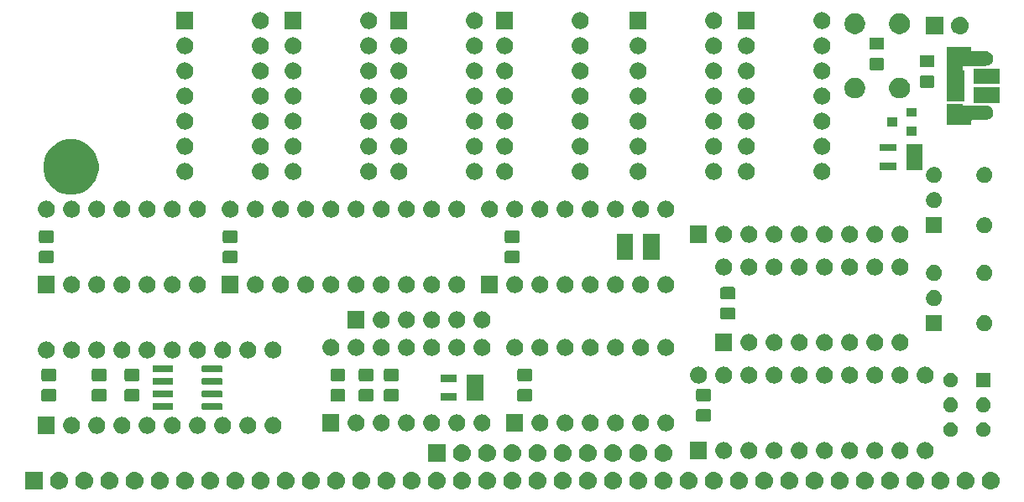
<source format=gbs>
G04 #@! TF.GenerationSoftware,KiCad,Pcbnew,(5.1.0-0)*
G04 #@! TF.CreationDate,2019-04-18T13:44:00-07:00*
G04 #@! TF.ProjectId,rc2014_monitor,72633230-3134-45f6-9d6f-6e69746f722e,rev?*
G04 #@! TF.SameCoordinates,Original*
G04 #@! TF.FileFunction,Soldermask,Bot*
G04 #@! TF.FilePolarity,Negative*
%FSLAX46Y46*%
G04 Gerber Fmt 4.6, Leading zero omitted, Abs format (unit mm)*
G04 Created by KiCad (PCBNEW (5.1.0-0)) date 2019-04-18 13:44:00*
%MOMM*%
%LPD*%
G04 APERTURE LIST*
%ADD10C,0.100000*%
G04 APERTURE END LIST*
D10*
G36*
X174226442Y-124569518D02*
G01*
X174292627Y-124576037D01*
X174462466Y-124627557D01*
X174618991Y-124711222D01*
X174654729Y-124740552D01*
X174756186Y-124823814D01*
X174839448Y-124925271D01*
X174868778Y-124961009D01*
X174952443Y-125117534D01*
X175003963Y-125287373D01*
X175021359Y-125464000D01*
X175003963Y-125640627D01*
X174952443Y-125810466D01*
X174868778Y-125966991D01*
X174839448Y-126002729D01*
X174756186Y-126104186D01*
X174654729Y-126187448D01*
X174618991Y-126216778D01*
X174462466Y-126300443D01*
X174292627Y-126351963D01*
X174226443Y-126358481D01*
X174160260Y-126365000D01*
X174071740Y-126365000D01*
X174005557Y-126358481D01*
X173939373Y-126351963D01*
X173769534Y-126300443D01*
X173613009Y-126216778D01*
X173577271Y-126187448D01*
X173475814Y-126104186D01*
X173392552Y-126002729D01*
X173363222Y-125966991D01*
X173279557Y-125810466D01*
X173228037Y-125640627D01*
X173210641Y-125464000D01*
X173228037Y-125287373D01*
X173279557Y-125117534D01*
X173363222Y-124961009D01*
X173392552Y-124925271D01*
X173475814Y-124823814D01*
X173577271Y-124740552D01*
X173613009Y-124711222D01*
X173769534Y-124627557D01*
X173939373Y-124576037D01*
X174005558Y-124569518D01*
X174071740Y-124563000D01*
X174160260Y-124563000D01*
X174226442Y-124569518D01*
X174226442Y-124569518D01*
G37*
G36*
X171686442Y-124569518D02*
G01*
X171752627Y-124576037D01*
X171922466Y-124627557D01*
X172078991Y-124711222D01*
X172114729Y-124740552D01*
X172216186Y-124823814D01*
X172299448Y-124925271D01*
X172328778Y-124961009D01*
X172412443Y-125117534D01*
X172463963Y-125287373D01*
X172481359Y-125464000D01*
X172463963Y-125640627D01*
X172412443Y-125810466D01*
X172328778Y-125966991D01*
X172299448Y-126002729D01*
X172216186Y-126104186D01*
X172114729Y-126187448D01*
X172078991Y-126216778D01*
X171922466Y-126300443D01*
X171752627Y-126351963D01*
X171686443Y-126358481D01*
X171620260Y-126365000D01*
X171531740Y-126365000D01*
X171465557Y-126358481D01*
X171399373Y-126351963D01*
X171229534Y-126300443D01*
X171073009Y-126216778D01*
X171037271Y-126187448D01*
X170935814Y-126104186D01*
X170852552Y-126002729D01*
X170823222Y-125966991D01*
X170739557Y-125810466D01*
X170688037Y-125640627D01*
X170670641Y-125464000D01*
X170688037Y-125287373D01*
X170739557Y-125117534D01*
X170823222Y-124961009D01*
X170852552Y-124925271D01*
X170935814Y-124823814D01*
X171037271Y-124740552D01*
X171073009Y-124711222D01*
X171229534Y-124627557D01*
X171399373Y-124576037D01*
X171465558Y-124569518D01*
X171531740Y-124563000D01*
X171620260Y-124563000D01*
X171686442Y-124569518D01*
X171686442Y-124569518D01*
G37*
G36*
X169146442Y-124569518D02*
G01*
X169212627Y-124576037D01*
X169382466Y-124627557D01*
X169538991Y-124711222D01*
X169574729Y-124740552D01*
X169676186Y-124823814D01*
X169759448Y-124925271D01*
X169788778Y-124961009D01*
X169872443Y-125117534D01*
X169923963Y-125287373D01*
X169941359Y-125464000D01*
X169923963Y-125640627D01*
X169872443Y-125810466D01*
X169788778Y-125966991D01*
X169759448Y-126002729D01*
X169676186Y-126104186D01*
X169574729Y-126187448D01*
X169538991Y-126216778D01*
X169382466Y-126300443D01*
X169212627Y-126351963D01*
X169146443Y-126358481D01*
X169080260Y-126365000D01*
X168991740Y-126365000D01*
X168925557Y-126358481D01*
X168859373Y-126351963D01*
X168689534Y-126300443D01*
X168533009Y-126216778D01*
X168497271Y-126187448D01*
X168395814Y-126104186D01*
X168312552Y-126002729D01*
X168283222Y-125966991D01*
X168199557Y-125810466D01*
X168148037Y-125640627D01*
X168130641Y-125464000D01*
X168148037Y-125287373D01*
X168199557Y-125117534D01*
X168283222Y-124961009D01*
X168312552Y-124925271D01*
X168395814Y-124823814D01*
X168497271Y-124740552D01*
X168533009Y-124711222D01*
X168689534Y-124627557D01*
X168859373Y-124576037D01*
X168925558Y-124569518D01*
X168991740Y-124563000D01*
X169080260Y-124563000D01*
X169146442Y-124569518D01*
X169146442Y-124569518D01*
G37*
G36*
X166606442Y-124569518D02*
G01*
X166672627Y-124576037D01*
X166842466Y-124627557D01*
X166998991Y-124711222D01*
X167034729Y-124740552D01*
X167136186Y-124823814D01*
X167219448Y-124925271D01*
X167248778Y-124961009D01*
X167332443Y-125117534D01*
X167383963Y-125287373D01*
X167401359Y-125464000D01*
X167383963Y-125640627D01*
X167332443Y-125810466D01*
X167248778Y-125966991D01*
X167219448Y-126002729D01*
X167136186Y-126104186D01*
X167034729Y-126187448D01*
X166998991Y-126216778D01*
X166842466Y-126300443D01*
X166672627Y-126351963D01*
X166606443Y-126358481D01*
X166540260Y-126365000D01*
X166451740Y-126365000D01*
X166385557Y-126358481D01*
X166319373Y-126351963D01*
X166149534Y-126300443D01*
X165993009Y-126216778D01*
X165957271Y-126187448D01*
X165855814Y-126104186D01*
X165772552Y-126002729D01*
X165743222Y-125966991D01*
X165659557Y-125810466D01*
X165608037Y-125640627D01*
X165590641Y-125464000D01*
X165608037Y-125287373D01*
X165659557Y-125117534D01*
X165743222Y-124961009D01*
X165772552Y-124925271D01*
X165855814Y-124823814D01*
X165957271Y-124740552D01*
X165993009Y-124711222D01*
X166149534Y-124627557D01*
X166319373Y-124576037D01*
X166385558Y-124569518D01*
X166451740Y-124563000D01*
X166540260Y-124563000D01*
X166606442Y-124569518D01*
X166606442Y-124569518D01*
G37*
G36*
X164066442Y-124569518D02*
G01*
X164132627Y-124576037D01*
X164302466Y-124627557D01*
X164458991Y-124711222D01*
X164494729Y-124740552D01*
X164596186Y-124823814D01*
X164679448Y-124925271D01*
X164708778Y-124961009D01*
X164792443Y-125117534D01*
X164843963Y-125287373D01*
X164861359Y-125464000D01*
X164843963Y-125640627D01*
X164792443Y-125810466D01*
X164708778Y-125966991D01*
X164679448Y-126002729D01*
X164596186Y-126104186D01*
X164494729Y-126187448D01*
X164458991Y-126216778D01*
X164302466Y-126300443D01*
X164132627Y-126351963D01*
X164066443Y-126358481D01*
X164000260Y-126365000D01*
X163911740Y-126365000D01*
X163845557Y-126358481D01*
X163779373Y-126351963D01*
X163609534Y-126300443D01*
X163453009Y-126216778D01*
X163417271Y-126187448D01*
X163315814Y-126104186D01*
X163232552Y-126002729D01*
X163203222Y-125966991D01*
X163119557Y-125810466D01*
X163068037Y-125640627D01*
X163050641Y-125464000D01*
X163068037Y-125287373D01*
X163119557Y-125117534D01*
X163203222Y-124961009D01*
X163232552Y-124925271D01*
X163315814Y-124823814D01*
X163417271Y-124740552D01*
X163453009Y-124711222D01*
X163609534Y-124627557D01*
X163779373Y-124576037D01*
X163845558Y-124569518D01*
X163911740Y-124563000D01*
X164000260Y-124563000D01*
X164066442Y-124569518D01*
X164066442Y-124569518D01*
G37*
G36*
X161526442Y-124569518D02*
G01*
X161592627Y-124576037D01*
X161762466Y-124627557D01*
X161918991Y-124711222D01*
X161954729Y-124740552D01*
X162056186Y-124823814D01*
X162139448Y-124925271D01*
X162168778Y-124961009D01*
X162252443Y-125117534D01*
X162303963Y-125287373D01*
X162321359Y-125464000D01*
X162303963Y-125640627D01*
X162252443Y-125810466D01*
X162168778Y-125966991D01*
X162139448Y-126002729D01*
X162056186Y-126104186D01*
X161954729Y-126187448D01*
X161918991Y-126216778D01*
X161762466Y-126300443D01*
X161592627Y-126351963D01*
X161526443Y-126358481D01*
X161460260Y-126365000D01*
X161371740Y-126365000D01*
X161305557Y-126358481D01*
X161239373Y-126351963D01*
X161069534Y-126300443D01*
X160913009Y-126216778D01*
X160877271Y-126187448D01*
X160775814Y-126104186D01*
X160692552Y-126002729D01*
X160663222Y-125966991D01*
X160579557Y-125810466D01*
X160528037Y-125640627D01*
X160510641Y-125464000D01*
X160528037Y-125287373D01*
X160579557Y-125117534D01*
X160663222Y-124961009D01*
X160692552Y-124925271D01*
X160775814Y-124823814D01*
X160877271Y-124740552D01*
X160913009Y-124711222D01*
X161069534Y-124627557D01*
X161239373Y-124576037D01*
X161305558Y-124569518D01*
X161371740Y-124563000D01*
X161460260Y-124563000D01*
X161526442Y-124569518D01*
X161526442Y-124569518D01*
G37*
G36*
X158986442Y-124569518D02*
G01*
X159052627Y-124576037D01*
X159222466Y-124627557D01*
X159378991Y-124711222D01*
X159414729Y-124740552D01*
X159516186Y-124823814D01*
X159599448Y-124925271D01*
X159628778Y-124961009D01*
X159712443Y-125117534D01*
X159763963Y-125287373D01*
X159781359Y-125464000D01*
X159763963Y-125640627D01*
X159712443Y-125810466D01*
X159628778Y-125966991D01*
X159599448Y-126002729D01*
X159516186Y-126104186D01*
X159414729Y-126187448D01*
X159378991Y-126216778D01*
X159222466Y-126300443D01*
X159052627Y-126351963D01*
X158986443Y-126358481D01*
X158920260Y-126365000D01*
X158831740Y-126365000D01*
X158765557Y-126358481D01*
X158699373Y-126351963D01*
X158529534Y-126300443D01*
X158373009Y-126216778D01*
X158337271Y-126187448D01*
X158235814Y-126104186D01*
X158152552Y-126002729D01*
X158123222Y-125966991D01*
X158039557Y-125810466D01*
X157988037Y-125640627D01*
X157970641Y-125464000D01*
X157988037Y-125287373D01*
X158039557Y-125117534D01*
X158123222Y-124961009D01*
X158152552Y-124925271D01*
X158235814Y-124823814D01*
X158337271Y-124740552D01*
X158373009Y-124711222D01*
X158529534Y-124627557D01*
X158699373Y-124576037D01*
X158765558Y-124569518D01*
X158831740Y-124563000D01*
X158920260Y-124563000D01*
X158986442Y-124569518D01*
X158986442Y-124569518D01*
G37*
G36*
X156446442Y-124569518D02*
G01*
X156512627Y-124576037D01*
X156682466Y-124627557D01*
X156838991Y-124711222D01*
X156874729Y-124740552D01*
X156976186Y-124823814D01*
X157059448Y-124925271D01*
X157088778Y-124961009D01*
X157172443Y-125117534D01*
X157223963Y-125287373D01*
X157241359Y-125464000D01*
X157223963Y-125640627D01*
X157172443Y-125810466D01*
X157088778Y-125966991D01*
X157059448Y-126002729D01*
X156976186Y-126104186D01*
X156874729Y-126187448D01*
X156838991Y-126216778D01*
X156682466Y-126300443D01*
X156512627Y-126351963D01*
X156446443Y-126358481D01*
X156380260Y-126365000D01*
X156291740Y-126365000D01*
X156225557Y-126358481D01*
X156159373Y-126351963D01*
X155989534Y-126300443D01*
X155833009Y-126216778D01*
X155797271Y-126187448D01*
X155695814Y-126104186D01*
X155612552Y-126002729D01*
X155583222Y-125966991D01*
X155499557Y-125810466D01*
X155448037Y-125640627D01*
X155430641Y-125464000D01*
X155448037Y-125287373D01*
X155499557Y-125117534D01*
X155583222Y-124961009D01*
X155612552Y-124925271D01*
X155695814Y-124823814D01*
X155797271Y-124740552D01*
X155833009Y-124711222D01*
X155989534Y-124627557D01*
X156159373Y-124576037D01*
X156225558Y-124569518D01*
X156291740Y-124563000D01*
X156380260Y-124563000D01*
X156446442Y-124569518D01*
X156446442Y-124569518D01*
G37*
G36*
X153906442Y-124569518D02*
G01*
X153972627Y-124576037D01*
X154142466Y-124627557D01*
X154298991Y-124711222D01*
X154334729Y-124740552D01*
X154436186Y-124823814D01*
X154519448Y-124925271D01*
X154548778Y-124961009D01*
X154632443Y-125117534D01*
X154683963Y-125287373D01*
X154701359Y-125464000D01*
X154683963Y-125640627D01*
X154632443Y-125810466D01*
X154548778Y-125966991D01*
X154519448Y-126002729D01*
X154436186Y-126104186D01*
X154334729Y-126187448D01*
X154298991Y-126216778D01*
X154142466Y-126300443D01*
X153972627Y-126351963D01*
X153906443Y-126358481D01*
X153840260Y-126365000D01*
X153751740Y-126365000D01*
X153685557Y-126358481D01*
X153619373Y-126351963D01*
X153449534Y-126300443D01*
X153293009Y-126216778D01*
X153257271Y-126187448D01*
X153155814Y-126104186D01*
X153072552Y-126002729D01*
X153043222Y-125966991D01*
X152959557Y-125810466D01*
X152908037Y-125640627D01*
X152890641Y-125464000D01*
X152908037Y-125287373D01*
X152959557Y-125117534D01*
X153043222Y-124961009D01*
X153072552Y-124925271D01*
X153155814Y-124823814D01*
X153257271Y-124740552D01*
X153293009Y-124711222D01*
X153449534Y-124627557D01*
X153619373Y-124576037D01*
X153685558Y-124569518D01*
X153751740Y-124563000D01*
X153840260Y-124563000D01*
X153906442Y-124569518D01*
X153906442Y-124569518D01*
G37*
G36*
X151366442Y-124569518D02*
G01*
X151432627Y-124576037D01*
X151602466Y-124627557D01*
X151758991Y-124711222D01*
X151794729Y-124740552D01*
X151896186Y-124823814D01*
X151979448Y-124925271D01*
X152008778Y-124961009D01*
X152092443Y-125117534D01*
X152143963Y-125287373D01*
X152161359Y-125464000D01*
X152143963Y-125640627D01*
X152092443Y-125810466D01*
X152008778Y-125966991D01*
X151979448Y-126002729D01*
X151896186Y-126104186D01*
X151794729Y-126187448D01*
X151758991Y-126216778D01*
X151602466Y-126300443D01*
X151432627Y-126351963D01*
X151366443Y-126358481D01*
X151300260Y-126365000D01*
X151211740Y-126365000D01*
X151145557Y-126358481D01*
X151079373Y-126351963D01*
X150909534Y-126300443D01*
X150753009Y-126216778D01*
X150717271Y-126187448D01*
X150615814Y-126104186D01*
X150532552Y-126002729D01*
X150503222Y-125966991D01*
X150419557Y-125810466D01*
X150368037Y-125640627D01*
X150350641Y-125464000D01*
X150368037Y-125287373D01*
X150419557Y-125117534D01*
X150503222Y-124961009D01*
X150532552Y-124925271D01*
X150615814Y-124823814D01*
X150717271Y-124740552D01*
X150753009Y-124711222D01*
X150909534Y-124627557D01*
X151079373Y-124576037D01*
X151145558Y-124569518D01*
X151211740Y-124563000D01*
X151300260Y-124563000D01*
X151366442Y-124569518D01*
X151366442Y-124569518D01*
G37*
G36*
X148826442Y-124569518D02*
G01*
X148892627Y-124576037D01*
X149062466Y-124627557D01*
X149218991Y-124711222D01*
X149254729Y-124740552D01*
X149356186Y-124823814D01*
X149439448Y-124925271D01*
X149468778Y-124961009D01*
X149552443Y-125117534D01*
X149603963Y-125287373D01*
X149621359Y-125464000D01*
X149603963Y-125640627D01*
X149552443Y-125810466D01*
X149468778Y-125966991D01*
X149439448Y-126002729D01*
X149356186Y-126104186D01*
X149254729Y-126187448D01*
X149218991Y-126216778D01*
X149062466Y-126300443D01*
X148892627Y-126351963D01*
X148826443Y-126358481D01*
X148760260Y-126365000D01*
X148671740Y-126365000D01*
X148605557Y-126358481D01*
X148539373Y-126351963D01*
X148369534Y-126300443D01*
X148213009Y-126216778D01*
X148177271Y-126187448D01*
X148075814Y-126104186D01*
X147992552Y-126002729D01*
X147963222Y-125966991D01*
X147879557Y-125810466D01*
X147828037Y-125640627D01*
X147810641Y-125464000D01*
X147828037Y-125287373D01*
X147879557Y-125117534D01*
X147963222Y-124961009D01*
X147992552Y-124925271D01*
X148075814Y-124823814D01*
X148177271Y-124740552D01*
X148213009Y-124711222D01*
X148369534Y-124627557D01*
X148539373Y-124576037D01*
X148605558Y-124569518D01*
X148671740Y-124563000D01*
X148760260Y-124563000D01*
X148826442Y-124569518D01*
X148826442Y-124569518D01*
G37*
G36*
X146286442Y-124569518D02*
G01*
X146352627Y-124576037D01*
X146522466Y-124627557D01*
X146678991Y-124711222D01*
X146714729Y-124740552D01*
X146816186Y-124823814D01*
X146899448Y-124925271D01*
X146928778Y-124961009D01*
X147012443Y-125117534D01*
X147063963Y-125287373D01*
X147081359Y-125464000D01*
X147063963Y-125640627D01*
X147012443Y-125810466D01*
X146928778Y-125966991D01*
X146899448Y-126002729D01*
X146816186Y-126104186D01*
X146714729Y-126187448D01*
X146678991Y-126216778D01*
X146522466Y-126300443D01*
X146352627Y-126351963D01*
X146286443Y-126358481D01*
X146220260Y-126365000D01*
X146131740Y-126365000D01*
X146065557Y-126358481D01*
X145999373Y-126351963D01*
X145829534Y-126300443D01*
X145673009Y-126216778D01*
X145637271Y-126187448D01*
X145535814Y-126104186D01*
X145452552Y-126002729D01*
X145423222Y-125966991D01*
X145339557Y-125810466D01*
X145288037Y-125640627D01*
X145270641Y-125464000D01*
X145288037Y-125287373D01*
X145339557Y-125117534D01*
X145423222Y-124961009D01*
X145452552Y-124925271D01*
X145535814Y-124823814D01*
X145637271Y-124740552D01*
X145673009Y-124711222D01*
X145829534Y-124627557D01*
X145999373Y-124576037D01*
X146065558Y-124569518D01*
X146131740Y-124563000D01*
X146220260Y-124563000D01*
X146286442Y-124569518D01*
X146286442Y-124569518D01*
G37*
G36*
X143746442Y-124569518D02*
G01*
X143812627Y-124576037D01*
X143982466Y-124627557D01*
X144138991Y-124711222D01*
X144174729Y-124740552D01*
X144276186Y-124823814D01*
X144359448Y-124925271D01*
X144388778Y-124961009D01*
X144472443Y-125117534D01*
X144523963Y-125287373D01*
X144541359Y-125464000D01*
X144523963Y-125640627D01*
X144472443Y-125810466D01*
X144388778Y-125966991D01*
X144359448Y-126002729D01*
X144276186Y-126104186D01*
X144174729Y-126187448D01*
X144138991Y-126216778D01*
X143982466Y-126300443D01*
X143812627Y-126351963D01*
X143746443Y-126358481D01*
X143680260Y-126365000D01*
X143591740Y-126365000D01*
X143525557Y-126358481D01*
X143459373Y-126351963D01*
X143289534Y-126300443D01*
X143133009Y-126216778D01*
X143097271Y-126187448D01*
X142995814Y-126104186D01*
X142912552Y-126002729D01*
X142883222Y-125966991D01*
X142799557Y-125810466D01*
X142748037Y-125640627D01*
X142730641Y-125464000D01*
X142748037Y-125287373D01*
X142799557Y-125117534D01*
X142883222Y-124961009D01*
X142912552Y-124925271D01*
X142995814Y-124823814D01*
X143097271Y-124740552D01*
X143133009Y-124711222D01*
X143289534Y-124627557D01*
X143459373Y-124576037D01*
X143525558Y-124569518D01*
X143591740Y-124563000D01*
X143680260Y-124563000D01*
X143746442Y-124569518D01*
X143746442Y-124569518D01*
G37*
G36*
X141206442Y-124569518D02*
G01*
X141272627Y-124576037D01*
X141442466Y-124627557D01*
X141598991Y-124711222D01*
X141634729Y-124740552D01*
X141736186Y-124823814D01*
X141819448Y-124925271D01*
X141848778Y-124961009D01*
X141932443Y-125117534D01*
X141983963Y-125287373D01*
X142001359Y-125464000D01*
X141983963Y-125640627D01*
X141932443Y-125810466D01*
X141848778Y-125966991D01*
X141819448Y-126002729D01*
X141736186Y-126104186D01*
X141634729Y-126187448D01*
X141598991Y-126216778D01*
X141442466Y-126300443D01*
X141272627Y-126351963D01*
X141206443Y-126358481D01*
X141140260Y-126365000D01*
X141051740Y-126365000D01*
X140985557Y-126358481D01*
X140919373Y-126351963D01*
X140749534Y-126300443D01*
X140593009Y-126216778D01*
X140557271Y-126187448D01*
X140455814Y-126104186D01*
X140372552Y-126002729D01*
X140343222Y-125966991D01*
X140259557Y-125810466D01*
X140208037Y-125640627D01*
X140190641Y-125464000D01*
X140208037Y-125287373D01*
X140259557Y-125117534D01*
X140343222Y-124961009D01*
X140372552Y-124925271D01*
X140455814Y-124823814D01*
X140557271Y-124740552D01*
X140593009Y-124711222D01*
X140749534Y-124627557D01*
X140919373Y-124576037D01*
X140985558Y-124569518D01*
X141051740Y-124563000D01*
X141140260Y-124563000D01*
X141206442Y-124569518D01*
X141206442Y-124569518D01*
G37*
G36*
X138666442Y-124569518D02*
G01*
X138732627Y-124576037D01*
X138902466Y-124627557D01*
X139058991Y-124711222D01*
X139094729Y-124740552D01*
X139196186Y-124823814D01*
X139279448Y-124925271D01*
X139308778Y-124961009D01*
X139392443Y-125117534D01*
X139443963Y-125287373D01*
X139461359Y-125464000D01*
X139443963Y-125640627D01*
X139392443Y-125810466D01*
X139308778Y-125966991D01*
X139279448Y-126002729D01*
X139196186Y-126104186D01*
X139094729Y-126187448D01*
X139058991Y-126216778D01*
X138902466Y-126300443D01*
X138732627Y-126351963D01*
X138666443Y-126358481D01*
X138600260Y-126365000D01*
X138511740Y-126365000D01*
X138445557Y-126358481D01*
X138379373Y-126351963D01*
X138209534Y-126300443D01*
X138053009Y-126216778D01*
X138017271Y-126187448D01*
X137915814Y-126104186D01*
X137832552Y-126002729D01*
X137803222Y-125966991D01*
X137719557Y-125810466D01*
X137668037Y-125640627D01*
X137650641Y-125464000D01*
X137668037Y-125287373D01*
X137719557Y-125117534D01*
X137803222Y-124961009D01*
X137832552Y-124925271D01*
X137915814Y-124823814D01*
X138017271Y-124740552D01*
X138053009Y-124711222D01*
X138209534Y-124627557D01*
X138379373Y-124576037D01*
X138445558Y-124569518D01*
X138511740Y-124563000D01*
X138600260Y-124563000D01*
X138666442Y-124569518D01*
X138666442Y-124569518D01*
G37*
G36*
X136126442Y-124569518D02*
G01*
X136192627Y-124576037D01*
X136362466Y-124627557D01*
X136518991Y-124711222D01*
X136554729Y-124740552D01*
X136656186Y-124823814D01*
X136739448Y-124925271D01*
X136768778Y-124961009D01*
X136852443Y-125117534D01*
X136903963Y-125287373D01*
X136921359Y-125464000D01*
X136903963Y-125640627D01*
X136852443Y-125810466D01*
X136768778Y-125966991D01*
X136739448Y-126002729D01*
X136656186Y-126104186D01*
X136554729Y-126187448D01*
X136518991Y-126216778D01*
X136362466Y-126300443D01*
X136192627Y-126351963D01*
X136126443Y-126358481D01*
X136060260Y-126365000D01*
X135971740Y-126365000D01*
X135905557Y-126358481D01*
X135839373Y-126351963D01*
X135669534Y-126300443D01*
X135513009Y-126216778D01*
X135477271Y-126187448D01*
X135375814Y-126104186D01*
X135292552Y-126002729D01*
X135263222Y-125966991D01*
X135179557Y-125810466D01*
X135128037Y-125640627D01*
X135110641Y-125464000D01*
X135128037Y-125287373D01*
X135179557Y-125117534D01*
X135263222Y-124961009D01*
X135292552Y-124925271D01*
X135375814Y-124823814D01*
X135477271Y-124740552D01*
X135513009Y-124711222D01*
X135669534Y-124627557D01*
X135839373Y-124576037D01*
X135905558Y-124569518D01*
X135971740Y-124563000D01*
X136060260Y-124563000D01*
X136126442Y-124569518D01*
X136126442Y-124569518D01*
G37*
G36*
X133586442Y-124569518D02*
G01*
X133652627Y-124576037D01*
X133822466Y-124627557D01*
X133978991Y-124711222D01*
X134014729Y-124740552D01*
X134116186Y-124823814D01*
X134199448Y-124925271D01*
X134228778Y-124961009D01*
X134312443Y-125117534D01*
X134363963Y-125287373D01*
X134381359Y-125464000D01*
X134363963Y-125640627D01*
X134312443Y-125810466D01*
X134228778Y-125966991D01*
X134199448Y-126002729D01*
X134116186Y-126104186D01*
X134014729Y-126187448D01*
X133978991Y-126216778D01*
X133822466Y-126300443D01*
X133652627Y-126351963D01*
X133586443Y-126358481D01*
X133520260Y-126365000D01*
X133431740Y-126365000D01*
X133365557Y-126358481D01*
X133299373Y-126351963D01*
X133129534Y-126300443D01*
X132973009Y-126216778D01*
X132937271Y-126187448D01*
X132835814Y-126104186D01*
X132752552Y-126002729D01*
X132723222Y-125966991D01*
X132639557Y-125810466D01*
X132588037Y-125640627D01*
X132570641Y-125464000D01*
X132588037Y-125287373D01*
X132639557Y-125117534D01*
X132723222Y-124961009D01*
X132752552Y-124925271D01*
X132835814Y-124823814D01*
X132937271Y-124740552D01*
X132973009Y-124711222D01*
X133129534Y-124627557D01*
X133299373Y-124576037D01*
X133365558Y-124569518D01*
X133431740Y-124563000D01*
X133520260Y-124563000D01*
X133586442Y-124569518D01*
X133586442Y-124569518D01*
G37*
G36*
X131046442Y-124569518D02*
G01*
X131112627Y-124576037D01*
X131282466Y-124627557D01*
X131438991Y-124711222D01*
X131474729Y-124740552D01*
X131576186Y-124823814D01*
X131659448Y-124925271D01*
X131688778Y-124961009D01*
X131772443Y-125117534D01*
X131823963Y-125287373D01*
X131841359Y-125464000D01*
X131823963Y-125640627D01*
X131772443Y-125810466D01*
X131688778Y-125966991D01*
X131659448Y-126002729D01*
X131576186Y-126104186D01*
X131474729Y-126187448D01*
X131438991Y-126216778D01*
X131282466Y-126300443D01*
X131112627Y-126351963D01*
X131046443Y-126358481D01*
X130980260Y-126365000D01*
X130891740Y-126365000D01*
X130825557Y-126358481D01*
X130759373Y-126351963D01*
X130589534Y-126300443D01*
X130433009Y-126216778D01*
X130397271Y-126187448D01*
X130295814Y-126104186D01*
X130212552Y-126002729D01*
X130183222Y-125966991D01*
X130099557Y-125810466D01*
X130048037Y-125640627D01*
X130030641Y-125464000D01*
X130048037Y-125287373D01*
X130099557Y-125117534D01*
X130183222Y-124961009D01*
X130212552Y-124925271D01*
X130295814Y-124823814D01*
X130397271Y-124740552D01*
X130433009Y-124711222D01*
X130589534Y-124627557D01*
X130759373Y-124576037D01*
X130825558Y-124569518D01*
X130891740Y-124563000D01*
X130980260Y-124563000D01*
X131046442Y-124569518D01*
X131046442Y-124569518D01*
G37*
G36*
X128506442Y-124569518D02*
G01*
X128572627Y-124576037D01*
X128742466Y-124627557D01*
X128898991Y-124711222D01*
X128934729Y-124740552D01*
X129036186Y-124823814D01*
X129119448Y-124925271D01*
X129148778Y-124961009D01*
X129232443Y-125117534D01*
X129283963Y-125287373D01*
X129301359Y-125464000D01*
X129283963Y-125640627D01*
X129232443Y-125810466D01*
X129148778Y-125966991D01*
X129119448Y-126002729D01*
X129036186Y-126104186D01*
X128934729Y-126187448D01*
X128898991Y-126216778D01*
X128742466Y-126300443D01*
X128572627Y-126351963D01*
X128506443Y-126358481D01*
X128440260Y-126365000D01*
X128351740Y-126365000D01*
X128285557Y-126358481D01*
X128219373Y-126351963D01*
X128049534Y-126300443D01*
X127893009Y-126216778D01*
X127857271Y-126187448D01*
X127755814Y-126104186D01*
X127672552Y-126002729D01*
X127643222Y-125966991D01*
X127559557Y-125810466D01*
X127508037Y-125640627D01*
X127490641Y-125464000D01*
X127508037Y-125287373D01*
X127559557Y-125117534D01*
X127643222Y-124961009D01*
X127672552Y-124925271D01*
X127755814Y-124823814D01*
X127857271Y-124740552D01*
X127893009Y-124711222D01*
X128049534Y-124627557D01*
X128219373Y-124576037D01*
X128285558Y-124569518D01*
X128351740Y-124563000D01*
X128440260Y-124563000D01*
X128506442Y-124569518D01*
X128506442Y-124569518D01*
G37*
G36*
X125966442Y-124569518D02*
G01*
X126032627Y-124576037D01*
X126202466Y-124627557D01*
X126358991Y-124711222D01*
X126394729Y-124740552D01*
X126496186Y-124823814D01*
X126579448Y-124925271D01*
X126608778Y-124961009D01*
X126692443Y-125117534D01*
X126743963Y-125287373D01*
X126761359Y-125464000D01*
X126743963Y-125640627D01*
X126692443Y-125810466D01*
X126608778Y-125966991D01*
X126579448Y-126002729D01*
X126496186Y-126104186D01*
X126394729Y-126187448D01*
X126358991Y-126216778D01*
X126202466Y-126300443D01*
X126032627Y-126351963D01*
X125966443Y-126358481D01*
X125900260Y-126365000D01*
X125811740Y-126365000D01*
X125745557Y-126358481D01*
X125679373Y-126351963D01*
X125509534Y-126300443D01*
X125353009Y-126216778D01*
X125317271Y-126187448D01*
X125215814Y-126104186D01*
X125132552Y-126002729D01*
X125103222Y-125966991D01*
X125019557Y-125810466D01*
X124968037Y-125640627D01*
X124950641Y-125464000D01*
X124968037Y-125287373D01*
X125019557Y-125117534D01*
X125103222Y-124961009D01*
X125132552Y-124925271D01*
X125215814Y-124823814D01*
X125317271Y-124740552D01*
X125353009Y-124711222D01*
X125509534Y-124627557D01*
X125679373Y-124576037D01*
X125745558Y-124569518D01*
X125811740Y-124563000D01*
X125900260Y-124563000D01*
X125966442Y-124569518D01*
X125966442Y-124569518D01*
G37*
G36*
X123426442Y-124569518D02*
G01*
X123492627Y-124576037D01*
X123662466Y-124627557D01*
X123818991Y-124711222D01*
X123854729Y-124740552D01*
X123956186Y-124823814D01*
X124039448Y-124925271D01*
X124068778Y-124961009D01*
X124152443Y-125117534D01*
X124203963Y-125287373D01*
X124221359Y-125464000D01*
X124203963Y-125640627D01*
X124152443Y-125810466D01*
X124068778Y-125966991D01*
X124039448Y-126002729D01*
X123956186Y-126104186D01*
X123854729Y-126187448D01*
X123818991Y-126216778D01*
X123662466Y-126300443D01*
X123492627Y-126351963D01*
X123426443Y-126358481D01*
X123360260Y-126365000D01*
X123271740Y-126365000D01*
X123205557Y-126358481D01*
X123139373Y-126351963D01*
X122969534Y-126300443D01*
X122813009Y-126216778D01*
X122777271Y-126187448D01*
X122675814Y-126104186D01*
X122592552Y-126002729D01*
X122563222Y-125966991D01*
X122479557Y-125810466D01*
X122428037Y-125640627D01*
X122410641Y-125464000D01*
X122428037Y-125287373D01*
X122479557Y-125117534D01*
X122563222Y-124961009D01*
X122592552Y-124925271D01*
X122675814Y-124823814D01*
X122777271Y-124740552D01*
X122813009Y-124711222D01*
X122969534Y-124627557D01*
X123139373Y-124576037D01*
X123205558Y-124569518D01*
X123271740Y-124563000D01*
X123360260Y-124563000D01*
X123426442Y-124569518D01*
X123426442Y-124569518D01*
G37*
G36*
X120886442Y-124569518D02*
G01*
X120952627Y-124576037D01*
X121122466Y-124627557D01*
X121278991Y-124711222D01*
X121314729Y-124740552D01*
X121416186Y-124823814D01*
X121499448Y-124925271D01*
X121528778Y-124961009D01*
X121612443Y-125117534D01*
X121663963Y-125287373D01*
X121681359Y-125464000D01*
X121663963Y-125640627D01*
X121612443Y-125810466D01*
X121528778Y-125966991D01*
X121499448Y-126002729D01*
X121416186Y-126104186D01*
X121314729Y-126187448D01*
X121278991Y-126216778D01*
X121122466Y-126300443D01*
X120952627Y-126351963D01*
X120886443Y-126358481D01*
X120820260Y-126365000D01*
X120731740Y-126365000D01*
X120665557Y-126358481D01*
X120599373Y-126351963D01*
X120429534Y-126300443D01*
X120273009Y-126216778D01*
X120237271Y-126187448D01*
X120135814Y-126104186D01*
X120052552Y-126002729D01*
X120023222Y-125966991D01*
X119939557Y-125810466D01*
X119888037Y-125640627D01*
X119870641Y-125464000D01*
X119888037Y-125287373D01*
X119939557Y-125117534D01*
X120023222Y-124961009D01*
X120052552Y-124925271D01*
X120135814Y-124823814D01*
X120237271Y-124740552D01*
X120273009Y-124711222D01*
X120429534Y-124627557D01*
X120599373Y-124576037D01*
X120665558Y-124569518D01*
X120731740Y-124563000D01*
X120820260Y-124563000D01*
X120886442Y-124569518D01*
X120886442Y-124569518D01*
G37*
G36*
X118346442Y-124569518D02*
G01*
X118412627Y-124576037D01*
X118582466Y-124627557D01*
X118738991Y-124711222D01*
X118774729Y-124740552D01*
X118876186Y-124823814D01*
X118959448Y-124925271D01*
X118988778Y-124961009D01*
X119072443Y-125117534D01*
X119123963Y-125287373D01*
X119141359Y-125464000D01*
X119123963Y-125640627D01*
X119072443Y-125810466D01*
X118988778Y-125966991D01*
X118959448Y-126002729D01*
X118876186Y-126104186D01*
X118774729Y-126187448D01*
X118738991Y-126216778D01*
X118582466Y-126300443D01*
X118412627Y-126351963D01*
X118346443Y-126358481D01*
X118280260Y-126365000D01*
X118191740Y-126365000D01*
X118125557Y-126358481D01*
X118059373Y-126351963D01*
X117889534Y-126300443D01*
X117733009Y-126216778D01*
X117697271Y-126187448D01*
X117595814Y-126104186D01*
X117512552Y-126002729D01*
X117483222Y-125966991D01*
X117399557Y-125810466D01*
X117348037Y-125640627D01*
X117330641Y-125464000D01*
X117348037Y-125287373D01*
X117399557Y-125117534D01*
X117483222Y-124961009D01*
X117512552Y-124925271D01*
X117595814Y-124823814D01*
X117697271Y-124740552D01*
X117733009Y-124711222D01*
X117889534Y-124627557D01*
X118059373Y-124576037D01*
X118125558Y-124569518D01*
X118191740Y-124563000D01*
X118280260Y-124563000D01*
X118346442Y-124569518D01*
X118346442Y-124569518D01*
G37*
G36*
X115806442Y-124569518D02*
G01*
X115872627Y-124576037D01*
X116042466Y-124627557D01*
X116198991Y-124711222D01*
X116234729Y-124740552D01*
X116336186Y-124823814D01*
X116419448Y-124925271D01*
X116448778Y-124961009D01*
X116532443Y-125117534D01*
X116583963Y-125287373D01*
X116601359Y-125464000D01*
X116583963Y-125640627D01*
X116532443Y-125810466D01*
X116448778Y-125966991D01*
X116419448Y-126002729D01*
X116336186Y-126104186D01*
X116234729Y-126187448D01*
X116198991Y-126216778D01*
X116042466Y-126300443D01*
X115872627Y-126351963D01*
X115806443Y-126358481D01*
X115740260Y-126365000D01*
X115651740Y-126365000D01*
X115585557Y-126358481D01*
X115519373Y-126351963D01*
X115349534Y-126300443D01*
X115193009Y-126216778D01*
X115157271Y-126187448D01*
X115055814Y-126104186D01*
X114972552Y-126002729D01*
X114943222Y-125966991D01*
X114859557Y-125810466D01*
X114808037Y-125640627D01*
X114790641Y-125464000D01*
X114808037Y-125287373D01*
X114859557Y-125117534D01*
X114943222Y-124961009D01*
X114972552Y-124925271D01*
X115055814Y-124823814D01*
X115157271Y-124740552D01*
X115193009Y-124711222D01*
X115349534Y-124627557D01*
X115519373Y-124576037D01*
X115585558Y-124569518D01*
X115651740Y-124563000D01*
X115740260Y-124563000D01*
X115806442Y-124569518D01*
X115806442Y-124569518D01*
G37*
G36*
X113266442Y-124569518D02*
G01*
X113332627Y-124576037D01*
X113502466Y-124627557D01*
X113658991Y-124711222D01*
X113694729Y-124740552D01*
X113796186Y-124823814D01*
X113879448Y-124925271D01*
X113908778Y-124961009D01*
X113992443Y-125117534D01*
X114043963Y-125287373D01*
X114061359Y-125464000D01*
X114043963Y-125640627D01*
X113992443Y-125810466D01*
X113908778Y-125966991D01*
X113879448Y-126002729D01*
X113796186Y-126104186D01*
X113694729Y-126187448D01*
X113658991Y-126216778D01*
X113502466Y-126300443D01*
X113332627Y-126351963D01*
X113266443Y-126358481D01*
X113200260Y-126365000D01*
X113111740Y-126365000D01*
X113045557Y-126358481D01*
X112979373Y-126351963D01*
X112809534Y-126300443D01*
X112653009Y-126216778D01*
X112617271Y-126187448D01*
X112515814Y-126104186D01*
X112432552Y-126002729D01*
X112403222Y-125966991D01*
X112319557Y-125810466D01*
X112268037Y-125640627D01*
X112250641Y-125464000D01*
X112268037Y-125287373D01*
X112319557Y-125117534D01*
X112403222Y-124961009D01*
X112432552Y-124925271D01*
X112515814Y-124823814D01*
X112617271Y-124740552D01*
X112653009Y-124711222D01*
X112809534Y-124627557D01*
X112979373Y-124576037D01*
X113045558Y-124569518D01*
X113111740Y-124563000D01*
X113200260Y-124563000D01*
X113266442Y-124569518D01*
X113266442Y-124569518D01*
G37*
G36*
X110726442Y-124569518D02*
G01*
X110792627Y-124576037D01*
X110962466Y-124627557D01*
X111118991Y-124711222D01*
X111154729Y-124740552D01*
X111256186Y-124823814D01*
X111339448Y-124925271D01*
X111368778Y-124961009D01*
X111452443Y-125117534D01*
X111503963Y-125287373D01*
X111521359Y-125464000D01*
X111503963Y-125640627D01*
X111452443Y-125810466D01*
X111368778Y-125966991D01*
X111339448Y-126002729D01*
X111256186Y-126104186D01*
X111154729Y-126187448D01*
X111118991Y-126216778D01*
X110962466Y-126300443D01*
X110792627Y-126351963D01*
X110726443Y-126358481D01*
X110660260Y-126365000D01*
X110571740Y-126365000D01*
X110505557Y-126358481D01*
X110439373Y-126351963D01*
X110269534Y-126300443D01*
X110113009Y-126216778D01*
X110077271Y-126187448D01*
X109975814Y-126104186D01*
X109892552Y-126002729D01*
X109863222Y-125966991D01*
X109779557Y-125810466D01*
X109728037Y-125640627D01*
X109710641Y-125464000D01*
X109728037Y-125287373D01*
X109779557Y-125117534D01*
X109863222Y-124961009D01*
X109892552Y-124925271D01*
X109975814Y-124823814D01*
X110077271Y-124740552D01*
X110113009Y-124711222D01*
X110269534Y-124627557D01*
X110439373Y-124576037D01*
X110505558Y-124569518D01*
X110571740Y-124563000D01*
X110660260Y-124563000D01*
X110726442Y-124569518D01*
X110726442Y-124569518D01*
G37*
G36*
X108186442Y-124569518D02*
G01*
X108252627Y-124576037D01*
X108422466Y-124627557D01*
X108578991Y-124711222D01*
X108614729Y-124740552D01*
X108716186Y-124823814D01*
X108799448Y-124925271D01*
X108828778Y-124961009D01*
X108912443Y-125117534D01*
X108963963Y-125287373D01*
X108981359Y-125464000D01*
X108963963Y-125640627D01*
X108912443Y-125810466D01*
X108828778Y-125966991D01*
X108799448Y-126002729D01*
X108716186Y-126104186D01*
X108614729Y-126187448D01*
X108578991Y-126216778D01*
X108422466Y-126300443D01*
X108252627Y-126351963D01*
X108186443Y-126358481D01*
X108120260Y-126365000D01*
X108031740Y-126365000D01*
X107965557Y-126358481D01*
X107899373Y-126351963D01*
X107729534Y-126300443D01*
X107573009Y-126216778D01*
X107537271Y-126187448D01*
X107435814Y-126104186D01*
X107352552Y-126002729D01*
X107323222Y-125966991D01*
X107239557Y-125810466D01*
X107188037Y-125640627D01*
X107170641Y-125464000D01*
X107188037Y-125287373D01*
X107239557Y-125117534D01*
X107323222Y-124961009D01*
X107352552Y-124925271D01*
X107435814Y-124823814D01*
X107537271Y-124740552D01*
X107573009Y-124711222D01*
X107729534Y-124627557D01*
X107899373Y-124576037D01*
X107965558Y-124569518D01*
X108031740Y-124563000D01*
X108120260Y-124563000D01*
X108186442Y-124569518D01*
X108186442Y-124569518D01*
G37*
G36*
X105646442Y-124569518D02*
G01*
X105712627Y-124576037D01*
X105882466Y-124627557D01*
X106038991Y-124711222D01*
X106074729Y-124740552D01*
X106176186Y-124823814D01*
X106259448Y-124925271D01*
X106288778Y-124961009D01*
X106372443Y-125117534D01*
X106423963Y-125287373D01*
X106441359Y-125464000D01*
X106423963Y-125640627D01*
X106372443Y-125810466D01*
X106288778Y-125966991D01*
X106259448Y-126002729D01*
X106176186Y-126104186D01*
X106074729Y-126187448D01*
X106038991Y-126216778D01*
X105882466Y-126300443D01*
X105712627Y-126351963D01*
X105646443Y-126358481D01*
X105580260Y-126365000D01*
X105491740Y-126365000D01*
X105425557Y-126358481D01*
X105359373Y-126351963D01*
X105189534Y-126300443D01*
X105033009Y-126216778D01*
X104997271Y-126187448D01*
X104895814Y-126104186D01*
X104812552Y-126002729D01*
X104783222Y-125966991D01*
X104699557Y-125810466D01*
X104648037Y-125640627D01*
X104630641Y-125464000D01*
X104648037Y-125287373D01*
X104699557Y-125117534D01*
X104783222Y-124961009D01*
X104812552Y-124925271D01*
X104895814Y-124823814D01*
X104997271Y-124740552D01*
X105033009Y-124711222D01*
X105189534Y-124627557D01*
X105359373Y-124576037D01*
X105425558Y-124569518D01*
X105491740Y-124563000D01*
X105580260Y-124563000D01*
X105646442Y-124569518D01*
X105646442Y-124569518D01*
G37*
G36*
X103106442Y-124569518D02*
G01*
X103172627Y-124576037D01*
X103342466Y-124627557D01*
X103498991Y-124711222D01*
X103534729Y-124740552D01*
X103636186Y-124823814D01*
X103719448Y-124925271D01*
X103748778Y-124961009D01*
X103832443Y-125117534D01*
X103883963Y-125287373D01*
X103901359Y-125464000D01*
X103883963Y-125640627D01*
X103832443Y-125810466D01*
X103748778Y-125966991D01*
X103719448Y-126002729D01*
X103636186Y-126104186D01*
X103534729Y-126187448D01*
X103498991Y-126216778D01*
X103342466Y-126300443D01*
X103172627Y-126351963D01*
X103106443Y-126358481D01*
X103040260Y-126365000D01*
X102951740Y-126365000D01*
X102885557Y-126358481D01*
X102819373Y-126351963D01*
X102649534Y-126300443D01*
X102493009Y-126216778D01*
X102457271Y-126187448D01*
X102355814Y-126104186D01*
X102272552Y-126002729D01*
X102243222Y-125966991D01*
X102159557Y-125810466D01*
X102108037Y-125640627D01*
X102090641Y-125464000D01*
X102108037Y-125287373D01*
X102159557Y-125117534D01*
X102243222Y-124961009D01*
X102272552Y-124925271D01*
X102355814Y-124823814D01*
X102457271Y-124740552D01*
X102493009Y-124711222D01*
X102649534Y-124627557D01*
X102819373Y-124576037D01*
X102885558Y-124569518D01*
X102951740Y-124563000D01*
X103040260Y-124563000D01*
X103106442Y-124569518D01*
X103106442Y-124569518D01*
G37*
G36*
X100566442Y-124569518D02*
G01*
X100632627Y-124576037D01*
X100802466Y-124627557D01*
X100958991Y-124711222D01*
X100994729Y-124740552D01*
X101096186Y-124823814D01*
X101179448Y-124925271D01*
X101208778Y-124961009D01*
X101292443Y-125117534D01*
X101343963Y-125287373D01*
X101361359Y-125464000D01*
X101343963Y-125640627D01*
X101292443Y-125810466D01*
X101208778Y-125966991D01*
X101179448Y-126002729D01*
X101096186Y-126104186D01*
X100994729Y-126187448D01*
X100958991Y-126216778D01*
X100802466Y-126300443D01*
X100632627Y-126351963D01*
X100566443Y-126358481D01*
X100500260Y-126365000D01*
X100411740Y-126365000D01*
X100345557Y-126358481D01*
X100279373Y-126351963D01*
X100109534Y-126300443D01*
X99953009Y-126216778D01*
X99917271Y-126187448D01*
X99815814Y-126104186D01*
X99732552Y-126002729D01*
X99703222Y-125966991D01*
X99619557Y-125810466D01*
X99568037Y-125640627D01*
X99550641Y-125464000D01*
X99568037Y-125287373D01*
X99619557Y-125117534D01*
X99703222Y-124961009D01*
X99732552Y-124925271D01*
X99815814Y-124823814D01*
X99917271Y-124740552D01*
X99953009Y-124711222D01*
X100109534Y-124627557D01*
X100279373Y-124576037D01*
X100345558Y-124569518D01*
X100411740Y-124563000D01*
X100500260Y-124563000D01*
X100566442Y-124569518D01*
X100566442Y-124569518D01*
G37*
G36*
X98026442Y-124569518D02*
G01*
X98092627Y-124576037D01*
X98262466Y-124627557D01*
X98418991Y-124711222D01*
X98454729Y-124740552D01*
X98556186Y-124823814D01*
X98639448Y-124925271D01*
X98668778Y-124961009D01*
X98752443Y-125117534D01*
X98803963Y-125287373D01*
X98821359Y-125464000D01*
X98803963Y-125640627D01*
X98752443Y-125810466D01*
X98668778Y-125966991D01*
X98639448Y-126002729D01*
X98556186Y-126104186D01*
X98454729Y-126187448D01*
X98418991Y-126216778D01*
X98262466Y-126300443D01*
X98092627Y-126351963D01*
X98026443Y-126358481D01*
X97960260Y-126365000D01*
X97871740Y-126365000D01*
X97805557Y-126358481D01*
X97739373Y-126351963D01*
X97569534Y-126300443D01*
X97413009Y-126216778D01*
X97377271Y-126187448D01*
X97275814Y-126104186D01*
X97192552Y-126002729D01*
X97163222Y-125966991D01*
X97079557Y-125810466D01*
X97028037Y-125640627D01*
X97010641Y-125464000D01*
X97028037Y-125287373D01*
X97079557Y-125117534D01*
X97163222Y-124961009D01*
X97192552Y-124925271D01*
X97275814Y-124823814D01*
X97377271Y-124740552D01*
X97413009Y-124711222D01*
X97569534Y-124627557D01*
X97739373Y-124576037D01*
X97805558Y-124569518D01*
X97871740Y-124563000D01*
X97960260Y-124563000D01*
X98026442Y-124569518D01*
X98026442Y-124569518D01*
G37*
G36*
X95486442Y-124569518D02*
G01*
X95552627Y-124576037D01*
X95722466Y-124627557D01*
X95878991Y-124711222D01*
X95914729Y-124740552D01*
X96016186Y-124823814D01*
X96099448Y-124925271D01*
X96128778Y-124961009D01*
X96212443Y-125117534D01*
X96263963Y-125287373D01*
X96281359Y-125464000D01*
X96263963Y-125640627D01*
X96212443Y-125810466D01*
X96128778Y-125966991D01*
X96099448Y-126002729D01*
X96016186Y-126104186D01*
X95914729Y-126187448D01*
X95878991Y-126216778D01*
X95722466Y-126300443D01*
X95552627Y-126351963D01*
X95486443Y-126358481D01*
X95420260Y-126365000D01*
X95331740Y-126365000D01*
X95265557Y-126358481D01*
X95199373Y-126351963D01*
X95029534Y-126300443D01*
X94873009Y-126216778D01*
X94837271Y-126187448D01*
X94735814Y-126104186D01*
X94652552Y-126002729D01*
X94623222Y-125966991D01*
X94539557Y-125810466D01*
X94488037Y-125640627D01*
X94470641Y-125464000D01*
X94488037Y-125287373D01*
X94539557Y-125117534D01*
X94623222Y-124961009D01*
X94652552Y-124925271D01*
X94735814Y-124823814D01*
X94837271Y-124740552D01*
X94873009Y-124711222D01*
X95029534Y-124627557D01*
X95199373Y-124576037D01*
X95265558Y-124569518D01*
X95331740Y-124563000D01*
X95420260Y-124563000D01*
X95486442Y-124569518D01*
X95486442Y-124569518D01*
G37*
G36*
X92946442Y-124569518D02*
G01*
X93012627Y-124576037D01*
X93182466Y-124627557D01*
X93338991Y-124711222D01*
X93374729Y-124740552D01*
X93476186Y-124823814D01*
X93559448Y-124925271D01*
X93588778Y-124961009D01*
X93672443Y-125117534D01*
X93723963Y-125287373D01*
X93741359Y-125464000D01*
X93723963Y-125640627D01*
X93672443Y-125810466D01*
X93588778Y-125966991D01*
X93559448Y-126002729D01*
X93476186Y-126104186D01*
X93374729Y-126187448D01*
X93338991Y-126216778D01*
X93182466Y-126300443D01*
X93012627Y-126351963D01*
X92946443Y-126358481D01*
X92880260Y-126365000D01*
X92791740Y-126365000D01*
X92725557Y-126358481D01*
X92659373Y-126351963D01*
X92489534Y-126300443D01*
X92333009Y-126216778D01*
X92297271Y-126187448D01*
X92195814Y-126104186D01*
X92112552Y-126002729D01*
X92083222Y-125966991D01*
X91999557Y-125810466D01*
X91948037Y-125640627D01*
X91930641Y-125464000D01*
X91948037Y-125287373D01*
X91999557Y-125117534D01*
X92083222Y-124961009D01*
X92112552Y-124925271D01*
X92195814Y-124823814D01*
X92297271Y-124740552D01*
X92333009Y-124711222D01*
X92489534Y-124627557D01*
X92659373Y-124576037D01*
X92725558Y-124569518D01*
X92791740Y-124563000D01*
X92880260Y-124563000D01*
X92946442Y-124569518D01*
X92946442Y-124569518D01*
G37*
G36*
X90406442Y-124569518D02*
G01*
X90472627Y-124576037D01*
X90642466Y-124627557D01*
X90798991Y-124711222D01*
X90834729Y-124740552D01*
X90936186Y-124823814D01*
X91019448Y-124925271D01*
X91048778Y-124961009D01*
X91132443Y-125117534D01*
X91183963Y-125287373D01*
X91201359Y-125464000D01*
X91183963Y-125640627D01*
X91132443Y-125810466D01*
X91048778Y-125966991D01*
X91019448Y-126002729D01*
X90936186Y-126104186D01*
X90834729Y-126187448D01*
X90798991Y-126216778D01*
X90642466Y-126300443D01*
X90472627Y-126351963D01*
X90406443Y-126358481D01*
X90340260Y-126365000D01*
X90251740Y-126365000D01*
X90185557Y-126358481D01*
X90119373Y-126351963D01*
X89949534Y-126300443D01*
X89793009Y-126216778D01*
X89757271Y-126187448D01*
X89655814Y-126104186D01*
X89572552Y-126002729D01*
X89543222Y-125966991D01*
X89459557Y-125810466D01*
X89408037Y-125640627D01*
X89390641Y-125464000D01*
X89408037Y-125287373D01*
X89459557Y-125117534D01*
X89543222Y-124961009D01*
X89572552Y-124925271D01*
X89655814Y-124823814D01*
X89757271Y-124740552D01*
X89793009Y-124711222D01*
X89949534Y-124627557D01*
X90119373Y-124576037D01*
X90185558Y-124569518D01*
X90251740Y-124563000D01*
X90340260Y-124563000D01*
X90406442Y-124569518D01*
X90406442Y-124569518D01*
G37*
G36*
X87866442Y-124569518D02*
G01*
X87932627Y-124576037D01*
X88102466Y-124627557D01*
X88258991Y-124711222D01*
X88294729Y-124740552D01*
X88396186Y-124823814D01*
X88479448Y-124925271D01*
X88508778Y-124961009D01*
X88592443Y-125117534D01*
X88643963Y-125287373D01*
X88661359Y-125464000D01*
X88643963Y-125640627D01*
X88592443Y-125810466D01*
X88508778Y-125966991D01*
X88479448Y-126002729D01*
X88396186Y-126104186D01*
X88294729Y-126187448D01*
X88258991Y-126216778D01*
X88102466Y-126300443D01*
X87932627Y-126351963D01*
X87866443Y-126358481D01*
X87800260Y-126365000D01*
X87711740Y-126365000D01*
X87645557Y-126358481D01*
X87579373Y-126351963D01*
X87409534Y-126300443D01*
X87253009Y-126216778D01*
X87217271Y-126187448D01*
X87115814Y-126104186D01*
X87032552Y-126002729D01*
X87003222Y-125966991D01*
X86919557Y-125810466D01*
X86868037Y-125640627D01*
X86850641Y-125464000D01*
X86868037Y-125287373D01*
X86919557Y-125117534D01*
X87003222Y-124961009D01*
X87032552Y-124925271D01*
X87115814Y-124823814D01*
X87217271Y-124740552D01*
X87253009Y-124711222D01*
X87409534Y-124627557D01*
X87579373Y-124576037D01*
X87645558Y-124569518D01*
X87711740Y-124563000D01*
X87800260Y-124563000D01*
X87866442Y-124569518D01*
X87866442Y-124569518D01*
G37*
G36*
X85326442Y-124569518D02*
G01*
X85392627Y-124576037D01*
X85562466Y-124627557D01*
X85718991Y-124711222D01*
X85754729Y-124740552D01*
X85856186Y-124823814D01*
X85939448Y-124925271D01*
X85968778Y-124961009D01*
X86052443Y-125117534D01*
X86103963Y-125287373D01*
X86121359Y-125464000D01*
X86103963Y-125640627D01*
X86052443Y-125810466D01*
X85968778Y-125966991D01*
X85939448Y-126002729D01*
X85856186Y-126104186D01*
X85754729Y-126187448D01*
X85718991Y-126216778D01*
X85562466Y-126300443D01*
X85392627Y-126351963D01*
X85326443Y-126358481D01*
X85260260Y-126365000D01*
X85171740Y-126365000D01*
X85105557Y-126358481D01*
X85039373Y-126351963D01*
X84869534Y-126300443D01*
X84713009Y-126216778D01*
X84677271Y-126187448D01*
X84575814Y-126104186D01*
X84492552Y-126002729D01*
X84463222Y-125966991D01*
X84379557Y-125810466D01*
X84328037Y-125640627D01*
X84310641Y-125464000D01*
X84328037Y-125287373D01*
X84379557Y-125117534D01*
X84463222Y-124961009D01*
X84492552Y-124925271D01*
X84575814Y-124823814D01*
X84677271Y-124740552D01*
X84713009Y-124711222D01*
X84869534Y-124627557D01*
X85039373Y-124576037D01*
X85105558Y-124569518D01*
X85171740Y-124563000D01*
X85260260Y-124563000D01*
X85326442Y-124569518D01*
X85326442Y-124569518D01*
G37*
G36*
X82786442Y-124569518D02*
G01*
X82852627Y-124576037D01*
X83022466Y-124627557D01*
X83178991Y-124711222D01*
X83214729Y-124740552D01*
X83316186Y-124823814D01*
X83399448Y-124925271D01*
X83428778Y-124961009D01*
X83512443Y-125117534D01*
X83563963Y-125287373D01*
X83581359Y-125464000D01*
X83563963Y-125640627D01*
X83512443Y-125810466D01*
X83428778Y-125966991D01*
X83399448Y-126002729D01*
X83316186Y-126104186D01*
X83214729Y-126187448D01*
X83178991Y-126216778D01*
X83022466Y-126300443D01*
X82852627Y-126351963D01*
X82786443Y-126358481D01*
X82720260Y-126365000D01*
X82631740Y-126365000D01*
X82565557Y-126358481D01*
X82499373Y-126351963D01*
X82329534Y-126300443D01*
X82173009Y-126216778D01*
X82137271Y-126187448D01*
X82035814Y-126104186D01*
X81952552Y-126002729D01*
X81923222Y-125966991D01*
X81839557Y-125810466D01*
X81788037Y-125640627D01*
X81770641Y-125464000D01*
X81788037Y-125287373D01*
X81839557Y-125117534D01*
X81923222Y-124961009D01*
X81952552Y-124925271D01*
X82035814Y-124823814D01*
X82137271Y-124740552D01*
X82173009Y-124711222D01*
X82329534Y-124627557D01*
X82499373Y-124576037D01*
X82565558Y-124569518D01*
X82631740Y-124563000D01*
X82720260Y-124563000D01*
X82786442Y-124569518D01*
X82786442Y-124569518D01*
G37*
G36*
X80246442Y-124569518D02*
G01*
X80312627Y-124576037D01*
X80482466Y-124627557D01*
X80638991Y-124711222D01*
X80674729Y-124740552D01*
X80776186Y-124823814D01*
X80859448Y-124925271D01*
X80888778Y-124961009D01*
X80972443Y-125117534D01*
X81023963Y-125287373D01*
X81041359Y-125464000D01*
X81023963Y-125640627D01*
X80972443Y-125810466D01*
X80888778Y-125966991D01*
X80859448Y-126002729D01*
X80776186Y-126104186D01*
X80674729Y-126187448D01*
X80638991Y-126216778D01*
X80482466Y-126300443D01*
X80312627Y-126351963D01*
X80246443Y-126358481D01*
X80180260Y-126365000D01*
X80091740Y-126365000D01*
X80025557Y-126358481D01*
X79959373Y-126351963D01*
X79789534Y-126300443D01*
X79633009Y-126216778D01*
X79597271Y-126187448D01*
X79495814Y-126104186D01*
X79412552Y-126002729D01*
X79383222Y-125966991D01*
X79299557Y-125810466D01*
X79248037Y-125640627D01*
X79230641Y-125464000D01*
X79248037Y-125287373D01*
X79299557Y-125117534D01*
X79383222Y-124961009D01*
X79412552Y-124925271D01*
X79495814Y-124823814D01*
X79597271Y-124740552D01*
X79633009Y-124711222D01*
X79789534Y-124627557D01*
X79959373Y-124576037D01*
X80025558Y-124569518D01*
X80091740Y-124563000D01*
X80180260Y-124563000D01*
X80246442Y-124569518D01*
X80246442Y-124569518D01*
G37*
G36*
X78497000Y-126365000D02*
G01*
X76695000Y-126365000D01*
X76695000Y-124563000D01*
X78497000Y-124563000D01*
X78497000Y-126365000D01*
X78497000Y-126365000D01*
G37*
G36*
X141206442Y-121775518D02*
G01*
X141272627Y-121782037D01*
X141442466Y-121833557D01*
X141598991Y-121917222D01*
X141627869Y-121940922D01*
X141736186Y-122029814D01*
X141819448Y-122131271D01*
X141848778Y-122167009D01*
X141932443Y-122323534D01*
X141983963Y-122493373D01*
X142001359Y-122670000D01*
X141983963Y-122846627D01*
X141932443Y-123016466D01*
X141848778Y-123172991D01*
X141819448Y-123208729D01*
X141736186Y-123310186D01*
X141634729Y-123393448D01*
X141598991Y-123422778D01*
X141442466Y-123506443D01*
X141272627Y-123557963D01*
X141206442Y-123564482D01*
X141140260Y-123571000D01*
X141051740Y-123571000D01*
X140985558Y-123564482D01*
X140919373Y-123557963D01*
X140749534Y-123506443D01*
X140593009Y-123422778D01*
X140557271Y-123393448D01*
X140455814Y-123310186D01*
X140372552Y-123208729D01*
X140343222Y-123172991D01*
X140259557Y-123016466D01*
X140208037Y-122846627D01*
X140190641Y-122670000D01*
X140208037Y-122493373D01*
X140259557Y-122323534D01*
X140343222Y-122167009D01*
X140372552Y-122131271D01*
X140455814Y-122029814D01*
X140564131Y-121940922D01*
X140593009Y-121917222D01*
X140749534Y-121833557D01*
X140919373Y-121782037D01*
X140985558Y-121775518D01*
X141051740Y-121769000D01*
X141140260Y-121769000D01*
X141206442Y-121775518D01*
X141206442Y-121775518D01*
G37*
G36*
X138666442Y-121775518D02*
G01*
X138732627Y-121782037D01*
X138902466Y-121833557D01*
X139058991Y-121917222D01*
X139087869Y-121940922D01*
X139196186Y-122029814D01*
X139279448Y-122131271D01*
X139308778Y-122167009D01*
X139392443Y-122323534D01*
X139443963Y-122493373D01*
X139461359Y-122670000D01*
X139443963Y-122846627D01*
X139392443Y-123016466D01*
X139308778Y-123172991D01*
X139279448Y-123208729D01*
X139196186Y-123310186D01*
X139094729Y-123393448D01*
X139058991Y-123422778D01*
X138902466Y-123506443D01*
X138732627Y-123557963D01*
X138666442Y-123564482D01*
X138600260Y-123571000D01*
X138511740Y-123571000D01*
X138445558Y-123564482D01*
X138379373Y-123557963D01*
X138209534Y-123506443D01*
X138053009Y-123422778D01*
X138017271Y-123393448D01*
X137915814Y-123310186D01*
X137832552Y-123208729D01*
X137803222Y-123172991D01*
X137719557Y-123016466D01*
X137668037Y-122846627D01*
X137650641Y-122670000D01*
X137668037Y-122493373D01*
X137719557Y-122323534D01*
X137803222Y-122167009D01*
X137832552Y-122131271D01*
X137915814Y-122029814D01*
X138024131Y-121940922D01*
X138053009Y-121917222D01*
X138209534Y-121833557D01*
X138379373Y-121782037D01*
X138445558Y-121775518D01*
X138511740Y-121769000D01*
X138600260Y-121769000D01*
X138666442Y-121775518D01*
X138666442Y-121775518D01*
G37*
G36*
X136126442Y-121775518D02*
G01*
X136192627Y-121782037D01*
X136362466Y-121833557D01*
X136518991Y-121917222D01*
X136547869Y-121940922D01*
X136656186Y-122029814D01*
X136739448Y-122131271D01*
X136768778Y-122167009D01*
X136852443Y-122323534D01*
X136903963Y-122493373D01*
X136921359Y-122670000D01*
X136903963Y-122846627D01*
X136852443Y-123016466D01*
X136768778Y-123172991D01*
X136739448Y-123208729D01*
X136656186Y-123310186D01*
X136554729Y-123393448D01*
X136518991Y-123422778D01*
X136362466Y-123506443D01*
X136192627Y-123557963D01*
X136126442Y-123564482D01*
X136060260Y-123571000D01*
X135971740Y-123571000D01*
X135905558Y-123564482D01*
X135839373Y-123557963D01*
X135669534Y-123506443D01*
X135513009Y-123422778D01*
X135477271Y-123393448D01*
X135375814Y-123310186D01*
X135292552Y-123208729D01*
X135263222Y-123172991D01*
X135179557Y-123016466D01*
X135128037Y-122846627D01*
X135110641Y-122670000D01*
X135128037Y-122493373D01*
X135179557Y-122323534D01*
X135263222Y-122167009D01*
X135292552Y-122131271D01*
X135375814Y-122029814D01*
X135484131Y-121940922D01*
X135513009Y-121917222D01*
X135669534Y-121833557D01*
X135839373Y-121782037D01*
X135905558Y-121775518D01*
X135971740Y-121769000D01*
X136060260Y-121769000D01*
X136126442Y-121775518D01*
X136126442Y-121775518D01*
G37*
G36*
X133586442Y-121775518D02*
G01*
X133652627Y-121782037D01*
X133822466Y-121833557D01*
X133978991Y-121917222D01*
X134007869Y-121940922D01*
X134116186Y-122029814D01*
X134199448Y-122131271D01*
X134228778Y-122167009D01*
X134312443Y-122323534D01*
X134363963Y-122493373D01*
X134381359Y-122670000D01*
X134363963Y-122846627D01*
X134312443Y-123016466D01*
X134228778Y-123172991D01*
X134199448Y-123208729D01*
X134116186Y-123310186D01*
X134014729Y-123393448D01*
X133978991Y-123422778D01*
X133822466Y-123506443D01*
X133652627Y-123557963D01*
X133586442Y-123564482D01*
X133520260Y-123571000D01*
X133431740Y-123571000D01*
X133365558Y-123564482D01*
X133299373Y-123557963D01*
X133129534Y-123506443D01*
X132973009Y-123422778D01*
X132937271Y-123393448D01*
X132835814Y-123310186D01*
X132752552Y-123208729D01*
X132723222Y-123172991D01*
X132639557Y-123016466D01*
X132588037Y-122846627D01*
X132570641Y-122670000D01*
X132588037Y-122493373D01*
X132639557Y-122323534D01*
X132723222Y-122167009D01*
X132752552Y-122131271D01*
X132835814Y-122029814D01*
X132944131Y-121940922D01*
X132973009Y-121917222D01*
X133129534Y-121833557D01*
X133299373Y-121782037D01*
X133365558Y-121775518D01*
X133431740Y-121769000D01*
X133520260Y-121769000D01*
X133586442Y-121775518D01*
X133586442Y-121775518D01*
G37*
G36*
X131046442Y-121775518D02*
G01*
X131112627Y-121782037D01*
X131282466Y-121833557D01*
X131438991Y-121917222D01*
X131467869Y-121940922D01*
X131576186Y-122029814D01*
X131659448Y-122131271D01*
X131688778Y-122167009D01*
X131772443Y-122323534D01*
X131823963Y-122493373D01*
X131841359Y-122670000D01*
X131823963Y-122846627D01*
X131772443Y-123016466D01*
X131688778Y-123172991D01*
X131659448Y-123208729D01*
X131576186Y-123310186D01*
X131474729Y-123393448D01*
X131438991Y-123422778D01*
X131282466Y-123506443D01*
X131112627Y-123557963D01*
X131046442Y-123564482D01*
X130980260Y-123571000D01*
X130891740Y-123571000D01*
X130825558Y-123564482D01*
X130759373Y-123557963D01*
X130589534Y-123506443D01*
X130433009Y-123422778D01*
X130397271Y-123393448D01*
X130295814Y-123310186D01*
X130212552Y-123208729D01*
X130183222Y-123172991D01*
X130099557Y-123016466D01*
X130048037Y-122846627D01*
X130030641Y-122670000D01*
X130048037Y-122493373D01*
X130099557Y-122323534D01*
X130183222Y-122167009D01*
X130212552Y-122131271D01*
X130295814Y-122029814D01*
X130404131Y-121940922D01*
X130433009Y-121917222D01*
X130589534Y-121833557D01*
X130759373Y-121782037D01*
X130825558Y-121775518D01*
X130891740Y-121769000D01*
X130980260Y-121769000D01*
X131046442Y-121775518D01*
X131046442Y-121775518D01*
G37*
G36*
X119137000Y-123571000D02*
G01*
X117335000Y-123571000D01*
X117335000Y-121769000D01*
X119137000Y-121769000D01*
X119137000Y-123571000D01*
X119137000Y-123571000D01*
G37*
G36*
X120886442Y-121775518D02*
G01*
X120952627Y-121782037D01*
X121122466Y-121833557D01*
X121278991Y-121917222D01*
X121307869Y-121940922D01*
X121416186Y-122029814D01*
X121499448Y-122131271D01*
X121528778Y-122167009D01*
X121612443Y-122323534D01*
X121663963Y-122493373D01*
X121681359Y-122670000D01*
X121663963Y-122846627D01*
X121612443Y-123016466D01*
X121528778Y-123172991D01*
X121499448Y-123208729D01*
X121416186Y-123310186D01*
X121314729Y-123393448D01*
X121278991Y-123422778D01*
X121122466Y-123506443D01*
X120952627Y-123557963D01*
X120886442Y-123564482D01*
X120820260Y-123571000D01*
X120731740Y-123571000D01*
X120665558Y-123564482D01*
X120599373Y-123557963D01*
X120429534Y-123506443D01*
X120273009Y-123422778D01*
X120237271Y-123393448D01*
X120135814Y-123310186D01*
X120052552Y-123208729D01*
X120023222Y-123172991D01*
X119939557Y-123016466D01*
X119888037Y-122846627D01*
X119870641Y-122670000D01*
X119888037Y-122493373D01*
X119939557Y-122323534D01*
X120023222Y-122167009D01*
X120052552Y-122131271D01*
X120135814Y-122029814D01*
X120244131Y-121940922D01*
X120273009Y-121917222D01*
X120429534Y-121833557D01*
X120599373Y-121782037D01*
X120665558Y-121775518D01*
X120731740Y-121769000D01*
X120820260Y-121769000D01*
X120886442Y-121775518D01*
X120886442Y-121775518D01*
G37*
G36*
X123426442Y-121775518D02*
G01*
X123492627Y-121782037D01*
X123662466Y-121833557D01*
X123818991Y-121917222D01*
X123847869Y-121940922D01*
X123956186Y-122029814D01*
X124039448Y-122131271D01*
X124068778Y-122167009D01*
X124152443Y-122323534D01*
X124203963Y-122493373D01*
X124221359Y-122670000D01*
X124203963Y-122846627D01*
X124152443Y-123016466D01*
X124068778Y-123172991D01*
X124039448Y-123208729D01*
X123956186Y-123310186D01*
X123854729Y-123393448D01*
X123818991Y-123422778D01*
X123662466Y-123506443D01*
X123492627Y-123557963D01*
X123426442Y-123564482D01*
X123360260Y-123571000D01*
X123271740Y-123571000D01*
X123205558Y-123564482D01*
X123139373Y-123557963D01*
X122969534Y-123506443D01*
X122813009Y-123422778D01*
X122777271Y-123393448D01*
X122675814Y-123310186D01*
X122592552Y-123208729D01*
X122563222Y-123172991D01*
X122479557Y-123016466D01*
X122428037Y-122846627D01*
X122410641Y-122670000D01*
X122428037Y-122493373D01*
X122479557Y-122323534D01*
X122563222Y-122167009D01*
X122592552Y-122131271D01*
X122675814Y-122029814D01*
X122784131Y-121940922D01*
X122813009Y-121917222D01*
X122969534Y-121833557D01*
X123139373Y-121782037D01*
X123205558Y-121775518D01*
X123271740Y-121769000D01*
X123360260Y-121769000D01*
X123426442Y-121775518D01*
X123426442Y-121775518D01*
G37*
G36*
X125966442Y-121775518D02*
G01*
X126032627Y-121782037D01*
X126202466Y-121833557D01*
X126358991Y-121917222D01*
X126387869Y-121940922D01*
X126496186Y-122029814D01*
X126579448Y-122131271D01*
X126608778Y-122167009D01*
X126692443Y-122323534D01*
X126743963Y-122493373D01*
X126761359Y-122670000D01*
X126743963Y-122846627D01*
X126692443Y-123016466D01*
X126608778Y-123172991D01*
X126579448Y-123208729D01*
X126496186Y-123310186D01*
X126394729Y-123393448D01*
X126358991Y-123422778D01*
X126202466Y-123506443D01*
X126032627Y-123557963D01*
X125966442Y-123564482D01*
X125900260Y-123571000D01*
X125811740Y-123571000D01*
X125745558Y-123564482D01*
X125679373Y-123557963D01*
X125509534Y-123506443D01*
X125353009Y-123422778D01*
X125317271Y-123393448D01*
X125215814Y-123310186D01*
X125132552Y-123208729D01*
X125103222Y-123172991D01*
X125019557Y-123016466D01*
X124968037Y-122846627D01*
X124950641Y-122670000D01*
X124968037Y-122493373D01*
X125019557Y-122323534D01*
X125103222Y-122167009D01*
X125132552Y-122131271D01*
X125215814Y-122029814D01*
X125324131Y-121940922D01*
X125353009Y-121917222D01*
X125509534Y-121833557D01*
X125679373Y-121782037D01*
X125745558Y-121775518D01*
X125811740Y-121769000D01*
X125900260Y-121769000D01*
X125966442Y-121775518D01*
X125966442Y-121775518D01*
G37*
G36*
X128506442Y-121775518D02*
G01*
X128572627Y-121782037D01*
X128742466Y-121833557D01*
X128898991Y-121917222D01*
X128927869Y-121940922D01*
X129036186Y-122029814D01*
X129119448Y-122131271D01*
X129148778Y-122167009D01*
X129232443Y-122323534D01*
X129283963Y-122493373D01*
X129301359Y-122670000D01*
X129283963Y-122846627D01*
X129232443Y-123016466D01*
X129148778Y-123172991D01*
X129119448Y-123208729D01*
X129036186Y-123310186D01*
X128934729Y-123393448D01*
X128898991Y-123422778D01*
X128742466Y-123506443D01*
X128572627Y-123557963D01*
X128506442Y-123564482D01*
X128440260Y-123571000D01*
X128351740Y-123571000D01*
X128285558Y-123564482D01*
X128219373Y-123557963D01*
X128049534Y-123506443D01*
X127893009Y-123422778D01*
X127857271Y-123393448D01*
X127755814Y-123310186D01*
X127672552Y-123208729D01*
X127643222Y-123172991D01*
X127559557Y-123016466D01*
X127508037Y-122846627D01*
X127490641Y-122670000D01*
X127508037Y-122493373D01*
X127559557Y-122323534D01*
X127643222Y-122167009D01*
X127672552Y-122131271D01*
X127755814Y-122029814D01*
X127864131Y-121940922D01*
X127893009Y-121917222D01*
X128049534Y-121833557D01*
X128219373Y-121782037D01*
X128285558Y-121775518D01*
X128351740Y-121769000D01*
X128440260Y-121769000D01*
X128506442Y-121775518D01*
X128506442Y-121775518D01*
G37*
G36*
X167678823Y-121577313D02*
G01*
X167839242Y-121625976D01*
X167971906Y-121696886D01*
X167987078Y-121704996D01*
X168116659Y-121811341D01*
X168223004Y-121940922D01*
X168223005Y-121940924D01*
X168302024Y-122088758D01*
X168350687Y-122249177D01*
X168367117Y-122416000D01*
X168350687Y-122582823D01*
X168302024Y-122743242D01*
X168231114Y-122875906D01*
X168223004Y-122891078D01*
X168116659Y-123020659D01*
X167987078Y-123127004D01*
X167987076Y-123127005D01*
X167839242Y-123206024D01*
X167678823Y-123254687D01*
X167553804Y-123267000D01*
X167470196Y-123267000D01*
X167345177Y-123254687D01*
X167184758Y-123206024D01*
X167036924Y-123127005D01*
X167036922Y-123127004D01*
X166907341Y-123020659D01*
X166800996Y-122891078D01*
X166792886Y-122875906D01*
X166721976Y-122743242D01*
X166673313Y-122582823D01*
X166656883Y-122416000D01*
X166673313Y-122249177D01*
X166721976Y-122088758D01*
X166800995Y-121940924D01*
X166800996Y-121940922D01*
X166907341Y-121811341D01*
X167036922Y-121704996D01*
X167052094Y-121696886D01*
X167184758Y-121625976D01*
X167345177Y-121577313D01*
X167470196Y-121565000D01*
X167553804Y-121565000D01*
X167678823Y-121577313D01*
X167678823Y-121577313D01*
G37*
G36*
X165138823Y-121577313D02*
G01*
X165299242Y-121625976D01*
X165431906Y-121696886D01*
X165447078Y-121704996D01*
X165576659Y-121811341D01*
X165683004Y-121940922D01*
X165683005Y-121940924D01*
X165762024Y-122088758D01*
X165810687Y-122249177D01*
X165827117Y-122416000D01*
X165810687Y-122582823D01*
X165762024Y-122743242D01*
X165691114Y-122875906D01*
X165683004Y-122891078D01*
X165576659Y-123020659D01*
X165447078Y-123127004D01*
X165447076Y-123127005D01*
X165299242Y-123206024D01*
X165138823Y-123254687D01*
X165013804Y-123267000D01*
X164930196Y-123267000D01*
X164805177Y-123254687D01*
X164644758Y-123206024D01*
X164496924Y-123127005D01*
X164496922Y-123127004D01*
X164367341Y-123020659D01*
X164260996Y-122891078D01*
X164252886Y-122875906D01*
X164181976Y-122743242D01*
X164133313Y-122582823D01*
X164116883Y-122416000D01*
X164133313Y-122249177D01*
X164181976Y-122088758D01*
X164260995Y-121940924D01*
X164260996Y-121940922D01*
X164367341Y-121811341D01*
X164496922Y-121704996D01*
X164512094Y-121696886D01*
X164644758Y-121625976D01*
X164805177Y-121577313D01*
X164930196Y-121565000D01*
X165013804Y-121565000D01*
X165138823Y-121577313D01*
X165138823Y-121577313D01*
G37*
G36*
X162598823Y-121577313D02*
G01*
X162759242Y-121625976D01*
X162891906Y-121696886D01*
X162907078Y-121704996D01*
X163036659Y-121811341D01*
X163143004Y-121940922D01*
X163143005Y-121940924D01*
X163222024Y-122088758D01*
X163270687Y-122249177D01*
X163287117Y-122416000D01*
X163270687Y-122582823D01*
X163222024Y-122743242D01*
X163151114Y-122875906D01*
X163143004Y-122891078D01*
X163036659Y-123020659D01*
X162907078Y-123127004D01*
X162907076Y-123127005D01*
X162759242Y-123206024D01*
X162598823Y-123254687D01*
X162473804Y-123267000D01*
X162390196Y-123267000D01*
X162265177Y-123254687D01*
X162104758Y-123206024D01*
X161956924Y-123127005D01*
X161956922Y-123127004D01*
X161827341Y-123020659D01*
X161720996Y-122891078D01*
X161712886Y-122875906D01*
X161641976Y-122743242D01*
X161593313Y-122582823D01*
X161576883Y-122416000D01*
X161593313Y-122249177D01*
X161641976Y-122088758D01*
X161720995Y-121940924D01*
X161720996Y-121940922D01*
X161827341Y-121811341D01*
X161956922Y-121704996D01*
X161972094Y-121696886D01*
X162104758Y-121625976D01*
X162265177Y-121577313D01*
X162390196Y-121565000D01*
X162473804Y-121565000D01*
X162598823Y-121577313D01*
X162598823Y-121577313D01*
G37*
G36*
X160058823Y-121577313D02*
G01*
X160219242Y-121625976D01*
X160351906Y-121696886D01*
X160367078Y-121704996D01*
X160496659Y-121811341D01*
X160603004Y-121940922D01*
X160603005Y-121940924D01*
X160682024Y-122088758D01*
X160730687Y-122249177D01*
X160747117Y-122416000D01*
X160730687Y-122582823D01*
X160682024Y-122743242D01*
X160611114Y-122875906D01*
X160603004Y-122891078D01*
X160496659Y-123020659D01*
X160367078Y-123127004D01*
X160367076Y-123127005D01*
X160219242Y-123206024D01*
X160058823Y-123254687D01*
X159933804Y-123267000D01*
X159850196Y-123267000D01*
X159725177Y-123254687D01*
X159564758Y-123206024D01*
X159416924Y-123127005D01*
X159416922Y-123127004D01*
X159287341Y-123020659D01*
X159180996Y-122891078D01*
X159172886Y-122875906D01*
X159101976Y-122743242D01*
X159053313Y-122582823D01*
X159036883Y-122416000D01*
X159053313Y-122249177D01*
X159101976Y-122088758D01*
X159180995Y-121940924D01*
X159180996Y-121940922D01*
X159287341Y-121811341D01*
X159416922Y-121704996D01*
X159432094Y-121696886D01*
X159564758Y-121625976D01*
X159725177Y-121577313D01*
X159850196Y-121565000D01*
X159933804Y-121565000D01*
X160058823Y-121577313D01*
X160058823Y-121577313D01*
G37*
G36*
X157518823Y-121577313D02*
G01*
X157679242Y-121625976D01*
X157811906Y-121696886D01*
X157827078Y-121704996D01*
X157956659Y-121811341D01*
X158063004Y-121940922D01*
X158063005Y-121940924D01*
X158142024Y-122088758D01*
X158190687Y-122249177D01*
X158207117Y-122416000D01*
X158190687Y-122582823D01*
X158142024Y-122743242D01*
X158071114Y-122875906D01*
X158063004Y-122891078D01*
X157956659Y-123020659D01*
X157827078Y-123127004D01*
X157827076Y-123127005D01*
X157679242Y-123206024D01*
X157518823Y-123254687D01*
X157393804Y-123267000D01*
X157310196Y-123267000D01*
X157185177Y-123254687D01*
X157024758Y-123206024D01*
X156876924Y-123127005D01*
X156876922Y-123127004D01*
X156747341Y-123020659D01*
X156640996Y-122891078D01*
X156632886Y-122875906D01*
X156561976Y-122743242D01*
X156513313Y-122582823D01*
X156496883Y-122416000D01*
X156513313Y-122249177D01*
X156561976Y-122088758D01*
X156640995Y-121940924D01*
X156640996Y-121940922D01*
X156747341Y-121811341D01*
X156876922Y-121704996D01*
X156892094Y-121696886D01*
X157024758Y-121625976D01*
X157185177Y-121577313D01*
X157310196Y-121565000D01*
X157393804Y-121565000D01*
X157518823Y-121577313D01*
X157518823Y-121577313D01*
G37*
G36*
X154978823Y-121577313D02*
G01*
X155139242Y-121625976D01*
X155271906Y-121696886D01*
X155287078Y-121704996D01*
X155416659Y-121811341D01*
X155523004Y-121940922D01*
X155523005Y-121940924D01*
X155602024Y-122088758D01*
X155650687Y-122249177D01*
X155667117Y-122416000D01*
X155650687Y-122582823D01*
X155602024Y-122743242D01*
X155531114Y-122875906D01*
X155523004Y-122891078D01*
X155416659Y-123020659D01*
X155287078Y-123127004D01*
X155287076Y-123127005D01*
X155139242Y-123206024D01*
X154978823Y-123254687D01*
X154853804Y-123267000D01*
X154770196Y-123267000D01*
X154645177Y-123254687D01*
X154484758Y-123206024D01*
X154336924Y-123127005D01*
X154336922Y-123127004D01*
X154207341Y-123020659D01*
X154100996Y-122891078D01*
X154092886Y-122875906D01*
X154021976Y-122743242D01*
X153973313Y-122582823D01*
X153956883Y-122416000D01*
X153973313Y-122249177D01*
X154021976Y-122088758D01*
X154100995Y-121940924D01*
X154100996Y-121940922D01*
X154207341Y-121811341D01*
X154336922Y-121704996D01*
X154352094Y-121696886D01*
X154484758Y-121625976D01*
X154645177Y-121577313D01*
X154770196Y-121565000D01*
X154853804Y-121565000D01*
X154978823Y-121577313D01*
X154978823Y-121577313D01*
G37*
G36*
X152438823Y-121577313D02*
G01*
X152599242Y-121625976D01*
X152731906Y-121696886D01*
X152747078Y-121704996D01*
X152876659Y-121811341D01*
X152983004Y-121940922D01*
X152983005Y-121940924D01*
X153062024Y-122088758D01*
X153110687Y-122249177D01*
X153127117Y-122416000D01*
X153110687Y-122582823D01*
X153062024Y-122743242D01*
X152991114Y-122875906D01*
X152983004Y-122891078D01*
X152876659Y-123020659D01*
X152747078Y-123127004D01*
X152747076Y-123127005D01*
X152599242Y-123206024D01*
X152438823Y-123254687D01*
X152313804Y-123267000D01*
X152230196Y-123267000D01*
X152105177Y-123254687D01*
X151944758Y-123206024D01*
X151796924Y-123127005D01*
X151796922Y-123127004D01*
X151667341Y-123020659D01*
X151560996Y-122891078D01*
X151552886Y-122875906D01*
X151481976Y-122743242D01*
X151433313Y-122582823D01*
X151416883Y-122416000D01*
X151433313Y-122249177D01*
X151481976Y-122088758D01*
X151560995Y-121940924D01*
X151560996Y-121940922D01*
X151667341Y-121811341D01*
X151796922Y-121704996D01*
X151812094Y-121696886D01*
X151944758Y-121625976D01*
X152105177Y-121577313D01*
X152230196Y-121565000D01*
X152313804Y-121565000D01*
X152438823Y-121577313D01*
X152438823Y-121577313D01*
G37*
G36*
X149898823Y-121577313D02*
G01*
X150059242Y-121625976D01*
X150191906Y-121696886D01*
X150207078Y-121704996D01*
X150336659Y-121811341D01*
X150443004Y-121940922D01*
X150443005Y-121940924D01*
X150522024Y-122088758D01*
X150570687Y-122249177D01*
X150587117Y-122416000D01*
X150570687Y-122582823D01*
X150522024Y-122743242D01*
X150451114Y-122875906D01*
X150443004Y-122891078D01*
X150336659Y-123020659D01*
X150207078Y-123127004D01*
X150207076Y-123127005D01*
X150059242Y-123206024D01*
X149898823Y-123254687D01*
X149773804Y-123267000D01*
X149690196Y-123267000D01*
X149565177Y-123254687D01*
X149404758Y-123206024D01*
X149256924Y-123127005D01*
X149256922Y-123127004D01*
X149127341Y-123020659D01*
X149020996Y-122891078D01*
X149012886Y-122875906D01*
X148941976Y-122743242D01*
X148893313Y-122582823D01*
X148876883Y-122416000D01*
X148893313Y-122249177D01*
X148941976Y-122088758D01*
X149020995Y-121940924D01*
X149020996Y-121940922D01*
X149127341Y-121811341D01*
X149256922Y-121704996D01*
X149272094Y-121696886D01*
X149404758Y-121625976D01*
X149565177Y-121577313D01*
X149690196Y-121565000D01*
X149773804Y-121565000D01*
X149898823Y-121577313D01*
X149898823Y-121577313D01*
G37*
G36*
X147358823Y-121577313D02*
G01*
X147519242Y-121625976D01*
X147651906Y-121696886D01*
X147667078Y-121704996D01*
X147796659Y-121811341D01*
X147903004Y-121940922D01*
X147903005Y-121940924D01*
X147982024Y-122088758D01*
X148030687Y-122249177D01*
X148047117Y-122416000D01*
X148030687Y-122582823D01*
X147982024Y-122743242D01*
X147911114Y-122875906D01*
X147903004Y-122891078D01*
X147796659Y-123020659D01*
X147667078Y-123127004D01*
X147667076Y-123127005D01*
X147519242Y-123206024D01*
X147358823Y-123254687D01*
X147233804Y-123267000D01*
X147150196Y-123267000D01*
X147025177Y-123254687D01*
X146864758Y-123206024D01*
X146716924Y-123127005D01*
X146716922Y-123127004D01*
X146587341Y-123020659D01*
X146480996Y-122891078D01*
X146472886Y-122875906D01*
X146401976Y-122743242D01*
X146353313Y-122582823D01*
X146336883Y-122416000D01*
X146353313Y-122249177D01*
X146401976Y-122088758D01*
X146480995Y-121940924D01*
X146480996Y-121940922D01*
X146587341Y-121811341D01*
X146716922Y-121704996D01*
X146732094Y-121696886D01*
X146864758Y-121625976D01*
X147025177Y-121577313D01*
X147150196Y-121565000D01*
X147233804Y-121565000D01*
X147358823Y-121577313D01*
X147358823Y-121577313D01*
G37*
G36*
X145503000Y-123267000D02*
G01*
X143801000Y-123267000D01*
X143801000Y-121565000D01*
X145503000Y-121565000D01*
X145503000Y-123267000D01*
X145503000Y-123267000D01*
G37*
G36*
X173589059Y-119581860D02*
G01*
X173685966Y-119622000D01*
X173725732Y-119638472D01*
X173848735Y-119720660D01*
X173953340Y-119825265D01*
X173953341Y-119825267D01*
X174035529Y-119948270D01*
X174092140Y-120084941D01*
X174115671Y-120203239D01*
X174121000Y-120230033D01*
X174121000Y-120377967D01*
X174092140Y-120523059D01*
X174035528Y-120659732D01*
X173953340Y-120782735D01*
X173848735Y-120887340D01*
X173725732Y-120969528D01*
X173725731Y-120969529D01*
X173725730Y-120969529D01*
X173589059Y-121026140D01*
X173443968Y-121055000D01*
X173296032Y-121055000D01*
X173150941Y-121026140D01*
X173014270Y-120969529D01*
X173014269Y-120969529D01*
X173014268Y-120969528D01*
X172891265Y-120887340D01*
X172786660Y-120782735D01*
X172704472Y-120659732D01*
X172647860Y-120523059D01*
X172619000Y-120377967D01*
X172619000Y-120230033D01*
X172624330Y-120203239D01*
X172647860Y-120084941D01*
X172704471Y-119948270D01*
X172786659Y-119825267D01*
X172786660Y-119825265D01*
X172891265Y-119720660D01*
X173014268Y-119638472D01*
X173054035Y-119622000D01*
X173150941Y-119581860D01*
X173296032Y-119553000D01*
X173443968Y-119553000D01*
X173589059Y-119581860D01*
X173589059Y-119581860D01*
G37*
G36*
X170289059Y-119581860D02*
G01*
X170385966Y-119622000D01*
X170425732Y-119638472D01*
X170548735Y-119720660D01*
X170653340Y-119825265D01*
X170653341Y-119825267D01*
X170735529Y-119948270D01*
X170792140Y-120084941D01*
X170815671Y-120203239D01*
X170821000Y-120230033D01*
X170821000Y-120377967D01*
X170792140Y-120523059D01*
X170735528Y-120659732D01*
X170653340Y-120782735D01*
X170548735Y-120887340D01*
X170425732Y-120969528D01*
X170425731Y-120969529D01*
X170425730Y-120969529D01*
X170289059Y-121026140D01*
X170143968Y-121055000D01*
X169996032Y-121055000D01*
X169850941Y-121026140D01*
X169714270Y-120969529D01*
X169714269Y-120969529D01*
X169714268Y-120969528D01*
X169591265Y-120887340D01*
X169486660Y-120782735D01*
X169404472Y-120659732D01*
X169347860Y-120523059D01*
X169319000Y-120377967D01*
X169319000Y-120230033D01*
X169324330Y-120203239D01*
X169347860Y-120084941D01*
X169404471Y-119948270D01*
X169486659Y-119825267D01*
X169486660Y-119825265D01*
X169591265Y-119720660D01*
X169714268Y-119638472D01*
X169754035Y-119622000D01*
X169850941Y-119581860D01*
X169996032Y-119553000D01*
X170143968Y-119553000D01*
X170289059Y-119581860D01*
X170289059Y-119581860D01*
G37*
G36*
X101892823Y-119037313D02*
G01*
X102053242Y-119085976D01*
X102185906Y-119156886D01*
X102201078Y-119164996D01*
X102330659Y-119271341D01*
X102437004Y-119400922D01*
X102437005Y-119400924D01*
X102516024Y-119548758D01*
X102564687Y-119709177D01*
X102581117Y-119876000D01*
X102564687Y-120042823D01*
X102516024Y-120203242D01*
X102446665Y-120333004D01*
X102437004Y-120351078D01*
X102330659Y-120480659D01*
X102201078Y-120587004D01*
X102201076Y-120587005D01*
X102053242Y-120666024D01*
X101892823Y-120714687D01*
X101767804Y-120727000D01*
X101684196Y-120727000D01*
X101559177Y-120714687D01*
X101398758Y-120666024D01*
X101250924Y-120587005D01*
X101250922Y-120587004D01*
X101121341Y-120480659D01*
X101014996Y-120351078D01*
X101005335Y-120333004D01*
X100935976Y-120203242D01*
X100887313Y-120042823D01*
X100870883Y-119876000D01*
X100887313Y-119709177D01*
X100935976Y-119548758D01*
X101014995Y-119400924D01*
X101014996Y-119400922D01*
X101121341Y-119271341D01*
X101250922Y-119164996D01*
X101266094Y-119156886D01*
X101398758Y-119085976D01*
X101559177Y-119037313D01*
X101684196Y-119025000D01*
X101767804Y-119025000D01*
X101892823Y-119037313D01*
X101892823Y-119037313D01*
G37*
G36*
X99352823Y-119037313D02*
G01*
X99513242Y-119085976D01*
X99645906Y-119156886D01*
X99661078Y-119164996D01*
X99790659Y-119271341D01*
X99897004Y-119400922D01*
X99897005Y-119400924D01*
X99976024Y-119548758D01*
X100024687Y-119709177D01*
X100041117Y-119876000D01*
X100024687Y-120042823D01*
X99976024Y-120203242D01*
X99906665Y-120333004D01*
X99897004Y-120351078D01*
X99790659Y-120480659D01*
X99661078Y-120587004D01*
X99661076Y-120587005D01*
X99513242Y-120666024D01*
X99352823Y-120714687D01*
X99227804Y-120727000D01*
X99144196Y-120727000D01*
X99019177Y-120714687D01*
X98858758Y-120666024D01*
X98710924Y-120587005D01*
X98710922Y-120587004D01*
X98581341Y-120480659D01*
X98474996Y-120351078D01*
X98465335Y-120333004D01*
X98395976Y-120203242D01*
X98347313Y-120042823D01*
X98330883Y-119876000D01*
X98347313Y-119709177D01*
X98395976Y-119548758D01*
X98474995Y-119400924D01*
X98474996Y-119400922D01*
X98581341Y-119271341D01*
X98710922Y-119164996D01*
X98726094Y-119156886D01*
X98858758Y-119085976D01*
X99019177Y-119037313D01*
X99144196Y-119025000D01*
X99227804Y-119025000D01*
X99352823Y-119037313D01*
X99352823Y-119037313D01*
G37*
G36*
X96812823Y-119037313D02*
G01*
X96973242Y-119085976D01*
X97105906Y-119156886D01*
X97121078Y-119164996D01*
X97250659Y-119271341D01*
X97357004Y-119400922D01*
X97357005Y-119400924D01*
X97436024Y-119548758D01*
X97484687Y-119709177D01*
X97501117Y-119876000D01*
X97484687Y-120042823D01*
X97436024Y-120203242D01*
X97366665Y-120333004D01*
X97357004Y-120351078D01*
X97250659Y-120480659D01*
X97121078Y-120587004D01*
X97121076Y-120587005D01*
X96973242Y-120666024D01*
X96812823Y-120714687D01*
X96687804Y-120727000D01*
X96604196Y-120727000D01*
X96479177Y-120714687D01*
X96318758Y-120666024D01*
X96170924Y-120587005D01*
X96170922Y-120587004D01*
X96041341Y-120480659D01*
X95934996Y-120351078D01*
X95925335Y-120333004D01*
X95855976Y-120203242D01*
X95807313Y-120042823D01*
X95790883Y-119876000D01*
X95807313Y-119709177D01*
X95855976Y-119548758D01*
X95934995Y-119400924D01*
X95934996Y-119400922D01*
X96041341Y-119271341D01*
X96170922Y-119164996D01*
X96186094Y-119156886D01*
X96318758Y-119085976D01*
X96479177Y-119037313D01*
X96604196Y-119025000D01*
X96687804Y-119025000D01*
X96812823Y-119037313D01*
X96812823Y-119037313D01*
G37*
G36*
X94272823Y-119037313D02*
G01*
X94433242Y-119085976D01*
X94565906Y-119156886D01*
X94581078Y-119164996D01*
X94710659Y-119271341D01*
X94817004Y-119400922D01*
X94817005Y-119400924D01*
X94896024Y-119548758D01*
X94944687Y-119709177D01*
X94961117Y-119876000D01*
X94944687Y-120042823D01*
X94896024Y-120203242D01*
X94826665Y-120333004D01*
X94817004Y-120351078D01*
X94710659Y-120480659D01*
X94581078Y-120587004D01*
X94581076Y-120587005D01*
X94433242Y-120666024D01*
X94272823Y-120714687D01*
X94147804Y-120727000D01*
X94064196Y-120727000D01*
X93939177Y-120714687D01*
X93778758Y-120666024D01*
X93630924Y-120587005D01*
X93630922Y-120587004D01*
X93501341Y-120480659D01*
X93394996Y-120351078D01*
X93385335Y-120333004D01*
X93315976Y-120203242D01*
X93267313Y-120042823D01*
X93250883Y-119876000D01*
X93267313Y-119709177D01*
X93315976Y-119548758D01*
X93394995Y-119400924D01*
X93394996Y-119400922D01*
X93501341Y-119271341D01*
X93630922Y-119164996D01*
X93646094Y-119156886D01*
X93778758Y-119085976D01*
X93939177Y-119037313D01*
X94064196Y-119025000D01*
X94147804Y-119025000D01*
X94272823Y-119037313D01*
X94272823Y-119037313D01*
G37*
G36*
X91732823Y-119037313D02*
G01*
X91893242Y-119085976D01*
X92025906Y-119156886D01*
X92041078Y-119164996D01*
X92170659Y-119271341D01*
X92277004Y-119400922D01*
X92277005Y-119400924D01*
X92356024Y-119548758D01*
X92404687Y-119709177D01*
X92421117Y-119876000D01*
X92404687Y-120042823D01*
X92356024Y-120203242D01*
X92286665Y-120333004D01*
X92277004Y-120351078D01*
X92170659Y-120480659D01*
X92041078Y-120587004D01*
X92041076Y-120587005D01*
X91893242Y-120666024D01*
X91732823Y-120714687D01*
X91607804Y-120727000D01*
X91524196Y-120727000D01*
X91399177Y-120714687D01*
X91238758Y-120666024D01*
X91090924Y-120587005D01*
X91090922Y-120587004D01*
X90961341Y-120480659D01*
X90854996Y-120351078D01*
X90845335Y-120333004D01*
X90775976Y-120203242D01*
X90727313Y-120042823D01*
X90710883Y-119876000D01*
X90727313Y-119709177D01*
X90775976Y-119548758D01*
X90854995Y-119400924D01*
X90854996Y-119400922D01*
X90961341Y-119271341D01*
X91090922Y-119164996D01*
X91106094Y-119156886D01*
X91238758Y-119085976D01*
X91399177Y-119037313D01*
X91524196Y-119025000D01*
X91607804Y-119025000D01*
X91732823Y-119037313D01*
X91732823Y-119037313D01*
G37*
G36*
X89192823Y-119037313D02*
G01*
X89353242Y-119085976D01*
X89485906Y-119156886D01*
X89501078Y-119164996D01*
X89630659Y-119271341D01*
X89737004Y-119400922D01*
X89737005Y-119400924D01*
X89816024Y-119548758D01*
X89864687Y-119709177D01*
X89881117Y-119876000D01*
X89864687Y-120042823D01*
X89816024Y-120203242D01*
X89746665Y-120333004D01*
X89737004Y-120351078D01*
X89630659Y-120480659D01*
X89501078Y-120587004D01*
X89501076Y-120587005D01*
X89353242Y-120666024D01*
X89192823Y-120714687D01*
X89067804Y-120727000D01*
X88984196Y-120727000D01*
X88859177Y-120714687D01*
X88698758Y-120666024D01*
X88550924Y-120587005D01*
X88550922Y-120587004D01*
X88421341Y-120480659D01*
X88314996Y-120351078D01*
X88305335Y-120333004D01*
X88235976Y-120203242D01*
X88187313Y-120042823D01*
X88170883Y-119876000D01*
X88187313Y-119709177D01*
X88235976Y-119548758D01*
X88314995Y-119400924D01*
X88314996Y-119400922D01*
X88421341Y-119271341D01*
X88550922Y-119164996D01*
X88566094Y-119156886D01*
X88698758Y-119085976D01*
X88859177Y-119037313D01*
X88984196Y-119025000D01*
X89067804Y-119025000D01*
X89192823Y-119037313D01*
X89192823Y-119037313D01*
G37*
G36*
X86652823Y-119037313D02*
G01*
X86813242Y-119085976D01*
X86945906Y-119156886D01*
X86961078Y-119164996D01*
X87090659Y-119271341D01*
X87197004Y-119400922D01*
X87197005Y-119400924D01*
X87276024Y-119548758D01*
X87324687Y-119709177D01*
X87341117Y-119876000D01*
X87324687Y-120042823D01*
X87276024Y-120203242D01*
X87206665Y-120333004D01*
X87197004Y-120351078D01*
X87090659Y-120480659D01*
X86961078Y-120587004D01*
X86961076Y-120587005D01*
X86813242Y-120666024D01*
X86652823Y-120714687D01*
X86527804Y-120727000D01*
X86444196Y-120727000D01*
X86319177Y-120714687D01*
X86158758Y-120666024D01*
X86010924Y-120587005D01*
X86010922Y-120587004D01*
X85881341Y-120480659D01*
X85774996Y-120351078D01*
X85765335Y-120333004D01*
X85695976Y-120203242D01*
X85647313Y-120042823D01*
X85630883Y-119876000D01*
X85647313Y-119709177D01*
X85695976Y-119548758D01*
X85774995Y-119400924D01*
X85774996Y-119400922D01*
X85881341Y-119271341D01*
X86010922Y-119164996D01*
X86026094Y-119156886D01*
X86158758Y-119085976D01*
X86319177Y-119037313D01*
X86444196Y-119025000D01*
X86527804Y-119025000D01*
X86652823Y-119037313D01*
X86652823Y-119037313D01*
G37*
G36*
X84112823Y-119037313D02*
G01*
X84273242Y-119085976D01*
X84405906Y-119156886D01*
X84421078Y-119164996D01*
X84550659Y-119271341D01*
X84657004Y-119400922D01*
X84657005Y-119400924D01*
X84736024Y-119548758D01*
X84784687Y-119709177D01*
X84801117Y-119876000D01*
X84784687Y-120042823D01*
X84736024Y-120203242D01*
X84666665Y-120333004D01*
X84657004Y-120351078D01*
X84550659Y-120480659D01*
X84421078Y-120587004D01*
X84421076Y-120587005D01*
X84273242Y-120666024D01*
X84112823Y-120714687D01*
X83987804Y-120727000D01*
X83904196Y-120727000D01*
X83779177Y-120714687D01*
X83618758Y-120666024D01*
X83470924Y-120587005D01*
X83470922Y-120587004D01*
X83341341Y-120480659D01*
X83234996Y-120351078D01*
X83225335Y-120333004D01*
X83155976Y-120203242D01*
X83107313Y-120042823D01*
X83090883Y-119876000D01*
X83107313Y-119709177D01*
X83155976Y-119548758D01*
X83234995Y-119400924D01*
X83234996Y-119400922D01*
X83341341Y-119271341D01*
X83470922Y-119164996D01*
X83486094Y-119156886D01*
X83618758Y-119085976D01*
X83779177Y-119037313D01*
X83904196Y-119025000D01*
X83987804Y-119025000D01*
X84112823Y-119037313D01*
X84112823Y-119037313D01*
G37*
G36*
X81572823Y-119037313D02*
G01*
X81733242Y-119085976D01*
X81865906Y-119156886D01*
X81881078Y-119164996D01*
X82010659Y-119271341D01*
X82117004Y-119400922D01*
X82117005Y-119400924D01*
X82196024Y-119548758D01*
X82244687Y-119709177D01*
X82261117Y-119876000D01*
X82244687Y-120042823D01*
X82196024Y-120203242D01*
X82126665Y-120333004D01*
X82117004Y-120351078D01*
X82010659Y-120480659D01*
X81881078Y-120587004D01*
X81881076Y-120587005D01*
X81733242Y-120666024D01*
X81572823Y-120714687D01*
X81447804Y-120727000D01*
X81364196Y-120727000D01*
X81239177Y-120714687D01*
X81078758Y-120666024D01*
X80930924Y-120587005D01*
X80930922Y-120587004D01*
X80801341Y-120480659D01*
X80694996Y-120351078D01*
X80685335Y-120333004D01*
X80615976Y-120203242D01*
X80567313Y-120042823D01*
X80550883Y-119876000D01*
X80567313Y-119709177D01*
X80615976Y-119548758D01*
X80694995Y-119400924D01*
X80694996Y-119400922D01*
X80801341Y-119271341D01*
X80930922Y-119164996D01*
X80946094Y-119156886D01*
X81078758Y-119085976D01*
X81239177Y-119037313D01*
X81364196Y-119025000D01*
X81447804Y-119025000D01*
X81572823Y-119037313D01*
X81572823Y-119037313D01*
G37*
G36*
X79717000Y-120727000D02*
G01*
X78015000Y-120727000D01*
X78015000Y-119025000D01*
X79717000Y-119025000D01*
X79717000Y-120727000D01*
X79717000Y-120727000D01*
G37*
G36*
X117894823Y-118783313D02*
G01*
X118055242Y-118831976D01*
X118187906Y-118902886D01*
X118203078Y-118910996D01*
X118332659Y-119017341D01*
X118439004Y-119146922D01*
X118439005Y-119146924D01*
X118518024Y-119294758D01*
X118566687Y-119455177D01*
X118583117Y-119622000D01*
X118566687Y-119788823D01*
X118540242Y-119876000D01*
X118518320Y-119948268D01*
X118518024Y-119949242D01*
X118468004Y-120042823D01*
X118439004Y-120097078D01*
X118332659Y-120226659D01*
X118203078Y-120333004D01*
X118203076Y-120333005D01*
X118055242Y-120412024D01*
X117894823Y-120460687D01*
X117769804Y-120473000D01*
X117686196Y-120473000D01*
X117561177Y-120460687D01*
X117400758Y-120412024D01*
X117252924Y-120333005D01*
X117252922Y-120333004D01*
X117123341Y-120226659D01*
X117016996Y-120097078D01*
X116987996Y-120042823D01*
X116937976Y-119949242D01*
X116937681Y-119948268D01*
X116915758Y-119876000D01*
X116889313Y-119788823D01*
X116872883Y-119622000D01*
X116889313Y-119455177D01*
X116937976Y-119294758D01*
X117016995Y-119146924D01*
X117016996Y-119146922D01*
X117123341Y-119017341D01*
X117252922Y-118910996D01*
X117268094Y-118902886D01*
X117400758Y-118831976D01*
X117561177Y-118783313D01*
X117686196Y-118771000D01*
X117769804Y-118771000D01*
X117894823Y-118783313D01*
X117894823Y-118783313D01*
G37*
G36*
X136436823Y-118783313D02*
G01*
X136597242Y-118831976D01*
X136729906Y-118902886D01*
X136745078Y-118910996D01*
X136874659Y-119017341D01*
X136981004Y-119146922D01*
X136981005Y-119146924D01*
X137060024Y-119294758D01*
X137108687Y-119455177D01*
X137125117Y-119622000D01*
X137108687Y-119788823D01*
X137082242Y-119876000D01*
X137060320Y-119948268D01*
X137060024Y-119949242D01*
X137010004Y-120042823D01*
X136981004Y-120097078D01*
X136874659Y-120226659D01*
X136745078Y-120333004D01*
X136745076Y-120333005D01*
X136597242Y-120412024D01*
X136436823Y-120460687D01*
X136311804Y-120473000D01*
X136228196Y-120473000D01*
X136103177Y-120460687D01*
X135942758Y-120412024D01*
X135794924Y-120333005D01*
X135794922Y-120333004D01*
X135665341Y-120226659D01*
X135558996Y-120097078D01*
X135529996Y-120042823D01*
X135479976Y-119949242D01*
X135479681Y-119948268D01*
X135457758Y-119876000D01*
X135431313Y-119788823D01*
X135414883Y-119622000D01*
X135431313Y-119455177D01*
X135479976Y-119294758D01*
X135558995Y-119146924D01*
X135558996Y-119146922D01*
X135665341Y-119017341D01*
X135794922Y-118910996D01*
X135810094Y-118902886D01*
X135942758Y-118831976D01*
X136103177Y-118783313D01*
X136228196Y-118771000D01*
X136311804Y-118771000D01*
X136436823Y-118783313D01*
X136436823Y-118783313D01*
G37*
G36*
X141516823Y-118783313D02*
G01*
X141677242Y-118831976D01*
X141809906Y-118902886D01*
X141825078Y-118910996D01*
X141954659Y-119017341D01*
X142061004Y-119146922D01*
X142061005Y-119146924D01*
X142140024Y-119294758D01*
X142188687Y-119455177D01*
X142205117Y-119622000D01*
X142188687Y-119788823D01*
X142162242Y-119876000D01*
X142140320Y-119948268D01*
X142140024Y-119949242D01*
X142090004Y-120042823D01*
X142061004Y-120097078D01*
X141954659Y-120226659D01*
X141825078Y-120333004D01*
X141825076Y-120333005D01*
X141677242Y-120412024D01*
X141516823Y-120460687D01*
X141391804Y-120473000D01*
X141308196Y-120473000D01*
X141183177Y-120460687D01*
X141022758Y-120412024D01*
X140874924Y-120333005D01*
X140874922Y-120333004D01*
X140745341Y-120226659D01*
X140638996Y-120097078D01*
X140609996Y-120042823D01*
X140559976Y-119949242D01*
X140559681Y-119948268D01*
X140537758Y-119876000D01*
X140511313Y-119788823D01*
X140494883Y-119622000D01*
X140511313Y-119455177D01*
X140559976Y-119294758D01*
X140638995Y-119146924D01*
X140638996Y-119146922D01*
X140745341Y-119017341D01*
X140874922Y-118910996D01*
X140890094Y-118902886D01*
X141022758Y-118831976D01*
X141183177Y-118783313D01*
X141308196Y-118771000D01*
X141391804Y-118771000D01*
X141516823Y-118783313D01*
X141516823Y-118783313D01*
G37*
G36*
X138976823Y-118783313D02*
G01*
X139137242Y-118831976D01*
X139269906Y-118902886D01*
X139285078Y-118910996D01*
X139414659Y-119017341D01*
X139521004Y-119146922D01*
X139521005Y-119146924D01*
X139600024Y-119294758D01*
X139648687Y-119455177D01*
X139665117Y-119622000D01*
X139648687Y-119788823D01*
X139622242Y-119876000D01*
X139600320Y-119948268D01*
X139600024Y-119949242D01*
X139550004Y-120042823D01*
X139521004Y-120097078D01*
X139414659Y-120226659D01*
X139285078Y-120333004D01*
X139285076Y-120333005D01*
X139137242Y-120412024D01*
X138976823Y-120460687D01*
X138851804Y-120473000D01*
X138768196Y-120473000D01*
X138643177Y-120460687D01*
X138482758Y-120412024D01*
X138334924Y-120333005D01*
X138334922Y-120333004D01*
X138205341Y-120226659D01*
X138098996Y-120097078D01*
X138069996Y-120042823D01*
X138019976Y-119949242D01*
X138019681Y-119948268D01*
X137997758Y-119876000D01*
X137971313Y-119788823D01*
X137954883Y-119622000D01*
X137971313Y-119455177D01*
X138019976Y-119294758D01*
X138098995Y-119146924D01*
X138098996Y-119146922D01*
X138205341Y-119017341D01*
X138334922Y-118910996D01*
X138350094Y-118902886D01*
X138482758Y-118831976D01*
X138643177Y-118783313D01*
X138768196Y-118771000D01*
X138851804Y-118771000D01*
X138976823Y-118783313D01*
X138976823Y-118783313D01*
G37*
G36*
X133896823Y-118783313D02*
G01*
X134057242Y-118831976D01*
X134189906Y-118902886D01*
X134205078Y-118910996D01*
X134334659Y-119017341D01*
X134441004Y-119146922D01*
X134441005Y-119146924D01*
X134520024Y-119294758D01*
X134568687Y-119455177D01*
X134585117Y-119622000D01*
X134568687Y-119788823D01*
X134542242Y-119876000D01*
X134520320Y-119948268D01*
X134520024Y-119949242D01*
X134470004Y-120042823D01*
X134441004Y-120097078D01*
X134334659Y-120226659D01*
X134205078Y-120333004D01*
X134205076Y-120333005D01*
X134057242Y-120412024D01*
X133896823Y-120460687D01*
X133771804Y-120473000D01*
X133688196Y-120473000D01*
X133563177Y-120460687D01*
X133402758Y-120412024D01*
X133254924Y-120333005D01*
X133254922Y-120333004D01*
X133125341Y-120226659D01*
X133018996Y-120097078D01*
X132989996Y-120042823D01*
X132939976Y-119949242D01*
X132939681Y-119948268D01*
X132917758Y-119876000D01*
X132891313Y-119788823D01*
X132874883Y-119622000D01*
X132891313Y-119455177D01*
X132939976Y-119294758D01*
X133018995Y-119146924D01*
X133018996Y-119146922D01*
X133125341Y-119017341D01*
X133254922Y-118910996D01*
X133270094Y-118902886D01*
X133402758Y-118831976D01*
X133563177Y-118783313D01*
X133688196Y-118771000D01*
X133771804Y-118771000D01*
X133896823Y-118783313D01*
X133896823Y-118783313D01*
G37*
G36*
X131356823Y-118783313D02*
G01*
X131517242Y-118831976D01*
X131649906Y-118902886D01*
X131665078Y-118910996D01*
X131794659Y-119017341D01*
X131901004Y-119146922D01*
X131901005Y-119146924D01*
X131980024Y-119294758D01*
X132028687Y-119455177D01*
X132045117Y-119622000D01*
X132028687Y-119788823D01*
X132002242Y-119876000D01*
X131980320Y-119948268D01*
X131980024Y-119949242D01*
X131930004Y-120042823D01*
X131901004Y-120097078D01*
X131794659Y-120226659D01*
X131665078Y-120333004D01*
X131665076Y-120333005D01*
X131517242Y-120412024D01*
X131356823Y-120460687D01*
X131231804Y-120473000D01*
X131148196Y-120473000D01*
X131023177Y-120460687D01*
X130862758Y-120412024D01*
X130714924Y-120333005D01*
X130714922Y-120333004D01*
X130585341Y-120226659D01*
X130478996Y-120097078D01*
X130449996Y-120042823D01*
X130399976Y-119949242D01*
X130399681Y-119948268D01*
X130377758Y-119876000D01*
X130351313Y-119788823D01*
X130334883Y-119622000D01*
X130351313Y-119455177D01*
X130399976Y-119294758D01*
X130478995Y-119146924D01*
X130478996Y-119146922D01*
X130585341Y-119017341D01*
X130714922Y-118910996D01*
X130730094Y-118902886D01*
X130862758Y-118831976D01*
X131023177Y-118783313D01*
X131148196Y-118771000D01*
X131231804Y-118771000D01*
X131356823Y-118783313D01*
X131356823Y-118783313D01*
G37*
G36*
X128816823Y-118783313D02*
G01*
X128977242Y-118831976D01*
X129109906Y-118902886D01*
X129125078Y-118910996D01*
X129254659Y-119017341D01*
X129361004Y-119146922D01*
X129361005Y-119146924D01*
X129440024Y-119294758D01*
X129488687Y-119455177D01*
X129505117Y-119622000D01*
X129488687Y-119788823D01*
X129462242Y-119876000D01*
X129440320Y-119948268D01*
X129440024Y-119949242D01*
X129390004Y-120042823D01*
X129361004Y-120097078D01*
X129254659Y-120226659D01*
X129125078Y-120333004D01*
X129125076Y-120333005D01*
X128977242Y-120412024D01*
X128816823Y-120460687D01*
X128691804Y-120473000D01*
X128608196Y-120473000D01*
X128483177Y-120460687D01*
X128322758Y-120412024D01*
X128174924Y-120333005D01*
X128174922Y-120333004D01*
X128045341Y-120226659D01*
X127938996Y-120097078D01*
X127909996Y-120042823D01*
X127859976Y-119949242D01*
X127859681Y-119948268D01*
X127837758Y-119876000D01*
X127811313Y-119788823D01*
X127794883Y-119622000D01*
X127811313Y-119455177D01*
X127859976Y-119294758D01*
X127938995Y-119146924D01*
X127938996Y-119146922D01*
X128045341Y-119017341D01*
X128174922Y-118910996D01*
X128190094Y-118902886D01*
X128322758Y-118831976D01*
X128483177Y-118783313D01*
X128608196Y-118771000D01*
X128691804Y-118771000D01*
X128816823Y-118783313D01*
X128816823Y-118783313D01*
G37*
G36*
X115354823Y-118783313D02*
G01*
X115515242Y-118831976D01*
X115647906Y-118902886D01*
X115663078Y-118910996D01*
X115792659Y-119017341D01*
X115899004Y-119146922D01*
X115899005Y-119146924D01*
X115978024Y-119294758D01*
X116026687Y-119455177D01*
X116043117Y-119622000D01*
X116026687Y-119788823D01*
X116000242Y-119876000D01*
X115978320Y-119948268D01*
X115978024Y-119949242D01*
X115928004Y-120042823D01*
X115899004Y-120097078D01*
X115792659Y-120226659D01*
X115663078Y-120333004D01*
X115663076Y-120333005D01*
X115515242Y-120412024D01*
X115354823Y-120460687D01*
X115229804Y-120473000D01*
X115146196Y-120473000D01*
X115021177Y-120460687D01*
X114860758Y-120412024D01*
X114712924Y-120333005D01*
X114712922Y-120333004D01*
X114583341Y-120226659D01*
X114476996Y-120097078D01*
X114447996Y-120042823D01*
X114397976Y-119949242D01*
X114397681Y-119948268D01*
X114375758Y-119876000D01*
X114349313Y-119788823D01*
X114332883Y-119622000D01*
X114349313Y-119455177D01*
X114397976Y-119294758D01*
X114476995Y-119146924D01*
X114476996Y-119146922D01*
X114583341Y-119017341D01*
X114712922Y-118910996D01*
X114728094Y-118902886D01*
X114860758Y-118831976D01*
X115021177Y-118783313D01*
X115146196Y-118771000D01*
X115229804Y-118771000D01*
X115354823Y-118783313D01*
X115354823Y-118783313D01*
G37*
G36*
X126961000Y-120473000D02*
G01*
X125259000Y-120473000D01*
X125259000Y-118771000D01*
X126961000Y-118771000D01*
X126961000Y-120473000D01*
X126961000Y-120473000D01*
G37*
G36*
X110274823Y-118783313D02*
G01*
X110435242Y-118831976D01*
X110567906Y-118902886D01*
X110583078Y-118910996D01*
X110712659Y-119017341D01*
X110819004Y-119146922D01*
X110819005Y-119146924D01*
X110898024Y-119294758D01*
X110946687Y-119455177D01*
X110963117Y-119622000D01*
X110946687Y-119788823D01*
X110920242Y-119876000D01*
X110898320Y-119948268D01*
X110898024Y-119949242D01*
X110848004Y-120042823D01*
X110819004Y-120097078D01*
X110712659Y-120226659D01*
X110583078Y-120333004D01*
X110583076Y-120333005D01*
X110435242Y-120412024D01*
X110274823Y-120460687D01*
X110149804Y-120473000D01*
X110066196Y-120473000D01*
X109941177Y-120460687D01*
X109780758Y-120412024D01*
X109632924Y-120333005D01*
X109632922Y-120333004D01*
X109503341Y-120226659D01*
X109396996Y-120097078D01*
X109367996Y-120042823D01*
X109317976Y-119949242D01*
X109317681Y-119948268D01*
X109295758Y-119876000D01*
X109269313Y-119788823D01*
X109252883Y-119622000D01*
X109269313Y-119455177D01*
X109317976Y-119294758D01*
X109396995Y-119146924D01*
X109396996Y-119146922D01*
X109503341Y-119017341D01*
X109632922Y-118910996D01*
X109648094Y-118902886D01*
X109780758Y-118831976D01*
X109941177Y-118783313D01*
X110066196Y-118771000D01*
X110149804Y-118771000D01*
X110274823Y-118783313D01*
X110274823Y-118783313D01*
G37*
G36*
X122974823Y-118783313D02*
G01*
X123135242Y-118831976D01*
X123267906Y-118902886D01*
X123283078Y-118910996D01*
X123412659Y-119017341D01*
X123519004Y-119146922D01*
X123519005Y-119146924D01*
X123598024Y-119294758D01*
X123646687Y-119455177D01*
X123663117Y-119622000D01*
X123646687Y-119788823D01*
X123620242Y-119876000D01*
X123598320Y-119948268D01*
X123598024Y-119949242D01*
X123548004Y-120042823D01*
X123519004Y-120097078D01*
X123412659Y-120226659D01*
X123283078Y-120333004D01*
X123283076Y-120333005D01*
X123135242Y-120412024D01*
X122974823Y-120460687D01*
X122849804Y-120473000D01*
X122766196Y-120473000D01*
X122641177Y-120460687D01*
X122480758Y-120412024D01*
X122332924Y-120333005D01*
X122332922Y-120333004D01*
X122203341Y-120226659D01*
X122096996Y-120097078D01*
X122067996Y-120042823D01*
X122017976Y-119949242D01*
X122017681Y-119948268D01*
X121995758Y-119876000D01*
X121969313Y-119788823D01*
X121952883Y-119622000D01*
X121969313Y-119455177D01*
X122017976Y-119294758D01*
X122096995Y-119146924D01*
X122096996Y-119146922D01*
X122203341Y-119017341D01*
X122332922Y-118910996D01*
X122348094Y-118902886D01*
X122480758Y-118831976D01*
X122641177Y-118783313D01*
X122766196Y-118771000D01*
X122849804Y-118771000D01*
X122974823Y-118783313D01*
X122974823Y-118783313D01*
G37*
G36*
X108419000Y-120473000D02*
G01*
X106717000Y-120473000D01*
X106717000Y-118771000D01*
X108419000Y-118771000D01*
X108419000Y-120473000D01*
X108419000Y-120473000D01*
G37*
G36*
X120434823Y-118783313D02*
G01*
X120595242Y-118831976D01*
X120727906Y-118902886D01*
X120743078Y-118910996D01*
X120872659Y-119017341D01*
X120979004Y-119146922D01*
X120979005Y-119146924D01*
X121058024Y-119294758D01*
X121106687Y-119455177D01*
X121123117Y-119622000D01*
X121106687Y-119788823D01*
X121080242Y-119876000D01*
X121058320Y-119948268D01*
X121058024Y-119949242D01*
X121008004Y-120042823D01*
X120979004Y-120097078D01*
X120872659Y-120226659D01*
X120743078Y-120333004D01*
X120743076Y-120333005D01*
X120595242Y-120412024D01*
X120434823Y-120460687D01*
X120309804Y-120473000D01*
X120226196Y-120473000D01*
X120101177Y-120460687D01*
X119940758Y-120412024D01*
X119792924Y-120333005D01*
X119792922Y-120333004D01*
X119663341Y-120226659D01*
X119556996Y-120097078D01*
X119527996Y-120042823D01*
X119477976Y-119949242D01*
X119477681Y-119948268D01*
X119455758Y-119876000D01*
X119429313Y-119788823D01*
X119412883Y-119622000D01*
X119429313Y-119455177D01*
X119477976Y-119294758D01*
X119556995Y-119146924D01*
X119556996Y-119146922D01*
X119663341Y-119017341D01*
X119792922Y-118910996D01*
X119808094Y-118902886D01*
X119940758Y-118831976D01*
X120101177Y-118783313D01*
X120226196Y-118771000D01*
X120309804Y-118771000D01*
X120434823Y-118783313D01*
X120434823Y-118783313D01*
G37*
G36*
X112814823Y-118783313D02*
G01*
X112975242Y-118831976D01*
X113107906Y-118902886D01*
X113123078Y-118910996D01*
X113252659Y-119017341D01*
X113359004Y-119146922D01*
X113359005Y-119146924D01*
X113438024Y-119294758D01*
X113486687Y-119455177D01*
X113503117Y-119622000D01*
X113486687Y-119788823D01*
X113460242Y-119876000D01*
X113438320Y-119948268D01*
X113438024Y-119949242D01*
X113388004Y-120042823D01*
X113359004Y-120097078D01*
X113252659Y-120226659D01*
X113123078Y-120333004D01*
X113123076Y-120333005D01*
X112975242Y-120412024D01*
X112814823Y-120460687D01*
X112689804Y-120473000D01*
X112606196Y-120473000D01*
X112481177Y-120460687D01*
X112320758Y-120412024D01*
X112172924Y-120333005D01*
X112172922Y-120333004D01*
X112043341Y-120226659D01*
X111936996Y-120097078D01*
X111907996Y-120042823D01*
X111857976Y-119949242D01*
X111857681Y-119948268D01*
X111835758Y-119876000D01*
X111809313Y-119788823D01*
X111792883Y-119622000D01*
X111809313Y-119455177D01*
X111857976Y-119294758D01*
X111936995Y-119146924D01*
X111936996Y-119146922D01*
X112043341Y-119017341D01*
X112172922Y-118910996D01*
X112188094Y-118902886D01*
X112320758Y-118831976D01*
X112481177Y-118783313D01*
X112606196Y-118771000D01*
X112689804Y-118771000D01*
X112814823Y-118783313D01*
X112814823Y-118783313D01*
G37*
G36*
X145748674Y-118247465D02*
G01*
X145786367Y-118258899D01*
X145821103Y-118277466D01*
X145851548Y-118302452D01*
X145876534Y-118332897D01*
X145895101Y-118367633D01*
X145906535Y-118405326D01*
X145911000Y-118450661D01*
X145911000Y-119287339D01*
X145906535Y-119332674D01*
X145895101Y-119370367D01*
X145876534Y-119405103D01*
X145851548Y-119435548D01*
X145821103Y-119460534D01*
X145786367Y-119479101D01*
X145748674Y-119490535D01*
X145703339Y-119495000D01*
X144616661Y-119495000D01*
X144571326Y-119490535D01*
X144533633Y-119479101D01*
X144498897Y-119460534D01*
X144468452Y-119435548D01*
X144443466Y-119405103D01*
X144424899Y-119370367D01*
X144413465Y-119332674D01*
X144409000Y-119287339D01*
X144409000Y-118450661D01*
X144413465Y-118405326D01*
X144424899Y-118367633D01*
X144443466Y-118332897D01*
X144468452Y-118302452D01*
X144498897Y-118277466D01*
X144533633Y-118258899D01*
X144571326Y-118247465D01*
X144616661Y-118243000D01*
X145703339Y-118243000D01*
X145748674Y-118247465D01*
X145748674Y-118247465D01*
G37*
G36*
X170289059Y-117081860D02*
G01*
X170425732Y-117138472D01*
X170548735Y-117220660D01*
X170653340Y-117325265D01*
X170735528Y-117448268D01*
X170792140Y-117584941D01*
X170821000Y-117730033D01*
X170821000Y-117877967D01*
X170792140Y-118023059D01*
X170735528Y-118159732D01*
X170653340Y-118282735D01*
X170548735Y-118387340D01*
X170425732Y-118469528D01*
X170425731Y-118469529D01*
X170425730Y-118469529D01*
X170289059Y-118526140D01*
X170143968Y-118555000D01*
X169996032Y-118555000D01*
X169850941Y-118526140D01*
X169714270Y-118469529D01*
X169714269Y-118469529D01*
X169714268Y-118469528D01*
X169591265Y-118387340D01*
X169486660Y-118282735D01*
X169404472Y-118159732D01*
X169347860Y-118023059D01*
X169319000Y-117877967D01*
X169319000Y-117730033D01*
X169347860Y-117584941D01*
X169404472Y-117448268D01*
X169486660Y-117325265D01*
X169591265Y-117220660D01*
X169714268Y-117138472D01*
X169850941Y-117081860D01*
X169996032Y-117053000D01*
X170143968Y-117053000D01*
X170289059Y-117081860D01*
X170289059Y-117081860D01*
G37*
G36*
X173589059Y-117081860D02*
G01*
X173725732Y-117138472D01*
X173848735Y-117220660D01*
X173953340Y-117325265D01*
X174035528Y-117448268D01*
X174092140Y-117584941D01*
X174121000Y-117730033D01*
X174121000Y-117877967D01*
X174092140Y-118023059D01*
X174035528Y-118159732D01*
X173953340Y-118282735D01*
X173848735Y-118387340D01*
X173725732Y-118469528D01*
X173725731Y-118469529D01*
X173725730Y-118469529D01*
X173589059Y-118526140D01*
X173443968Y-118555000D01*
X173296032Y-118555000D01*
X173150941Y-118526140D01*
X173014270Y-118469529D01*
X173014269Y-118469529D01*
X173014268Y-118469528D01*
X172891265Y-118387340D01*
X172786660Y-118282735D01*
X172704472Y-118159732D01*
X172647860Y-118023059D01*
X172619000Y-117877967D01*
X172619000Y-117730033D01*
X172647860Y-117584941D01*
X172704472Y-117448268D01*
X172786660Y-117325265D01*
X172891265Y-117220660D01*
X173014268Y-117138472D01*
X173150941Y-117081860D01*
X173296032Y-117053000D01*
X173443968Y-117053000D01*
X173589059Y-117081860D01*
X173589059Y-117081860D01*
G37*
G36*
X96499928Y-117622764D02*
G01*
X96521009Y-117629160D01*
X96540445Y-117639548D01*
X96557476Y-117653524D01*
X96571452Y-117670555D01*
X96581840Y-117689991D01*
X96588236Y-117711072D01*
X96591000Y-117739140D01*
X96591000Y-118202860D01*
X96588236Y-118230928D01*
X96581840Y-118252009D01*
X96571452Y-118271445D01*
X96557476Y-118288476D01*
X96540445Y-118302452D01*
X96521009Y-118312840D01*
X96499928Y-118319236D01*
X96471860Y-118322000D01*
X94658140Y-118322000D01*
X94630072Y-118319236D01*
X94608991Y-118312840D01*
X94589555Y-118302452D01*
X94572524Y-118288476D01*
X94558548Y-118271445D01*
X94548160Y-118252009D01*
X94541764Y-118230928D01*
X94539000Y-118202860D01*
X94539000Y-117739140D01*
X94541764Y-117711072D01*
X94548160Y-117689991D01*
X94558548Y-117670555D01*
X94572524Y-117653524D01*
X94589555Y-117639548D01*
X94608991Y-117629160D01*
X94630072Y-117622764D01*
X94658140Y-117620000D01*
X96471860Y-117620000D01*
X96499928Y-117622764D01*
X96499928Y-117622764D01*
G37*
G36*
X91549928Y-117622764D02*
G01*
X91571009Y-117629160D01*
X91590445Y-117639548D01*
X91607476Y-117653524D01*
X91621452Y-117670555D01*
X91631840Y-117689991D01*
X91638236Y-117711072D01*
X91641000Y-117739140D01*
X91641000Y-118202860D01*
X91638236Y-118230928D01*
X91631840Y-118252009D01*
X91621452Y-118271445D01*
X91607476Y-118288476D01*
X91590445Y-118302452D01*
X91571009Y-118312840D01*
X91549928Y-118319236D01*
X91521860Y-118322000D01*
X89708140Y-118322000D01*
X89680072Y-118319236D01*
X89658991Y-118312840D01*
X89639555Y-118302452D01*
X89622524Y-118288476D01*
X89608548Y-118271445D01*
X89598160Y-118252009D01*
X89591764Y-118230928D01*
X89589000Y-118202860D01*
X89589000Y-117739140D01*
X89591764Y-117711072D01*
X89598160Y-117689991D01*
X89608548Y-117670555D01*
X89622524Y-117653524D01*
X89639555Y-117639548D01*
X89658991Y-117629160D01*
X89680072Y-117622764D01*
X89708140Y-117620000D01*
X91521860Y-117620000D01*
X91549928Y-117622764D01*
X91549928Y-117622764D01*
G37*
G36*
X108858674Y-116215465D02*
G01*
X108896367Y-116226899D01*
X108931103Y-116245466D01*
X108961548Y-116270452D01*
X108986534Y-116300897D01*
X109005101Y-116335633D01*
X109016535Y-116373326D01*
X109021000Y-116418661D01*
X109021000Y-117255339D01*
X109016535Y-117300674D01*
X109005101Y-117338367D01*
X108986534Y-117373103D01*
X108961548Y-117403548D01*
X108931103Y-117428534D01*
X108896367Y-117447101D01*
X108858674Y-117458535D01*
X108813339Y-117463000D01*
X107726661Y-117463000D01*
X107681326Y-117458535D01*
X107643633Y-117447101D01*
X107608897Y-117428534D01*
X107578452Y-117403548D01*
X107553466Y-117373103D01*
X107534899Y-117338367D01*
X107523465Y-117300674D01*
X107519000Y-117255339D01*
X107519000Y-116418661D01*
X107523465Y-116373326D01*
X107534899Y-116335633D01*
X107553466Y-116300897D01*
X107578452Y-116270452D01*
X107608897Y-116245466D01*
X107643633Y-116226899D01*
X107681326Y-116215465D01*
X107726661Y-116211000D01*
X108813339Y-116211000D01*
X108858674Y-116215465D01*
X108858674Y-116215465D01*
G37*
G36*
X111712674Y-116215465D02*
G01*
X111750367Y-116226899D01*
X111785103Y-116245466D01*
X111815548Y-116270452D01*
X111840534Y-116300897D01*
X111859101Y-116335633D01*
X111870535Y-116373326D01*
X111875000Y-116418661D01*
X111875000Y-117255339D01*
X111870535Y-117300674D01*
X111859101Y-117338367D01*
X111840534Y-117373103D01*
X111815548Y-117403548D01*
X111785103Y-117428534D01*
X111750367Y-117447101D01*
X111712674Y-117458535D01*
X111667339Y-117463000D01*
X110580661Y-117463000D01*
X110535326Y-117458535D01*
X110497633Y-117447101D01*
X110462897Y-117428534D01*
X110432452Y-117403548D01*
X110407466Y-117373103D01*
X110388899Y-117338367D01*
X110377465Y-117300674D01*
X110373000Y-117255339D01*
X110373000Y-116418661D01*
X110377465Y-116373326D01*
X110388899Y-116335633D01*
X110407466Y-116300897D01*
X110432452Y-116270452D01*
X110462897Y-116245466D01*
X110497633Y-116226899D01*
X110535326Y-116215465D01*
X110580661Y-116211000D01*
X111667339Y-116211000D01*
X111712674Y-116215465D01*
X111712674Y-116215465D01*
G37*
G36*
X114252674Y-116215465D02*
G01*
X114290367Y-116226899D01*
X114325103Y-116245466D01*
X114355548Y-116270452D01*
X114380534Y-116300897D01*
X114399101Y-116335633D01*
X114410535Y-116373326D01*
X114415000Y-116418661D01*
X114415000Y-117255339D01*
X114410535Y-117300674D01*
X114399101Y-117338367D01*
X114380534Y-117373103D01*
X114355548Y-117403548D01*
X114325103Y-117428534D01*
X114290367Y-117447101D01*
X114252674Y-117458535D01*
X114207339Y-117463000D01*
X113120661Y-117463000D01*
X113075326Y-117458535D01*
X113037633Y-117447101D01*
X113002897Y-117428534D01*
X112972452Y-117403548D01*
X112947466Y-117373103D01*
X112928899Y-117338367D01*
X112917465Y-117300674D01*
X112913000Y-117255339D01*
X112913000Y-116418661D01*
X112917465Y-116373326D01*
X112928899Y-116335633D01*
X112947466Y-116300897D01*
X112972452Y-116270452D01*
X113002897Y-116245466D01*
X113037633Y-116226899D01*
X113075326Y-116215465D01*
X113120661Y-116211000D01*
X114207339Y-116211000D01*
X114252674Y-116215465D01*
X114252674Y-116215465D01*
G37*
G36*
X127714674Y-116215465D02*
G01*
X127752367Y-116226899D01*
X127787103Y-116245466D01*
X127817548Y-116270452D01*
X127842534Y-116300897D01*
X127861101Y-116335633D01*
X127872535Y-116373326D01*
X127877000Y-116418661D01*
X127877000Y-117255339D01*
X127872535Y-117300674D01*
X127861101Y-117338367D01*
X127842534Y-117373103D01*
X127817548Y-117403548D01*
X127787103Y-117428534D01*
X127752367Y-117447101D01*
X127714674Y-117458535D01*
X127669339Y-117463000D01*
X126582661Y-117463000D01*
X126537326Y-117458535D01*
X126499633Y-117447101D01*
X126464897Y-117428534D01*
X126434452Y-117403548D01*
X126409466Y-117373103D01*
X126390899Y-117338367D01*
X126379465Y-117300674D01*
X126375000Y-117255339D01*
X126375000Y-116418661D01*
X126379465Y-116373326D01*
X126390899Y-116335633D01*
X126409466Y-116300897D01*
X126434452Y-116270452D01*
X126464897Y-116245466D01*
X126499633Y-116226899D01*
X126537326Y-116215465D01*
X126582661Y-116211000D01*
X127669339Y-116211000D01*
X127714674Y-116215465D01*
X127714674Y-116215465D01*
G37*
G36*
X79708674Y-116215465D02*
G01*
X79746367Y-116226899D01*
X79781103Y-116245466D01*
X79811548Y-116270452D01*
X79836534Y-116300897D01*
X79855101Y-116335633D01*
X79866535Y-116373326D01*
X79871000Y-116418661D01*
X79871000Y-117255339D01*
X79866535Y-117300674D01*
X79855101Y-117338367D01*
X79836534Y-117373103D01*
X79811548Y-117403548D01*
X79781103Y-117428534D01*
X79746367Y-117447101D01*
X79708674Y-117458535D01*
X79663339Y-117463000D01*
X78576661Y-117463000D01*
X78531326Y-117458535D01*
X78493633Y-117447101D01*
X78458897Y-117428534D01*
X78428452Y-117403548D01*
X78403466Y-117373103D01*
X78384899Y-117338367D01*
X78373465Y-117300674D01*
X78369000Y-117255339D01*
X78369000Y-116418661D01*
X78373465Y-116373326D01*
X78384899Y-116335633D01*
X78403466Y-116300897D01*
X78428452Y-116270452D01*
X78458897Y-116245466D01*
X78493633Y-116226899D01*
X78531326Y-116215465D01*
X78576661Y-116211000D01*
X79663339Y-116211000D01*
X79708674Y-116215465D01*
X79708674Y-116215465D01*
G37*
G36*
X84788674Y-116215465D02*
G01*
X84826367Y-116226899D01*
X84861103Y-116245466D01*
X84891548Y-116270452D01*
X84916534Y-116300897D01*
X84935101Y-116335633D01*
X84946535Y-116373326D01*
X84951000Y-116418661D01*
X84951000Y-117255339D01*
X84946535Y-117300674D01*
X84935101Y-117338367D01*
X84916534Y-117373103D01*
X84891548Y-117403548D01*
X84861103Y-117428534D01*
X84826367Y-117447101D01*
X84788674Y-117458535D01*
X84743339Y-117463000D01*
X83656661Y-117463000D01*
X83611326Y-117458535D01*
X83573633Y-117447101D01*
X83538897Y-117428534D01*
X83508452Y-117403548D01*
X83483466Y-117373103D01*
X83464899Y-117338367D01*
X83453465Y-117300674D01*
X83449000Y-117255339D01*
X83449000Y-116418661D01*
X83453465Y-116373326D01*
X83464899Y-116335633D01*
X83483466Y-116300897D01*
X83508452Y-116270452D01*
X83538897Y-116245466D01*
X83573633Y-116226899D01*
X83611326Y-116215465D01*
X83656661Y-116211000D01*
X84743339Y-116211000D01*
X84788674Y-116215465D01*
X84788674Y-116215465D01*
G37*
G36*
X88090674Y-116215465D02*
G01*
X88128367Y-116226899D01*
X88163103Y-116245466D01*
X88193548Y-116270452D01*
X88218534Y-116300897D01*
X88237101Y-116335633D01*
X88248535Y-116373326D01*
X88253000Y-116418661D01*
X88253000Y-117255339D01*
X88248535Y-117300674D01*
X88237101Y-117338367D01*
X88218534Y-117373103D01*
X88193548Y-117403548D01*
X88163103Y-117428534D01*
X88128367Y-117447101D01*
X88090674Y-117458535D01*
X88045339Y-117463000D01*
X86958661Y-117463000D01*
X86913326Y-117458535D01*
X86875633Y-117447101D01*
X86840897Y-117428534D01*
X86810452Y-117403548D01*
X86785466Y-117373103D01*
X86766899Y-117338367D01*
X86755465Y-117300674D01*
X86751000Y-117255339D01*
X86751000Y-116418661D01*
X86755465Y-116373326D01*
X86766899Y-116335633D01*
X86785466Y-116300897D01*
X86810452Y-116270452D01*
X86840897Y-116245466D01*
X86875633Y-116226899D01*
X86913326Y-116215465D01*
X86958661Y-116211000D01*
X88045339Y-116211000D01*
X88090674Y-116215465D01*
X88090674Y-116215465D01*
G37*
G36*
X145748674Y-116197465D02*
G01*
X145786367Y-116208899D01*
X145821103Y-116227466D01*
X145851548Y-116252452D01*
X145876534Y-116282897D01*
X145895101Y-116317633D01*
X145906535Y-116355326D01*
X145911000Y-116400661D01*
X145911000Y-117237339D01*
X145906535Y-117282674D01*
X145895101Y-117320367D01*
X145876534Y-117355103D01*
X145851548Y-117385548D01*
X145821103Y-117410534D01*
X145786367Y-117429101D01*
X145748674Y-117440535D01*
X145703339Y-117445000D01*
X144616661Y-117445000D01*
X144571326Y-117440535D01*
X144533633Y-117429101D01*
X144498897Y-117410534D01*
X144468452Y-117385548D01*
X144443466Y-117355103D01*
X144424899Y-117320367D01*
X144413465Y-117282674D01*
X144409000Y-117237339D01*
X144409000Y-116400661D01*
X144413465Y-116355326D01*
X144424899Y-116317633D01*
X144443466Y-116282897D01*
X144468452Y-116252452D01*
X144498897Y-116227466D01*
X144533633Y-116208899D01*
X144571326Y-116197465D01*
X144616661Y-116193000D01*
X145703339Y-116193000D01*
X145748674Y-116197465D01*
X145748674Y-116197465D01*
G37*
G36*
X120257000Y-117392000D02*
G01*
X118595000Y-117392000D01*
X118595000Y-116640000D01*
X120257000Y-116640000D01*
X120257000Y-117392000D01*
X120257000Y-117392000D01*
G37*
G36*
X122957000Y-117392000D02*
G01*
X121295000Y-117392000D01*
X121295000Y-114740000D01*
X122957000Y-114740000D01*
X122957000Y-117392000D01*
X122957000Y-117392000D01*
G37*
G36*
X91549928Y-116352764D02*
G01*
X91571009Y-116359160D01*
X91590445Y-116369548D01*
X91607476Y-116383524D01*
X91621452Y-116400555D01*
X91631840Y-116419991D01*
X91638236Y-116441072D01*
X91641000Y-116469140D01*
X91641000Y-116932860D01*
X91638236Y-116960928D01*
X91631840Y-116982009D01*
X91621452Y-117001445D01*
X91607476Y-117018476D01*
X91590445Y-117032452D01*
X91571009Y-117042840D01*
X91549928Y-117049236D01*
X91521860Y-117052000D01*
X89708140Y-117052000D01*
X89680072Y-117049236D01*
X89658991Y-117042840D01*
X89639555Y-117032452D01*
X89622524Y-117018476D01*
X89608548Y-117001445D01*
X89598160Y-116982009D01*
X89591764Y-116960928D01*
X89589000Y-116932860D01*
X89589000Y-116469140D01*
X89591764Y-116441072D01*
X89598160Y-116419991D01*
X89608548Y-116400555D01*
X89622524Y-116383524D01*
X89639555Y-116369548D01*
X89658991Y-116359160D01*
X89680072Y-116352764D01*
X89708140Y-116350000D01*
X91521860Y-116350000D01*
X91549928Y-116352764D01*
X91549928Y-116352764D01*
G37*
G36*
X96499928Y-116352764D02*
G01*
X96521009Y-116359160D01*
X96540445Y-116369548D01*
X96557476Y-116383524D01*
X96571452Y-116400555D01*
X96581840Y-116419991D01*
X96588236Y-116441072D01*
X96591000Y-116469140D01*
X96591000Y-116932860D01*
X96588236Y-116960928D01*
X96581840Y-116982009D01*
X96571452Y-117001445D01*
X96557476Y-117018476D01*
X96540445Y-117032452D01*
X96521009Y-117042840D01*
X96499928Y-117049236D01*
X96471860Y-117052000D01*
X94658140Y-117052000D01*
X94630072Y-117049236D01*
X94608991Y-117042840D01*
X94589555Y-117032452D01*
X94572524Y-117018476D01*
X94558548Y-117001445D01*
X94548160Y-116982009D01*
X94541764Y-116960928D01*
X94539000Y-116932860D01*
X94539000Y-116469140D01*
X94541764Y-116441072D01*
X94548160Y-116419991D01*
X94558548Y-116400555D01*
X94572524Y-116383524D01*
X94589555Y-116369548D01*
X94608991Y-116359160D01*
X94630072Y-116352764D01*
X94658140Y-116350000D01*
X96471860Y-116350000D01*
X96499928Y-116352764D01*
X96499928Y-116352764D01*
G37*
G36*
X170289059Y-114581860D02*
G01*
X170425732Y-114638472D01*
X170548735Y-114720660D01*
X170653340Y-114825265D01*
X170653341Y-114825267D01*
X170735529Y-114948270D01*
X170792140Y-115084941D01*
X170821000Y-115230032D01*
X170821000Y-115377968D01*
X170792140Y-115523059D01*
X170745903Y-115634686D01*
X170735528Y-115659732D01*
X170653340Y-115782735D01*
X170548735Y-115887340D01*
X170425732Y-115969528D01*
X170425731Y-115969529D01*
X170425730Y-115969529D01*
X170289059Y-116026140D01*
X170143968Y-116055000D01*
X169996032Y-116055000D01*
X169850941Y-116026140D01*
X169714270Y-115969529D01*
X169714269Y-115969529D01*
X169714268Y-115969528D01*
X169591265Y-115887340D01*
X169486660Y-115782735D01*
X169404472Y-115659732D01*
X169394098Y-115634686D01*
X169347860Y-115523059D01*
X169319000Y-115377968D01*
X169319000Y-115230032D01*
X169347860Y-115084941D01*
X169404471Y-114948270D01*
X169486659Y-114825267D01*
X169486660Y-114825265D01*
X169591265Y-114720660D01*
X169714268Y-114638472D01*
X169850941Y-114581860D01*
X169996032Y-114553000D01*
X170143968Y-114553000D01*
X170289059Y-114581860D01*
X170289059Y-114581860D01*
G37*
G36*
X174121000Y-116055000D02*
G01*
X172619000Y-116055000D01*
X172619000Y-114553000D01*
X174121000Y-114553000D01*
X174121000Y-116055000D01*
X174121000Y-116055000D01*
G37*
G36*
X96499928Y-115082764D02*
G01*
X96521009Y-115089160D01*
X96540445Y-115099548D01*
X96557476Y-115113524D01*
X96571452Y-115130555D01*
X96581840Y-115149991D01*
X96588236Y-115171072D01*
X96591000Y-115199140D01*
X96591000Y-115662860D01*
X96588236Y-115690928D01*
X96581840Y-115712009D01*
X96571452Y-115731445D01*
X96557476Y-115748476D01*
X96540445Y-115762452D01*
X96521009Y-115772840D01*
X96499928Y-115779236D01*
X96471860Y-115782000D01*
X94658140Y-115782000D01*
X94630072Y-115779236D01*
X94608991Y-115772840D01*
X94589555Y-115762452D01*
X94572524Y-115748476D01*
X94558548Y-115731445D01*
X94548160Y-115712009D01*
X94541764Y-115690928D01*
X94539000Y-115662860D01*
X94539000Y-115199140D01*
X94541764Y-115171072D01*
X94548160Y-115149991D01*
X94558548Y-115130555D01*
X94572524Y-115113524D01*
X94589555Y-115099548D01*
X94608991Y-115089160D01*
X94630072Y-115082764D01*
X94658140Y-115080000D01*
X96471860Y-115080000D01*
X96499928Y-115082764D01*
X96499928Y-115082764D01*
G37*
G36*
X91549928Y-115082764D02*
G01*
X91571009Y-115089160D01*
X91590445Y-115099548D01*
X91607476Y-115113524D01*
X91621452Y-115130555D01*
X91631840Y-115149991D01*
X91638236Y-115171072D01*
X91641000Y-115199140D01*
X91641000Y-115662860D01*
X91638236Y-115690928D01*
X91631840Y-115712009D01*
X91621452Y-115731445D01*
X91607476Y-115748476D01*
X91590445Y-115762452D01*
X91571009Y-115772840D01*
X91549928Y-115779236D01*
X91521860Y-115782000D01*
X89708140Y-115782000D01*
X89680072Y-115779236D01*
X89658991Y-115772840D01*
X89639555Y-115762452D01*
X89622524Y-115748476D01*
X89608548Y-115731445D01*
X89598160Y-115712009D01*
X89591764Y-115690928D01*
X89589000Y-115662860D01*
X89589000Y-115199140D01*
X89591764Y-115171072D01*
X89598160Y-115149991D01*
X89608548Y-115130555D01*
X89622524Y-115113524D01*
X89639555Y-115099548D01*
X89658991Y-115089160D01*
X89680072Y-115082764D01*
X89708140Y-115080000D01*
X91521860Y-115080000D01*
X91549928Y-115082764D01*
X91549928Y-115082764D01*
G37*
G36*
X147358823Y-113957313D02*
G01*
X147519242Y-114005976D01*
X147651906Y-114076886D01*
X147667078Y-114084996D01*
X147796659Y-114191341D01*
X147903004Y-114320922D01*
X147903005Y-114320924D01*
X147982024Y-114468758D01*
X148030687Y-114629177D01*
X148047117Y-114796000D01*
X148030687Y-114962823D01*
X147982024Y-115123242D01*
X147938142Y-115205339D01*
X147903004Y-115271078D01*
X147796659Y-115400659D01*
X147667078Y-115507004D01*
X147667076Y-115507005D01*
X147519242Y-115586024D01*
X147358823Y-115634687D01*
X147233804Y-115647000D01*
X147150196Y-115647000D01*
X147025177Y-115634687D01*
X146864758Y-115586024D01*
X146716924Y-115507005D01*
X146716922Y-115507004D01*
X146587341Y-115400659D01*
X146480996Y-115271078D01*
X146445858Y-115205339D01*
X146401976Y-115123242D01*
X146353313Y-114962823D01*
X146336883Y-114796000D01*
X146353313Y-114629177D01*
X146401976Y-114468758D01*
X146480995Y-114320924D01*
X146480996Y-114320922D01*
X146587341Y-114191341D01*
X146716922Y-114084996D01*
X146732094Y-114076886D01*
X146864758Y-114005976D01*
X147025177Y-113957313D01*
X147150196Y-113945000D01*
X147233804Y-113945000D01*
X147358823Y-113957313D01*
X147358823Y-113957313D01*
G37*
G36*
X149898823Y-113957313D02*
G01*
X150059242Y-114005976D01*
X150191906Y-114076886D01*
X150207078Y-114084996D01*
X150336659Y-114191341D01*
X150443004Y-114320922D01*
X150443005Y-114320924D01*
X150522024Y-114468758D01*
X150570687Y-114629177D01*
X150587117Y-114796000D01*
X150570687Y-114962823D01*
X150522024Y-115123242D01*
X150478142Y-115205339D01*
X150443004Y-115271078D01*
X150336659Y-115400659D01*
X150207078Y-115507004D01*
X150207076Y-115507005D01*
X150059242Y-115586024D01*
X149898823Y-115634687D01*
X149773804Y-115647000D01*
X149690196Y-115647000D01*
X149565177Y-115634687D01*
X149404758Y-115586024D01*
X149256924Y-115507005D01*
X149256922Y-115507004D01*
X149127341Y-115400659D01*
X149020996Y-115271078D01*
X148985858Y-115205339D01*
X148941976Y-115123242D01*
X148893313Y-114962823D01*
X148876883Y-114796000D01*
X148893313Y-114629177D01*
X148941976Y-114468758D01*
X149020995Y-114320924D01*
X149020996Y-114320922D01*
X149127341Y-114191341D01*
X149256922Y-114084996D01*
X149272094Y-114076886D01*
X149404758Y-114005976D01*
X149565177Y-113957313D01*
X149690196Y-113945000D01*
X149773804Y-113945000D01*
X149898823Y-113957313D01*
X149898823Y-113957313D01*
G37*
G36*
X152438823Y-113957313D02*
G01*
X152599242Y-114005976D01*
X152731906Y-114076886D01*
X152747078Y-114084996D01*
X152876659Y-114191341D01*
X152983004Y-114320922D01*
X152983005Y-114320924D01*
X153062024Y-114468758D01*
X153110687Y-114629177D01*
X153127117Y-114796000D01*
X153110687Y-114962823D01*
X153062024Y-115123242D01*
X153018142Y-115205339D01*
X152983004Y-115271078D01*
X152876659Y-115400659D01*
X152747078Y-115507004D01*
X152747076Y-115507005D01*
X152599242Y-115586024D01*
X152438823Y-115634687D01*
X152313804Y-115647000D01*
X152230196Y-115647000D01*
X152105177Y-115634687D01*
X151944758Y-115586024D01*
X151796924Y-115507005D01*
X151796922Y-115507004D01*
X151667341Y-115400659D01*
X151560996Y-115271078D01*
X151525858Y-115205339D01*
X151481976Y-115123242D01*
X151433313Y-114962823D01*
X151416883Y-114796000D01*
X151433313Y-114629177D01*
X151481976Y-114468758D01*
X151560995Y-114320924D01*
X151560996Y-114320922D01*
X151667341Y-114191341D01*
X151796922Y-114084996D01*
X151812094Y-114076886D01*
X151944758Y-114005976D01*
X152105177Y-113957313D01*
X152230196Y-113945000D01*
X152313804Y-113945000D01*
X152438823Y-113957313D01*
X152438823Y-113957313D01*
G37*
G36*
X154978823Y-113957313D02*
G01*
X155139242Y-114005976D01*
X155271906Y-114076886D01*
X155287078Y-114084996D01*
X155416659Y-114191341D01*
X155523004Y-114320922D01*
X155523005Y-114320924D01*
X155602024Y-114468758D01*
X155650687Y-114629177D01*
X155667117Y-114796000D01*
X155650687Y-114962823D01*
X155602024Y-115123242D01*
X155558142Y-115205339D01*
X155523004Y-115271078D01*
X155416659Y-115400659D01*
X155287078Y-115507004D01*
X155287076Y-115507005D01*
X155139242Y-115586024D01*
X154978823Y-115634687D01*
X154853804Y-115647000D01*
X154770196Y-115647000D01*
X154645177Y-115634687D01*
X154484758Y-115586024D01*
X154336924Y-115507005D01*
X154336922Y-115507004D01*
X154207341Y-115400659D01*
X154100996Y-115271078D01*
X154065858Y-115205339D01*
X154021976Y-115123242D01*
X153973313Y-114962823D01*
X153956883Y-114796000D01*
X153973313Y-114629177D01*
X154021976Y-114468758D01*
X154100995Y-114320924D01*
X154100996Y-114320922D01*
X154207341Y-114191341D01*
X154336922Y-114084996D01*
X154352094Y-114076886D01*
X154484758Y-114005976D01*
X154645177Y-113957313D01*
X154770196Y-113945000D01*
X154853804Y-113945000D01*
X154978823Y-113957313D01*
X154978823Y-113957313D01*
G37*
G36*
X157518823Y-113957313D02*
G01*
X157679242Y-114005976D01*
X157811906Y-114076886D01*
X157827078Y-114084996D01*
X157956659Y-114191341D01*
X158063004Y-114320922D01*
X158063005Y-114320924D01*
X158142024Y-114468758D01*
X158190687Y-114629177D01*
X158207117Y-114796000D01*
X158190687Y-114962823D01*
X158142024Y-115123242D01*
X158098142Y-115205339D01*
X158063004Y-115271078D01*
X157956659Y-115400659D01*
X157827078Y-115507004D01*
X157827076Y-115507005D01*
X157679242Y-115586024D01*
X157518823Y-115634687D01*
X157393804Y-115647000D01*
X157310196Y-115647000D01*
X157185177Y-115634687D01*
X157024758Y-115586024D01*
X156876924Y-115507005D01*
X156876922Y-115507004D01*
X156747341Y-115400659D01*
X156640996Y-115271078D01*
X156605858Y-115205339D01*
X156561976Y-115123242D01*
X156513313Y-114962823D01*
X156496883Y-114796000D01*
X156513313Y-114629177D01*
X156561976Y-114468758D01*
X156640995Y-114320924D01*
X156640996Y-114320922D01*
X156747341Y-114191341D01*
X156876922Y-114084996D01*
X156892094Y-114076886D01*
X157024758Y-114005976D01*
X157185177Y-113957313D01*
X157310196Y-113945000D01*
X157393804Y-113945000D01*
X157518823Y-113957313D01*
X157518823Y-113957313D01*
G37*
G36*
X144818823Y-113957313D02*
G01*
X144979242Y-114005976D01*
X145111906Y-114076886D01*
X145127078Y-114084996D01*
X145256659Y-114191341D01*
X145363004Y-114320922D01*
X145363005Y-114320924D01*
X145442024Y-114468758D01*
X145490687Y-114629177D01*
X145507117Y-114796000D01*
X145490687Y-114962823D01*
X145442024Y-115123242D01*
X145398142Y-115205339D01*
X145363004Y-115271078D01*
X145256659Y-115400659D01*
X145127078Y-115507004D01*
X145127076Y-115507005D01*
X144979242Y-115586024D01*
X144818823Y-115634687D01*
X144693804Y-115647000D01*
X144610196Y-115647000D01*
X144485177Y-115634687D01*
X144324758Y-115586024D01*
X144176924Y-115507005D01*
X144176922Y-115507004D01*
X144047341Y-115400659D01*
X143940996Y-115271078D01*
X143905858Y-115205339D01*
X143861976Y-115123242D01*
X143813313Y-114962823D01*
X143796883Y-114796000D01*
X143813313Y-114629177D01*
X143861976Y-114468758D01*
X143940995Y-114320924D01*
X143940996Y-114320922D01*
X144047341Y-114191341D01*
X144176922Y-114084996D01*
X144192094Y-114076886D01*
X144324758Y-114005976D01*
X144485177Y-113957313D01*
X144610196Y-113945000D01*
X144693804Y-113945000D01*
X144818823Y-113957313D01*
X144818823Y-113957313D01*
G37*
G36*
X162598823Y-113957313D02*
G01*
X162759242Y-114005976D01*
X162891906Y-114076886D01*
X162907078Y-114084996D01*
X163036659Y-114191341D01*
X163143004Y-114320922D01*
X163143005Y-114320924D01*
X163222024Y-114468758D01*
X163270687Y-114629177D01*
X163287117Y-114796000D01*
X163270687Y-114962823D01*
X163222024Y-115123242D01*
X163178142Y-115205339D01*
X163143004Y-115271078D01*
X163036659Y-115400659D01*
X162907078Y-115507004D01*
X162907076Y-115507005D01*
X162759242Y-115586024D01*
X162598823Y-115634687D01*
X162473804Y-115647000D01*
X162390196Y-115647000D01*
X162265177Y-115634687D01*
X162104758Y-115586024D01*
X161956924Y-115507005D01*
X161956922Y-115507004D01*
X161827341Y-115400659D01*
X161720996Y-115271078D01*
X161685858Y-115205339D01*
X161641976Y-115123242D01*
X161593313Y-114962823D01*
X161576883Y-114796000D01*
X161593313Y-114629177D01*
X161641976Y-114468758D01*
X161720995Y-114320924D01*
X161720996Y-114320922D01*
X161827341Y-114191341D01*
X161956922Y-114084996D01*
X161972094Y-114076886D01*
X162104758Y-114005976D01*
X162265177Y-113957313D01*
X162390196Y-113945000D01*
X162473804Y-113945000D01*
X162598823Y-113957313D01*
X162598823Y-113957313D01*
G37*
G36*
X165138823Y-113957313D02*
G01*
X165299242Y-114005976D01*
X165431906Y-114076886D01*
X165447078Y-114084996D01*
X165576659Y-114191341D01*
X165683004Y-114320922D01*
X165683005Y-114320924D01*
X165762024Y-114468758D01*
X165810687Y-114629177D01*
X165827117Y-114796000D01*
X165810687Y-114962823D01*
X165762024Y-115123242D01*
X165718142Y-115205339D01*
X165683004Y-115271078D01*
X165576659Y-115400659D01*
X165447078Y-115507004D01*
X165447076Y-115507005D01*
X165299242Y-115586024D01*
X165138823Y-115634687D01*
X165013804Y-115647000D01*
X164930196Y-115647000D01*
X164805177Y-115634687D01*
X164644758Y-115586024D01*
X164496924Y-115507005D01*
X164496922Y-115507004D01*
X164367341Y-115400659D01*
X164260996Y-115271078D01*
X164225858Y-115205339D01*
X164181976Y-115123242D01*
X164133313Y-114962823D01*
X164116883Y-114796000D01*
X164133313Y-114629177D01*
X164181976Y-114468758D01*
X164260995Y-114320924D01*
X164260996Y-114320922D01*
X164367341Y-114191341D01*
X164496922Y-114084996D01*
X164512094Y-114076886D01*
X164644758Y-114005976D01*
X164805177Y-113957313D01*
X164930196Y-113945000D01*
X165013804Y-113945000D01*
X165138823Y-113957313D01*
X165138823Y-113957313D01*
G37*
G36*
X167678823Y-113957313D02*
G01*
X167839242Y-114005976D01*
X167971906Y-114076886D01*
X167987078Y-114084996D01*
X168116659Y-114191341D01*
X168223004Y-114320922D01*
X168223005Y-114320924D01*
X168302024Y-114468758D01*
X168350687Y-114629177D01*
X168367117Y-114796000D01*
X168350687Y-114962823D01*
X168302024Y-115123242D01*
X168258142Y-115205339D01*
X168223004Y-115271078D01*
X168116659Y-115400659D01*
X167987078Y-115507004D01*
X167987076Y-115507005D01*
X167839242Y-115586024D01*
X167678823Y-115634687D01*
X167553804Y-115647000D01*
X167470196Y-115647000D01*
X167345177Y-115634687D01*
X167184758Y-115586024D01*
X167036924Y-115507005D01*
X167036922Y-115507004D01*
X166907341Y-115400659D01*
X166800996Y-115271078D01*
X166765858Y-115205339D01*
X166721976Y-115123242D01*
X166673313Y-114962823D01*
X166656883Y-114796000D01*
X166673313Y-114629177D01*
X166721976Y-114468758D01*
X166800995Y-114320924D01*
X166800996Y-114320922D01*
X166907341Y-114191341D01*
X167036922Y-114084996D01*
X167052094Y-114076886D01*
X167184758Y-114005976D01*
X167345177Y-113957313D01*
X167470196Y-113945000D01*
X167553804Y-113945000D01*
X167678823Y-113957313D01*
X167678823Y-113957313D01*
G37*
G36*
X160058823Y-113957313D02*
G01*
X160219242Y-114005976D01*
X160351906Y-114076886D01*
X160367078Y-114084996D01*
X160496659Y-114191341D01*
X160603004Y-114320922D01*
X160603005Y-114320924D01*
X160682024Y-114468758D01*
X160730687Y-114629177D01*
X160747117Y-114796000D01*
X160730687Y-114962823D01*
X160682024Y-115123242D01*
X160638142Y-115205339D01*
X160603004Y-115271078D01*
X160496659Y-115400659D01*
X160367078Y-115507004D01*
X160367076Y-115507005D01*
X160219242Y-115586024D01*
X160058823Y-115634687D01*
X159933804Y-115647000D01*
X159850196Y-115647000D01*
X159725177Y-115634687D01*
X159564758Y-115586024D01*
X159416924Y-115507005D01*
X159416922Y-115507004D01*
X159287341Y-115400659D01*
X159180996Y-115271078D01*
X159145858Y-115205339D01*
X159101976Y-115123242D01*
X159053313Y-114962823D01*
X159036883Y-114796000D01*
X159053313Y-114629177D01*
X159101976Y-114468758D01*
X159180995Y-114320924D01*
X159180996Y-114320922D01*
X159287341Y-114191341D01*
X159416922Y-114084996D01*
X159432094Y-114076886D01*
X159564758Y-114005976D01*
X159725177Y-113957313D01*
X159850196Y-113945000D01*
X159933804Y-113945000D01*
X160058823Y-113957313D01*
X160058823Y-113957313D01*
G37*
G36*
X120257000Y-115492000D02*
G01*
X118595000Y-115492000D01*
X118595000Y-114740000D01*
X120257000Y-114740000D01*
X120257000Y-115492000D01*
X120257000Y-115492000D01*
G37*
G36*
X88090674Y-114165465D02*
G01*
X88128367Y-114176899D01*
X88163103Y-114195466D01*
X88193548Y-114220452D01*
X88218534Y-114250897D01*
X88237101Y-114285633D01*
X88248535Y-114323326D01*
X88253000Y-114368661D01*
X88253000Y-115205339D01*
X88248535Y-115250674D01*
X88237101Y-115288367D01*
X88218534Y-115323103D01*
X88193548Y-115353548D01*
X88163103Y-115378534D01*
X88128367Y-115397101D01*
X88090674Y-115408535D01*
X88045339Y-115413000D01*
X86958661Y-115413000D01*
X86913326Y-115408535D01*
X86875633Y-115397101D01*
X86840897Y-115378534D01*
X86810452Y-115353548D01*
X86785466Y-115323103D01*
X86766899Y-115288367D01*
X86755465Y-115250674D01*
X86751000Y-115205339D01*
X86751000Y-114368661D01*
X86755465Y-114323326D01*
X86766899Y-114285633D01*
X86785466Y-114250897D01*
X86810452Y-114220452D01*
X86840897Y-114195466D01*
X86875633Y-114176899D01*
X86913326Y-114165465D01*
X86958661Y-114161000D01*
X88045339Y-114161000D01*
X88090674Y-114165465D01*
X88090674Y-114165465D01*
G37*
G36*
X84788674Y-114165465D02*
G01*
X84826367Y-114176899D01*
X84861103Y-114195466D01*
X84891548Y-114220452D01*
X84916534Y-114250897D01*
X84935101Y-114285633D01*
X84946535Y-114323326D01*
X84951000Y-114368661D01*
X84951000Y-115205339D01*
X84946535Y-115250674D01*
X84935101Y-115288367D01*
X84916534Y-115323103D01*
X84891548Y-115353548D01*
X84861103Y-115378534D01*
X84826367Y-115397101D01*
X84788674Y-115408535D01*
X84743339Y-115413000D01*
X83656661Y-115413000D01*
X83611326Y-115408535D01*
X83573633Y-115397101D01*
X83538897Y-115378534D01*
X83508452Y-115353548D01*
X83483466Y-115323103D01*
X83464899Y-115288367D01*
X83453465Y-115250674D01*
X83449000Y-115205339D01*
X83449000Y-114368661D01*
X83453465Y-114323326D01*
X83464899Y-114285633D01*
X83483466Y-114250897D01*
X83508452Y-114220452D01*
X83538897Y-114195466D01*
X83573633Y-114176899D01*
X83611326Y-114165465D01*
X83656661Y-114161000D01*
X84743339Y-114161000D01*
X84788674Y-114165465D01*
X84788674Y-114165465D01*
G37*
G36*
X79708674Y-114165465D02*
G01*
X79746367Y-114176899D01*
X79781103Y-114195466D01*
X79811548Y-114220452D01*
X79836534Y-114250897D01*
X79855101Y-114285633D01*
X79866535Y-114323326D01*
X79871000Y-114368661D01*
X79871000Y-115205339D01*
X79866535Y-115250674D01*
X79855101Y-115288367D01*
X79836534Y-115323103D01*
X79811548Y-115353548D01*
X79781103Y-115378534D01*
X79746367Y-115397101D01*
X79708674Y-115408535D01*
X79663339Y-115413000D01*
X78576661Y-115413000D01*
X78531326Y-115408535D01*
X78493633Y-115397101D01*
X78458897Y-115378534D01*
X78428452Y-115353548D01*
X78403466Y-115323103D01*
X78384899Y-115288367D01*
X78373465Y-115250674D01*
X78369000Y-115205339D01*
X78369000Y-114368661D01*
X78373465Y-114323326D01*
X78384899Y-114285633D01*
X78403466Y-114250897D01*
X78428452Y-114220452D01*
X78458897Y-114195466D01*
X78493633Y-114176899D01*
X78531326Y-114165465D01*
X78576661Y-114161000D01*
X79663339Y-114161000D01*
X79708674Y-114165465D01*
X79708674Y-114165465D01*
G37*
G36*
X127714674Y-114165465D02*
G01*
X127752367Y-114176899D01*
X127787103Y-114195466D01*
X127817548Y-114220452D01*
X127842534Y-114250897D01*
X127861101Y-114285633D01*
X127872535Y-114323326D01*
X127877000Y-114368661D01*
X127877000Y-115205339D01*
X127872535Y-115250674D01*
X127861101Y-115288367D01*
X127842534Y-115323103D01*
X127817548Y-115353548D01*
X127787103Y-115378534D01*
X127752367Y-115397101D01*
X127714674Y-115408535D01*
X127669339Y-115413000D01*
X126582661Y-115413000D01*
X126537326Y-115408535D01*
X126499633Y-115397101D01*
X126464897Y-115378534D01*
X126434452Y-115353548D01*
X126409466Y-115323103D01*
X126390899Y-115288367D01*
X126379465Y-115250674D01*
X126375000Y-115205339D01*
X126375000Y-114368661D01*
X126379465Y-114323326D01*
X126390899Y-114285633D01*
X126409466Y-114250897D01*
X126434452Y-114220452D01*
X126464897Y-114195466D01*
X126499633Y-114176899D01*
X126537326Y-114165465D01*
X126582661Y-114161000D01*
X127669339Y-114161000D01*
X127714674Y-114165465D01*
X127714674Y-114165465D01*
G37*
G36*
X111712674Y-114165465D02*
G01*
X111750367Y-114176899D01*
X111785103Y-114195466D01*
X111815548Y-114220452D01*
X111840534Y-114250897D01*
X111859101Y-114285633D01*
X111870535Y-114323326D01*
X111875000Y-114368661D01*
X111875000Y-115205339D01*
X111870535Y-115250674D01*
X111859101Y-115288367D01*
X111840534Y-115323103D01*
X111815548Y-115353548D01*
X111785103Y-115378534D01*
X111750367Y-115397101D01*
X111712674Y-115408535D01*
X111667339Y-115413000D01*
X110580661Y-115413000D01*
X110535326Y-115408535D01*
X110497633Y-115397101D01*
X110462897Y-115378534D01*
X110432452Y-115353548D01*
X110407466Y-115323103D01*
X110388899Y-115288367D01*
X110377465Y-115250674D01*
X110373000Y-115205339D01*
X110373000Y-114368661D01*
X110377465Y-114323326D01*
X110388899Y-114285633D01*
X110407466Y-114250897D01*
X110432452Y-114220452D01*
X110462897Y-114195466D01*
X110497633Y-114176899D01*
X110535326Y-114165465D01*
X110580661Y-114161000D01*
X111667339Y-114161000D01*
X111712674Y-114165465D01*
X111712674Y-114165465D01*
G37*
G36*
X114252674Y-114165465D02*
G01*
X114290367Y-114176899D01*
X114325103Y-114195466D01*
X114355548Y-114220452D01*
X114380534Y-114250897D01*
X114399101Y-114285633D01*
X114410535Y-114323326D01*
X114415000Y-114368661D01*
X114415000Y-115205339D01*
X114410535Y-115250674D01*
X114399101Y-115288367D01*
X114380534Y-115323103D01*
X114355548Y-115353548D01*
X114325103Y-115378534D01*
X114290367Y-115397101D01*
X114252674Y-115408535D01*
X114207339Y-115413000D01*
X113120661Y-115413000D01*
X113075326Y-115408535D01*
X113037633Y-115397101D01*
X113002897Y-115378534D01*
X112972452Y-115353548D01*
X112947466Y-115323103D01*
X112928899Y-115288367D01*
X112917465Y-115250674D01*
X112913000Y-115205339D01*
X112913000Y-114368661D01*
X112917465Y-114323326D01*
X112928899Y-114285633D01*
X112947466Y-114250897D01*
X112972452Y-114220452D01*
X113002897Y-114195466D01*
X113037633Y-114176899D01*
X113075326Y-114165465D01*
X113120661Y-114161000D01*
X114207339Y-114161000D01*
X114252674Y-114165465D01*
X114252674Y-114165465D01*
G37*
G36*
X108858674Y-114165465D02*
G01*
X108896367Y-114176899D01*
X108931103Y-114195466D01*
X108961548Y-114220452D01*
X108986534Y-114250897D01*
X109005101Y-114285633D01*
X109016535Y-114323326D01*
X109021000Y-114368661D01*
X109021000Y-115205339D01*
X109016535Y-115250674D01*
X109005101Y-115288367D01*
X108986534Y-115323103D01*
X108961548Y-115353548D01*
X108931103Y-115378534D01*
X108896367Y-115397101D01*
X108858674Y-115408535D01*
X108813339Y-115413000D01*
X107726661Y-115413000D01*
X107681326Y-115408535D01*
X107643633Y-115397101D01*
X107608897Y-115378534D01*
X107578452Y-115353548D01*
X107553466Y-115323103D01*
X107534899Y-115288367D01*
X107523465Y-115250674D01*
X107519000Y-115205339D01*
X107519000Y-114368661D01*
X107523465Y-114323326D01*
X107534899Y-114285633D01*
X107553466Y-114250897D01*
X107578452Y-114220452D01*
X107608897Y-114195466D01*
X107643633Y-114176899D01*
X107681326Y-114165465D01*
X107726661Y-114161000D01*
X108813339Y-114161000D01*
X108858674Y-114165465D01*
X108858674Y-114165465D01*
G37*
G36*
X96499928Y-113812764D02*
G01*
X96521009Y-113819160D01*
X96540445Y-113829548D01*
X96557476Y-113843524D01*
X96571452Y-113860555D01*
X96581840Y-113879991D01*
X96588236Y-113901072D01*
X96591000Y-113929140D01*
X96591000Y-114392860D01*
X96588236Y-114420928D01*
X96581840Y-114442009D01*
X96571452Y-114461445D01*
X96557476Y-114478476D01*
X96540445Y-114492452D01*
X96521009Y-114502840D01*
X96499928Y-114509236D01*
X96471860Y-114512000D01*
X94658140Y-114512000D01*
X94630072Y-114509236D01*
X94608991Y-114502840D01*
X94589555Y-114492452D01*
X94572524Y-114478476D01*
X94558548Y-114461445D01*
X94548160Y-114442009D01*
X94541764Y-114420928D01*
X94539000Y-114392860D01*
X94539000Y-113929140D01*
X94541764Y-113901072D01*
X94548160Y-113879991D01*
X94558548Y-113860555D01*
X94572524Y-113843524D01*
X94589555Y-113829548D01*
X94608991Y-113819160D01*
X94630072Y-113812764D01*
X94658140Y-113810000D01*
X96471860Y-113810000D01*
X96499928Y-113812764D01*
X96499928Y-113812764D01*
G37*
G36*
X91549928Y-113812764D02*
G01*
X91571009Y-113819160D01*
X91590445Y-113829548D01*
X91607476Y-113843524D01*
X91621452Y-113860555D01*
X91631840Y-113879991D01*
X91638236Y-113901072D01*
X91641000Y-113929140D01*
X91641000Y-114392860D01*
X91638236Y-114420928D01*
X91631840Y-114442009D01*
X91621452Y-114461445D01*
X91607476Y-114478476D01*
X91590445Y-114492452D01*
X91571009Y-114502840D01*
X91549928Y-114509236D01*
X91521860Y-114512000D01*
X89708140Y-114512000D01*
X89680072Y-114509236D01*
X89658991Y-114502840D01*
X89639555Y-114492452D01*
X89622524Y-114478476D01*
X89608548Y-114461445D01*
X89598160Y-114442009D01*
X89591764Y-114420928D01*
X89589000Y-114392860D01*
X89589000Y-113929140D01*
X89591764Y-113901072D01*
X89598160Y-113879991D01*
X89608548Y-113860555D01*
X89622524Y-113843524D01*
X89639555Y-113829548D01*
X89658991Y-113819160D01*
X89680072Y-113812764D01*
X89708140Y-113810000D01*
X91521860Y-113810000D01*
X91549928Y-113812764D01*
X91549928Y-113812764D01*
G37*
G36*
X79032823Y-111417313D02*
G01*
X79193242Y-111465976D01*
X79325906Y-111536886D01*
X79341078Y-111544996D01*
X79470659Y-111651341D01*
X79577004Y-111780922D01*
X79577005Y-111780924D01*
X79656024Y-111928758D01*
X79704687Y-112089177D01*
X79721117Y-112256000D01*
X79704687Y-112422823D01*
X79656024Y-112583242D01*
X79643507Y-112606659D01*
X79577004Y-112731078D01*
X79470659Y-112860659D01*
X79341078Y-112967004D01*
X79341076Y-112967005D01*
X79193242Y-113046024D01*
X79032823Y-113094687D01*
X78907804Y-113107000D01*
X78824196Y-113107000D01*
X78699177Y-113094687D01*
X78538758Y-113046024D01*
X78390924Y-112967005D01*
X78390922Y-112967004D01*
X78261341Y-112860659D01*
X78154996Y-112731078D01*
X78088493Y-112606659D01*
X78075976Y-112583242D01*
X78027313Y-112422823D01*
X78010883Y-112256000D01*
X78027313Y-112089177D01*
X78075976Y-111928758D01*
X78154995Y-111780924D01*
X78154996Y-111780922D01*
X78261341Y-111651341D01*
X78390922Y-111544996D01*
X78406094Y-111536886D01*
X78538758Y-111465976D01*
X78699177Y-111417313D01*
X78824196Y-111405000D01*
X78907804Y-111405000D01*
X79032823Y-111417313D01*
X79032823Y-111417313D01*
G37*
G36*
X81572823Y-111417313D02*
G01*
X81733242Y-111465976D01*
X81865906Y-111536886D01*
X81881078Y-111544996D01*
X82010659Y-111651341D01*
X82117004Y-111780922D01*
X82117005Y-111780924D01*
X82196024Y-111928758D01*
X82244687Y-112089177D01*
X82261117Y-112256000D01*
X82244687Y-112422823D01*
X82196024Y-112583242D01*
X82183507Y-112606659D01*
X82117004Y-112731078D01*
X82010659Y-112860659D01*
X81881078Y-112967004D01*
X81881076Y-112967005D01*
X81733242Y-113046024D01*
X81572823Y-113094687D01*
X81447804Y-113107000D01*
X81364196Y-113107000D01*
X81239177Y-113094687D01*
X81078758Y-113046024D01*
X80930924Y-112967005D01*
X80930922Y-112967004D01*
X80801341Y-112860659D01*
X80694996Y-112731078D01*
X80628493Y-112606659D01*
X80615976Y-112583242D01*
X80567313Y-112422823D01*
X80550883Y-112256000D01*
X80567313Y-112089177D01*
X80615976Y-111928758D01*
X80694995Y-111780924D01*
X80694996Y-111780922D01*
X80801341Y-111651341D01*
X80930922Y-111544996D01*
X80946094Y-111536886D01*
X81078758Y-111465976D01*
X81239177Y-111417313D01*
X81364196Y-111405000D01*
X81447804Y-111405000D01*
X81572823Y-111417313D01*
X81572823Y-111417313D01*
G37*
G36*
X84112823Y-111417313D02*
G01*
X84273242Y-111465976D01*
X84405906Y-111536886D01*
X84421078Y-111544996D01*
X84550659Y-111651341D01*
X84657004Y-111780922D01*
X84657005Y-111780924D01*
X84736024Y-111928758D01*
X84784687Y-112089177D01*
X84801117Y-112256000D01*
X84784687Y-112422823D01*
X84736024Y-112583242D01*
X84723507Y-112606659D01*
X84657004Y-112731078D01*
X84550659Y-112860659D01*
X84421078Y-112967004D01*
X84421076Y-112967005D01*
X84273242Y-113046024D01*
X84112823Y-113094687D01*
X83987804Y-113107000D01*
X83904196Y-113107000D01*
X83779177Y-113094687D01*
X83618758Y-113046024D01*
X83470924Y-112967005D01*
X83470922Y-112967004D01*
X83341341Y-112860659D01*
X83234996Y-112731078D01*
X83168493Y-112606659D01*
X83155976Y-112583242D01*
X83107313Y-112422823D01*
X83090883Y-112256000D01*
X83107313Y-112089177D01*
X83155976Y-111928758D01*
X83234995Y-111780924D01*
X83234996Y-111780922D01*
X83341341Y-111651341D01*
X83470922Y-111544996D01*
X83486094Y-111536886D01*
X83618758Y-111465976D01*
X83779177Y-111417313D01*
X83904196Y-111405000D01*
X83987804Y-111405000D01*
X84112823Y-111417313D01*
X84112823Y-111417313D01*
G37*
G36*
X89192823Y-111417313D02*
G01*
X89353242Y-111465976D01*
X89485906Y-111536886D01*
X89501078Y-111544996D01*
X89630659Y-111651341D01*
X89737004Y-111780922D01*
X89737005Y-111780924D01*
X89816024Y-111928758D01*
X89864687Y-112089177D01*
X89881117Y-112256000D01*
X89864687Y-112422823D01*
X89816024Y-112583242D01*
X89803507Y-112606659D01*
X89737004Y-112731078D01*
X89630659Y-112860659D01*
X89501078Y-112967004D01*
X89501076Y-112967005D01*
X89353242Y-113046024D01*
X89192823Y-113094687D01*
X89067804Y-113107000D01*
X88984196Y-113107000D01*
X88859177Y-113094687D01*
X88698758Y-113046024D01*
X88550924Y-112967005D01*
X88550922Y-112967004D01*
X88421341Y-112860659D01*
X88314996Y-112731078D01*
X88248493Y-112606659D01*
X88235976Y-112583242D01*
X88187313Y-112422823D01*
X88170883Y-112256000D01*
X88187313Y-112089177D01*
X88235976Y-111928758D01*
X88314995Y-111780924D01*
X88314996Y-111780922D01*
X88421341Y-111651341D01*
X88550922Y-111544996D01*
X88566094Y-111536886D01*
X88698758Y-111465976D01*
X88859177Y-111417313D01*
X88984196Y-111405000D01*
X89067804Y-111405000D01*
X89192823Y-111417313D01*
X89192823Y-111417313D01*
G37*
G36*
X91732823Y-111417313D02*
G01*
X91893242Y-111465976D01*
X92025906Y-111536886D01*
X92041078Y-111544996D01*
X92170659Y-111651341D01*
X92277004Y-111780922D01*
X92277005Y-111780924D01*
X92356024Y-111928758D01*
X92404687Y-112089177D01*
X92421117Y-112256000D01*
X92404687Y-112422823D01*
X92356024Y-112583242D01*
X92343507Y-112606659D01*
X92277004Y-112731078D01*
X92170659Y-112860659D01*
X92041078Y-112967004D01*
X92041076Y-112967005D01*
X91893242Y-113046024D01*
X91732823Y-113094687D01*
X91607804Y-113107000D01*
X91524196Y-113107000D01*
X91399177Y-113094687D01*
X91238758Y-113046024D01*
X91090924Y-112967005D01*
X91090922Y-112967004D01*
X90961341Y-112860659D01*
X90854996Y-112731078D01*
X90788493Y-112606659D01*
X90775976Y-112583242D01*
X90727313Y-112422823D01*
X90710883Y-112256000D01*
X90727313Y-112089177D01*
X90775976Y-111928758D01*
X90854995Y-111780924D01*
X90854996Y-111780922D01*
X90961341Y-111651341D01*
X91090922Y-111544996D01*
X91106094Y-111536886D01*
X91238758Y-111465976D01*
X91399177Y-111417313D01*
X91524196Y-111405000D01*
X91607804Y-111405000D01*
X91732823Y-111417313D01*
X91732823Y-111417313D01*
G37*
G36*
X86652823Y-111417313D02*
G01*
X86813242Y-111465976D01*
X86945906Y-111536886D01*
X86961078Y-111544996D01*
X87090659Y-111651341D01*
X87197004Y-111780922D01*
X87197005Y-111780924D01*
X87276024Y-111928758D01*
X87324687Y-112089177D01*
X87341117Y-112256000D01*
X87324687Y-112422823D01*
X87276024Y-112583242D01*
X87263507Y-112606659D01*
X87197004Y-112731078D01*
X87090659Y-112860659D01*
X86961078Y-112967004D01*
X86961076Y-112967005D01*
X86813242Y-113046024D01*
X86652823Y-113094687D01*
X86527804Y-113107000D01*
X86444196Y-113107000D01*
X86319177Y-113094687D01*
X86158758Y-113046024D01*
X86010924Y-112967005D01*
X86010922Y-112967004D01*
X85881341Y-112860659D01*
X85774996Y-112731078D01*
X85708493Y-112606659D01*
X85695976Y-112583242D01*
X85647313Y-112422823D01*
X85630883Y-112256000D01*
X85647313Y-112089177D01*
X85695976Y-111928758D01*
X85774995Y-111780924D01*
X85774996Y-111780922D01*
X85881341Y-111651341D01*
X86010922Y-111544996D01*
X86026094Y-111536886D01*
X86158758Y-111465976D01*
X86319177Y-111417313D01*
X86444196Y-111405000D01*
X86527804Y-111405000D01*
X86652823Y-111417313D01*
X86652823Y-111417313D01*
G37*
G36*
X94272823Y-111417313D02*
G01*
X94433242Y-111465976D01*
X94565906Y-111536886D01*
X94581078Y-111544996D01*
X94710659Y-111651341D01*
X94817004Y-111780922D01*
X94817005Y-111780924D01*
X94896024Y-111928758D01*
X94944687Y-112089177D01*
X94961117Y-112256000D01*
X94944687Y-112422823D01*
X94896024Y-112583242D01*
X94883507Y-112606659D01*
X94817004Y-112731078D01*
X94710659Y-112860659D01*
X94581078Y-112967004D01*
X94581076Y-112967005D01*
X94433242Y-113046024D01*
X94272823Y-113094687D01*
X94147804Y-113107000D01*
X94064196Y-113107000D01*
X93939177Y-113094687D01*
X93778758Y-113046024D01*
X93630924Y-112967005D01*
X93630922Y-112967004D01*
X93501341Y-112860659D01*
X93394996Y-112731078D01*
X93328493Y-112606659D01*
X93315976Y-112583242D01*
X93267313Y-112422823D01*
X93250883Y-112256000D01*
X93267313Y-112089177D01*
X93315976Y-111928758D01*
X93394995Y-111780924D01*
X93394996Y-111780922D01*
X93501341Y-111651341D01*
X93630922Y-111544996D01*
X93646094Y-111536886D01*
X93778758Y-111465976D01*
X93939177Y-111417313D01*
X94064196Y-111405000D01*
X94147804Y-111405000D01*
X94272823Y-111417313D01*
X94272823Y-111417313D01*
G37*
G36*
X96812823Y-111417313D02*
G01*
X96973242Y-111465976D01*
X97105906Y-111536886D01*
X97121078Y-111544996D01*
X97250659Y-111651341D01*
X97357004Y-111780922D01*
X97357005Y-111780924D01*
X97436024Y-111928758D01*
X97484687Y-112089177D01*
X97501117Y-112256000D01*
X97484687Y-112422823D01*
X97436024Y-112583242D01*
X97423507Y-112606659D01*
X97357004Y-112731078D01*
X97250659Y-112860659D01*
X97121078Y-112967004D01*
X97121076Y-112967005D01*
X96973242Y-113046024D01*
X96812823Y-113094687D01*
X96687804Y-113107000D01*
X96604196Y-113107000D01*
X96479177Y-113094687D01*
X96318758Y-113046024D01*
X96170924Y-112967005D01*
X96170922Y-112967004D01*
X96041341Y-112860659D01*
X95934996Y-112731078D01*
X95868493Y-112606659D01*
X95855976Y-112583242D01*
X95807313Y-112422823D01*
X95790883Y-112256000D01*
X95807313Y-112089177D01*
X95855976Y-111928758D01*
X95934995Y-111780924D01*
X95934996Y-111780922D01*
X96041341Y-111651341D01*
X96170922Y-111544996D01*
X96186094Y-111536886D01*
X96318758Y-111465976D01*
X96479177Y-111417313D01*
X96604196Y-111405000D01*
X96687804Y-111405000D01*
X96812823Y-111417313D01*
X96812823Y-111417313D01*
G37*
G36*
X99352823Y-111417313D02*
G01*
X99513242Y-111465976D01*
X99645906Y-111536886D01*
X99661078Y-111544996D01*
X99790659Y-111651341D01*
X99897004Y-111780922D01*
X99897005Y-111780924D01*
X99976024Y-111928758D01*
X100024687Y-112089177D01*
X100041117Y-112256000D01*
X100024687Y-112422823D01*
X99976024Y-112583242D01*
X99963507Y-112606659D01*
X99897004Y-112731078D01*
X99790659Y-112860659D01*
X99661078Y-112967004D01*
X99661076Y-112967005D01*
X99513242Y-113046024D01*
X99352823Y-113094687D01*
X99227804Y-113107000D01*
X99144196Y-113107000D01*
X99019177Y-113094687D01*
X98858758Y-113046024D01*
X98710924Y-112967005D01*
X98710922Y-112967004D01*
X98581341Y-112860659D01*
X98474996Y-112731078D01*
X98408493Y-112606659D01*
X98395976Y-112583242D01*
X98347313Y-112422823D01*
X98330883Y-112256000D01*
X98347313Y-112089177D01*
X98395976Y-111928758D01*
X98474995Y-111780924D01*
X98474996Y-111780922D01*
X98581341Y-111651341D01*
X98710922Y-111544996D01*
X98726094Y-111536886D01*
X98858758Y-111465976D01*
X99019177Y-111417313D01*
X99144196Y-111405000D01*
X99227804Y-111405000D01*
X99352823Y-111417313D01*
X99352823Y-111417313D01*
G37*
G36*
X101892823Y-111417313D02*
G01*
X102053242Y-111465976D01*
X102185906Y-111536886D01*
X102201078Y-111544996D01*
X102330659Y-111651341D01*
X102437004Y-111780922D01*
X102437005Y-111780924D01*
X102516024Y-111928758D01*
X102564687Y-112089177D01*
X102581117Y-112256000D01*
X102564687Y-112422823D01*
X102516024Y-112583242D01*
X102503507Y-112606659D01*
X102437004Y-112731078D01*
X102330659Y-112860659D01*
X102201078Y-112967004D01*
X102201076Y-112967005D01*
X102053242Y-113046024D01*
X101892823Y-113094687D01*
X101767804Y-113107000D01*
X101684196Y-113107000D01*
X101559177Y-113094687D01*
X101398758Y-113046024D01*
X101250924Y-112967005D01*
X101250922Y-112967004D01*
X101121341Y-112860659D01*
X101014996Y-112731078D01*
X100948493Y-112606659D01*
X100935976Y-112583242D01*
X100887313Y-112422823D01*
X100870883Y-112256000D01*
X100887313Y-112089177D01*
X100935976Y-111928758D01*
X101014995Y-111780924D01*
X101014996Y-111780922D01*
X101121341Y-111651341D01*
X101250922Y-111544996D01*
X101266094Y-111536886D01*
X101398758Y-111465976D01*
X101559177Y-111417313D01*
X101684196Y-111405000D01*
X101767804Y-111405000D01*
X101892823Y-111417313D01*
X101892823Y-111417313D01*
G37*
G36*
X122974823Y-111163313D02*
G01*
X123135242Y-111211976D01*
X123267906Y-111282886D01*
X123283078Y-111290996D01*
X123412659Y-111397341D01*
X123519004Y-111526922D01*
X123519005Y-111526924D01*
X123598024Y-111674758D01*
X123646687Y-111835177D01*
X123663117Y-112002000D01*
X123646687Y-112168823D01*
X123598024Y-112329242D01*
X123589601Y-112345000D01*
X123519004Y-112477078D01*
X123412659Y-112606659D01*
X123283078Y-112713004D01*
X123283076Y-112713005D01*
X123135242Y-112792024D01*
X122974823Y-112840687D01*
X122849804Y-112853000D01*
X122766196Y-112853000D01*
X122641177Y-112840687D01*
X122480758Y-112792024D01*
X122332924Y-112713005D01*
X122332922Y-112713004D01*
X122203341Y-112606659D01*
X122096996Y-112477078D01*
X122026399Y-112345000D01*
X122017976Y-112329242D01*
X121969313Y-112168823D01*
X121952883Y-112002000D01*
X121969313Y-111835177D01*
X122017976Y-111674758D01*
X122096995Y-111526924D01*
X122096996Y-111526922D01*
X122203341Y-111397341D01*
X122332922Y-111290996D01*
X122348094Y-111282886D01*
X122480758Y-111211976D01*
X122641177Y-111163313D01*
X122766196Y-111151000D01*
X122849804Y-111151000D01*
X122974823Y-111163313D01*
X122974823Y-111163313D01*
G37*
G36*
X128816823Y-111163313D02*
G01*
X128977242Y-111211976D01*
X129109906Y-111282886D01*
X129125078Y-111290996D01*
X129254659Y-111397341D01*
X129361004Y-111526922D01*
X129361005Y-111526924D01*
X129440024Y-111674758D01*
X129488687Y-111835177D01*
X129505117Y-112002000D01*
X129488687Y-112168823D01*
X129440024Y-112329242D01*
X129431601Y-112345000D01*
X129361004Y-112477078D01*
X129254659Y-112606659D01*
X129125078Y-112713004D01*
X129125076Y-112713005D01*
X128977242Y-112792024D01*
X128816823Y-112840687D01*
X128691804Y-112853000D01*
X128608196Y-112853000D01*
X128483177Y-112840687D01*
X128322758Y-112792024D01*
X128174924Y-112713005D01*
X128174922Y-112713004D01*
X128045341Y-112606659D01*
X127938996Y-112477078D01*
X127868399Y-112345000D01*
X127859976Y-112329242D01*
X127811313Y-112168823D01*
X127794883Y-112002000D01*
X127811313Y-111835177D01*
X127859976Y-111674758D01*
X127938995Y-111526924D01*
X127938996Y-111526922D01*
X128045341Y-111397341D01*
X128174922Y-111290996D01*
X128190094Y-111282886D01*
X128322758Y-111211976D01*
X128483177Y-111163313D01*
X128608196Y-111151000D01*
X128691804Y-111151000D01*
X128816823Y-111163313D01*
X128816823Y-111163313D01*
G37*
G36*
X120434823Y-111163313D02*
G01*
X120595242Y-111211976D01*
X120727906Y-111282886D01*
X120743078Y-111290996D01*
X120872659Y-111397341D01*
X120979004Y-111526922D01*
X120979005Y-111526924D01*
X121058024Y-111674758D01*
X121106687Y-111835177D01*
X121123117Y-112002000D01*
X121106687Y-112168823D01*
X121058024Y-112329242D01*
X121049601Y-112345000D01*
X120979004Y-112477078D01*
X120872659Y-112606659D01*
X120743078Y-112713004D01*
X120743076Y-112713005D01*
X120595242Y-112792024D01*
X120434823Y-112840687D01*
X120309804Y-112853000D01*
X120226196Y-112853000D01*
X120101177Y-112840687D01*
X119940758Y-112792024D01*
X119792924Y-112713005D01*
X119792922Y-112713004D01*
X119663341Y-112606659D01*
X119556996Y-112477078D01*
X119486399Y-112345000D01*
X119477976Y-112329242D01*
X119429313Y-112168823D01*
X119412883Y-112002000D01*
X119429313Y-111835177D01*
X119477976Y-111674758D01*
X119556995Y-111526924D01*
X119556996Y-111526922D01*
X119663341Y-111397341D01*
X119792922Y-111290996D01*
X119808094Y-111282886D01*
X119940758Y-111211976D01*
X120101177Y-111163313D01*
X120226196Y-111151000D01*
X120309804Y-111151000D01*
X120434823Y-111163313D01*
X120434823Y-111163313D01*
G37*
G36*
X117894823Y-111163313D02*
G01*
X118055242Y-111211976D01*
X118187906Y-111282886D01*
X118203078Y-111290996D01*
X118332659Y-111397341D01*
X118439004Y-111526922D01*
X118439005Y-111526924D01*
X118518024Y-111674758D01*
X118566687Y-111835177D01*
X118583117Y-112002000D01*
X118566687Y-112168823D01*
X118518024Y-112329242D01*
X118509601Y-112345000D01*
X118439004Y-112477078D01*
X118332659Y-112606659D01*
X118203078Y-112713004D01*
X118203076Y-112713005D01*
X118055242Y-112792024D01*
X117894823Y-112840687D01*
X117769804Y-112853000D01*
X117686196Y-112853000D01*
X117561177Y-112840687D01*
X117400758Y-112792024D01*
X117252924Y-112713005D01*
X117252922Y-112713004D01*
X117123341Y-112606659D01*
X117016996Y-112477078D01*
X116946399Y-112345000D01*
X116937976Y-112329242D01*
X116889313Y-112168823D01*
X116872883Y-112002000D01*
X116889313Y-111835177D01*
X116937976Y-111674758D01*
X117016995Y-111526924D01*
X117016996Y-111526922D01*
X117123341Y-111397341D01*
X117252922Y-111290996D01*
X117268094Y-111282886D01*
X117400758Y-111211976D01*
X117561177Y-111163313D01*
X117686196Y-111151000D01*
X117769804Y-111151000D01*
X117894823Y-111163313D01*
X117894823Y-111163313D01*
G37*
G36*
X115354823Y-111163313D02*
G01*
X115515242Y-111211976D01*
X115647906Y-111282886D01*
X115663078Y-111290996D01*
X115792659Y-111397341D01*
X115899004Y-111526922D01*
X115899005Y-111526924D01*
X115978024Y-111674758D01*
X116026687Y-111835177D01*
X116043117Y-112002000D01*
X116026687Y-112168823D01*
X115978024Y-112329242D01*
X115969601Y-112345000D01*
X115899004Y-112477078D01*
X115792659Y-112606659D01*
X115663078Y-112713004D01*
X115663076Y-112713005D01*
X115515242Y-112792024D01*
X115354823Y-112840687D01*
X115229804Y-112853000D01*
X115146196Y-112853000D01*
X115021177Y-112840687D01*
X114860758Y-112792024D01*
X114712924Y-112713005D01*
X114712922Y-112713004D01*
X114583341Y-112606659D01*
X114476996Y-112477078D01*
X114406399Y-112345000D01*
X114397976Y-112329242D01*
X114349313Y-112168823D01*
X114332883Y-112002000D01*
X114349313Y-111835177D01*
X114397976Y-111674758D01*
X114476995Y-111526924D01*
X114476996Y-111526922D01*
X114583341Y-111397341D01*
X114712922Y-111290996D01*
X114728094Y-111282886D01*
X114860758Y-111211976D01*
X115021177Y-111163313D01*
X115146196Y-111151000D01*
X115229804Y-111151000D01*
X115354823Y-111163313D01*
X115354823Y-111163313D01*
G37*
G36*
X131356823Y-111163313D02*
G01*
X131517242Y-111211976D01*
X131649906Y-111282886D01*
X131665078Y-111290996D01*
X131794659Y-111397341D01*
X131901004Y-111526922D01*
X131901005Y-111526924D01*
X131980024Y-111674758D01*
X132028687Y-111835177D01*
X132045117Y-112002000D01*
X132028687Y-112168823D01*
X131980024Y-112329242D01*
X131971601Y-112345000D01*
X131901004Y-112477078D01*
X131794659Y-112606659D01*
X131665078Y-112713004D01*
X131665076Y-112713005D01*
X131517242Y-112792024D01*
X131356823Y-112840687D01*
X131231804Y-112853000D01*
X131148196Y-112853000D01*
X131023177Y-112840687D01*
X130862758Y-112792024D01*
X130714924Y-112713005D01*
X130714922Y-112713004D01*
X130585341Y-112606659D01*
X130478996Y-112477078D01*
X130408399Y-112345000D01*
X130399976Y-112329242D01*
X130351313Y-112168823D01*
X130334883Y-112002000D01*
X130351313Y-111835177D01*
X130399976Y-111674758D01*
X130478995Y-111526924D01*
X130478996Y-111526922D01*
X130585341Y-111397341D01*
X130714922Y-111290996D01*
X130730094Y-111282886D01*
X130862758Y-111211976D01*
X131023177Y-111163313D01*
X131148196Y-111151000D01*
X131231804Y-111151000D01*
X131356823Y-111163313D01*
X131356823Y-111163313D01*
G37*
G36*
X138976823Y-111163313D02*
G01*
X139137242Y-111211976D01*
X139269906Y-111282886D01*
X139285078Y-111290996D01*
X139414659Y-111397341D01*
X139521004Y-111526922D01*
X139521005Y-111526924D01*
X139600024Y-111674758D01*
X139648687Y-111835177D01*
X139665117Y-112002000D01*
X139648687Y-112168823D01*
X139600024Y-112329242D01*
X139591601Y-112345000D01*
X139521004Y-112477078D01*
X139414659Y-112606659D01*
X139285078Y-112713004D01*
X139285076Y-112713005D01*
X139137242Y-112792024D01*
X138976823Y-112840687D01*
X138851804Y-112853000D01*
X138768196Y-112853000D01*
X138643177Y-112840687D01*
X138482758Y-112792024D01*
X138334924Y-112713005D01*
X138334922Y-112713004D01*
X138205341Y-112606659D01*
X138098996Y-112477078D01*
X138028399Y-112345000D01*
X138019976Y-112329242D01*
X137971313Y-112168823D01*
X137954883Y-112002000D01*
X137971313Y-111835177D01*
X138019976Y-111674758D01*
X138098995Y-111526924D01*
X138098996Y-111526922D01*
X138205341Y-111397341D01*
X138334922Y-111290996D01*
X138350094Y-111282886D01*
X138482758Y-111211976D01*
X138643177Y-111163313D01*
X138768196Y-111151000D01*
X138851804Y-111151000D01*
X138976823Y-111163313D01*
X138976823Y-111163313D01*
G37*
G36*
X133896823Y-111163313D02*
G01*
X134057242Y-111211976D01*
X134189906Y-111282886D01*
X134205078Y-111290996D01*
X134334659Y-111397341D01*
X134441004Y-111526922D01*
X134441005Y-111526924D01*
X134520024Y-111674758D01*
X134568687Y-111835177D01*
X134585117Y-112002000D01*
X134568687Y-112168823D01*
X134520024Y-112329242D01*
X134511601Y-112345000D01*
X134441004Y-112477078D01*
X134334659Y-112606659D01*
X134205078Y-112713004D01*
X134205076Y-112713005D01*
X134057242Y-112792024D01*
X133896823Y-112840687D01*
X133771804Y-112853000D01*
X133688196Y-112853000D01*
X133563177Y-112840687D01*
X133402758Y-112792024D01*
X133254924Y-112713005D01*
X133254922Y-112713004D01*
X133125341Y-112606659D01*
X133018996Y-112477078D01*
X132948399Y-112345000D01*
X132939976Y-112329242D01*
X132891313Y-112168823D01*
X132874883Y-112002000D01*
X132891313Y-111835177D01*
X132939976Y-111674758D01*
X133018995Y-111526924D01*
X133018996Y-111526922D01*
X133125341Y-111397341D01*
X133254922Y-111290996D01*
X133270094Y-111282886D01*
X133402758Y-111211976D01*
X133563177Y-111163313D01*
X133688196Y-111151000D01*
X133771804Y-111151000D01*
X133896823Y-111163313D01*
X133896823Y-111163313D01*
G37*
G36*
X136436823Y-111163313D02*
G01*
X136597242Y-111211976D01*
X136729906Y-111282886D01*
X136745078Y-111290996D01*
X136874659Y-111397341D01*
X136981004Y-111526922D01*
X136981005Y-111526924D01*
X137060024Y-111674758D01*
X137108687Y-111835177D01*
X137125117Y-112002000D01*
X137108687Y-112168823D01*
X137060024Y-112329242D01*
X137051601Y-112345000D01*
X136981004Y-112477078D01*
X136874659Y-112606659D01*
X136745078Y-112713004D01*
X136745076Y-112713005D01*
X136597242Y-112792024D01*
X136436823Y-112840687D01*
X136311804Y-112853000D01*
X136228196Y-112853000D01*
X136103177Y-112840687D01*
X135942758Y-112792024D01*
X135794924Y-112713005D01*
X135794922Y-112713004D01*
X135665341Y-112606659D01*
X135558996Y-112477078D01*
X135488399Y-112345000D01*
X135479976Y-112329242D01*
X135431313Y-112168823D01*
X135414883Y-112002000D01*
X135431313Y-111835177D01*
X135479976Y-111674758D01*
X135558995Y-111526924D01*
X135558996Y-111526922D01*
X135665341Y-111397341D01*
X135794922Y-111290996D01*
X135810094Y-111282886D01*
X135942758Y-111211976D01*
X136103177Y-111163313D01*
X136228196Y-111151000D01*
X136311804Y-111151000D01*
X136436823Y-111163313D01*
X136436823Y-111163313D01*
G37*
G36*
X141516823Y-111163313D02*
G01*
X141677242Y-111211976D01*
X141809906Y-111282886D01*
X141825078Y-111290996D01*
X141954659Y-111397341D01*
X142061004Y-111526922D01*
X142061005Y-111526924D01*
X142140024Y-111674758D01*
X142188687Y-111835177D01*
X142205117Y-112002000D01*
X142188687Y-112168823D01*
X142140024Y-112329242D01*
X142131601Y-112345000D01*
X142061004Y-112477078D01*
X141954659Y-112606659D01*
X141825078Y-112713004D01*
X141825076Y-112713005D01*
X141677242Y-112792024D01*
X141516823Y-112840687D01*
X141391804Y-112853000D01*
X141308196Y-112853000D01*
X141183177Y-112840687D01*
X141022758Y-112792024D01*
X140874924Y-112713005D01*
X140874922Y-112713004D01*
X140745341Y-112606659D01*
X140638996Y-112477078D01*
X140568399Y-112345000D01*
X140559976Y-112329242D01*
X140511313Y-112168823D01*
X140494883Y-112002000D01*
X140511313Y-111835177D01*
X140559976Y-111674758D01*
X140638995Y-111526924D01*
X140638996Y-111526922D01*
X140745341Y-111397341D01*
X140874922Y-111290996D01*
X140890094Y-111282886D01*
X141022758Y-111211976D01*
X141183177Y-111163313D01*
X141308196Y-111151000D01*
X141391804Y-111151000D01*
X141516823Y-111163313D01*
X141516823Y-111163313D01*
G37*
G36*
X112814823Y-111163313D02*
G01*
X112975242Y-111211976D01*
X113107906Y-111282886D01*
X113123078Y-111290996D01*
X113252659Y-111397341D01*
X113359004Y-111526922D01*
X113359005Y-111526924D01*
X113438024Y-111674758D01*
X113486687Y-111835177D01*
X113503117Y-112002000D01*
X113486687Y-112168823D01*
X113438024Y-112329242D01*
X113429601Y-112345000D01*
X113359004Y-112477078D01*
X113252659Y-112606659D01*
X113123078Y-112713004D01*
X113123076Y-112713005D01*
X112975242Y-112792024D01*
X112814823Y-112840687D01*
X112689804Y-112853000D01*
X112606196Y-112853000D01*
X112481177Y-112840687D01*
X112320758Y-112792024D01*
X112172924Y-112713005D01*
X112172922Y-112713004D01*
X112043341Y-112606659D01*
X111936996Y-112477078D01*
X111866399Y-112345000D01*
X111857976Y-112329242D01*
X111809313Y-112168823D01*
X111792883Y-112002000D01*
X111809313Y-111835177D01*
X111857976Y-111674758D01*
X111936995Y-111526924D01*
X111936996Y-111526922D01*
X112043341Y-111397341D01*
X112172922Y-111290996D01*
X112188094Y-111282886D01*
X112320758Y-111211976D01*
X112481177Y-111163313D01*
X112606196Y-111151000D01*
X112689804Y-111151000D01*
X112814823Y-111163313D01*
X112814823Y-111163313D01*
G37*
G36*
X110274823Y-111163313D02*
G01*
X110435242Y-111211976D01*
X110567906Y-111282886D01*
X110583078Y-111290996D01*
X110712659Y-111397341D01*
X110819004Y-111526922D01*
X110819005Y-111526924D01*
X110898024Y-111674758D01*
X110946687Y-111835177D01*
X110963117Y-112002000D01*
X110946687Y-112168823D01*
X110898024Y-112329242D01*
X110889601Y-112345000D01*
X110819004Y-112477078D01*
X110712659Y-112606659D01*
X110583078Y-112713004D01*
X110583076Y-112713005D01*
X110435242Y-112792024D01*
X110274823Y-112840687D01*
X110149804Y-112853000D01*
X110066196Y-112853000D01*
X109941177Y-112840687D01*
X109780758Y-112792024D01*
X109632924Y-112713005D01*
X109632922Y-112713004D01*
X109503341Y-112606659D01*
X109396996Y-112477078D01*
X109326399Y-112345000D01*
X109317976Y-112329242D01*
X109269313Y-112168823D01*
X109252883Y-112002000D01*
X109269313Y-111835177D01*
X109317976Y-111674758D01*
X109396995Y-111526924D01*
X109396996Y-111526922D01*
X109503341Y-111397341D01*
X109632922Y-111290996D01*
X109648094Y-111282886D01*
X109780758Y-111211976D01*
X109941177Y-111163313D01*
X110066196Y-111151000D01*
X110149804Y-111151000D01*
X110274823Y-111163313D01*
X110274823Y-111163313D01*
G37*
G36*
X107734823Y-111163313D02*
G01*
X107895242Y-111211976D01*
X108027906Y-111282886D01*
X108043078Y-111290996D01*
X108172659Y-111397341D01*
X108279004Y-111526922D01*
X108279005Y-111526924D01*
X108358024Y-111674758D01*
X108406687Y-111835177D01*
X108423117Y-112002000D01*
X108406687Y-112168823D01*
X108358024Y-112329242D01*
X108349601Y-112345000D01*
X108279004Y-112477078D01*
X108172659Y-112606659D01*
X108043078Y-112713004D01*
X108043076Y-112713005D01*
X107895242Y-112792024D01*
X107734823Y-112840687D01*
X107609804Y-112853000D01*
X107526196Y-112853000D01*
X107401177Y-112840687D01*
X107240758Y-112792024D01*
X107092924Y-112713005D01*
X107092922Y-112713004D01*
X106963341Y-112606659D01*
X106856996Y-112477078D01*
X106786399Y-112345000D01*
X106777976Y-112329242D01*
X106729313Y-112168823D01*
X106712883Y-112002000D01*
X106729313Y-111835177D01*
X106777976Y-111674758D01*
X106856995Y-111526924D01*
X106856996Y-111526922D01*
X106963341Y-111397341D01*
X107092922Y-111290996D01*
X107108094Y-111282886D01*
X107240758Y-111211976D01*
X107401177Y-111163313D01*
X107526196Y-111151000D01*
X107609804Y-111151000D01*
X107734823Y-111163313D01*
X107734823Y-111163313D01*
G37*
G36*
X126276823Y-111163313D02*
G01*
X126437242Y-111211976D01*
X126569906Y-111282886D01*
X126585078Y-111290996D01*
X126714659Y-111397341D01*
X126821004Y-111526922D01*
X126821005Y-111526924D01*
X126900024Y-111674758D01*
X126948687Y-111835177D01*
X126965117Y-112002000D01*
X126948687Y-112168823D01*
X126900024Y-112329242D01*
X126891601Y-112345000D01*
X126821004Y-112477078D01*
X126714659Y-112606659D01*
X126585078Y-112713004D01*
X126585076Y-112713005D01*
X126437242Y-112792024D01*
X126276823Y-112840687D01*
X126151804Y-112853000D01*
X126068196Y-112853000D01*
X125943177Y-112840687D01*
X125782758Y-112792024D01*
X125634924Y-112713005D01*
X125634922Y-112713004D01*
X125505341Y-112606659D01*
X125398996Y-112477078D01*
X125328399Y-112345000D01*
X125319976Y-112329242D01*
X125271313Y-112168823D01*
X125254883Y-112002000D01*
X125271313Y-111835177D01*
X125319976Y-111674758D01*
X125398995Y-111526924D01*
X125398996Y-111526922D01*
X125505341Y-111397341D01*
X125634922Y-111290996D01*
X125650094Y-111282886D01*
X125782758Y-111211976D01*
X125943177Y-111163313D01*
X126068196Y-111151000D01*
X126151804Y-111151000D01*
X126276823Y-111163313D01*
X126276823Y-111163313D01*
G37*
G36*
X162598823Y-110655313D02*
G01*
X162759242Y-110703976D01*
X162891906Y-110774886D01*
X162907078Y-110782996D01*
X163036659Y-110889341D01*
X163143004Y-111018922D01*
X163143005Y-111018924D01*
X163222024Y-111166758D01*
X163270687Y-111327177D01*
X163287117Y-111494000D01*
X163270687Y-111660823D01*
X163222024Y-111821242D01*
X163164555Y-111928758D01*
X163143004Y-111969078D01*
X163036659Y-112098659D01*
X162907078Y-112205004D01*
X162907076Y-112205005D01*
X162759242Y-112284024D01*
X162598823Y-112332687D01*
X162473804Y-112345000D01*
X162390196Y-112345000D01*
X162265177Y-112332687D01*
X162104758Y-112284024D01*
X161956924Y-112205005D01*
X161956922Y-112205004D01*
X161827341Y-112098659D01*
X161720996Y-111969078D01*
X161699445Y-111928758D01*
X161641976Y-111821242D01*
X161593313Y-111660823D01*
X161576883Y-111494000D01*
X161593313Y-111327177D01*
X161641976Y-111166758D01*
X161720995Y-111018924D01*
X161720996Y-111018922D01*
X161827341Y-110889341D01*
X161956922Y-110782996D01*
X161972094Y-110774886D01*
X162104758Y-110703976D01*
X162265177Y-110655313D01*
X162390196Y-110643000D01*
X162473804Y-110643000D01*
X162598823Y-110655313D01*
X162598823Y-110655313D01*
G37*
G36*
X160058823Y-110655313D02*
G01*
X160219242Y-110703976D01*
X160351906Y-110774886D01*
X160367078Y-110782996D01*
X160496659Y-110889341D01*
X160603004Y-111018922D01*
X160603005Y-111018924D01*
X160682024Y-111166758D01*
X160730687Y-111327177D01*
X160747117Y-111494000D01*
X160730687Y-111660823D01*
X160682024Y-111821242D01*
X160624555Y-111928758D01*
X160603004Y-111969078D01*
X160496659Y-112098659D01*
X160367078Y-112205004D01*
X160367076Y-112205005D01*
X160219242Y-112284024D01*
X160058823Y-112332687D01*
X159933804Y-112345000D01*
X159850196Y-112345000D01*
X159725177Y-112332687D01*
X159564758Y-112284024D01*
X159416924Y-112205005D01*
X159416922Y-112205004D01*
X159287341Y-112098659D01*
X159180996Y-111969078D01*
X159159445Y-111928758D01*
X159101976Y-111821242D01*
X159053313Y-111660823D01*
X159036883Y-111494000D01*
X159053313Y-111327177D01*
X159101976Y-111166758D01*
X159180995Y-111018924D01*
X159180996Y-111018922D01*
X159287341Y-110889341D01*
X159416922Y-110782996D01*
X159432094Y-110774886D01*
X159564758Y-110703976D01*
X159725177Y-110655313D01*
X159850196Y-110643000D01*
X159933804Y-110643000D01*
X160058823Y-110655313D01*
X160058823Y-110655313D01*
G37*
G36*
X165138823Y-110655313D02*
G01*
X165299242Y-110703976D01*
X165431906Y-110774886D01*
X165447078Y-110782996D01*
X165576659Y-110889341D01*
X165683004Y-111018922D01*
X165683005Y-111018924D01*
X165762024Y-111166758D01*
X165810687Y-111327177D01*
X165827117Y-111494000D01*
X165810687Y-111660823D01*
X165762024Y-111821242D01*
X165704555Y-111928758D01*
X165683004Y-111969078D01*
X165576659Y-112098659D01*
X165447078Y-112205004D01*
X165447076Y-112205005D01*
X165299242Y-112284024D01*
X165138823Y-112332687D01*
X165013804Y-112345000D01*
X164930196Y-112345000D01*
X164805177Y-112332687D01*
X164644758Y-112284024D01*
X164496924Y-112205005D01*
X164496922Y-112205004D01*
X164367341Y-112098659D01*
X164260996Y-111969078D01*
X164239445Y-111928758D01*
X164181976Y-111821242D01*
X164133313Y-111660823D01*
X164116883Y-111494000D01*
X164133313Y-111327177D01*
X164181976Y-111166758D01*
X164260995Y-111018924D01*
X164260996Y-111018922D01*
X164367341Y-110889341D01*
X164496922Y-110782996D01*
X164512094Y-110774886D01*
X164644758Y-110703976D01*
X164805177Y-110655313D01*
X164930196Y-110643000D01*
X165013804Y-110643000D01*
X165138823Y-110655313D01*
X165138823Y-110655313D01*
G37*
G36*
X157518823Y-110655313D02*
G01*
X157679242Y-110703976D01*
X157811906Y-110774886D01*
X157827078Y-110782996D01*
X157956659Y-110889341D01*
X158063004Y-111018922D01*
X158063005Y-111018924D01*
X158142024Y-111166758D01*
X158190687Y-111327177D01*
X158207117Y-111494000D01*
X158190687Y-111660823D01*
X158142024Y-111821242D01*
X158084555Y-111928758D01*
X158063004Y-111969078D01*
X157956659Y-112098659D01*
X157827078Y-112205004D01*
X157827076Y-112205005D01*
X157679242Y-112284024D01*
X157518823Y-112332687D01*
X157393804Y-112345000D01*
X157310196Y-112345000D01*
X157185177Y-112332687D01*
X157024758Y-112284024D01*
X156876924Y-112205005D01*
X156876922Y-112205004D01*
X156747341Y-112098659D01*
X156640996Y-111969078D01*
X156619445Y-111928758D01*
X156561976Y-111821242D01*
X156513313Y-111660823D01*
X156496883Y-111494000D01*
X156513313Y-111327177D01*
X156561976Y-111166758D01*
X156640995Y-111018924D01*
X156640996Y-111018922D01*
X156747341Y-110889341D01*
X156876922Y-110782996D01*
X156892094Y-110774886D01*
X157024758Y-110703976D01*
X157185177Y-110655313D01*
X157310196Y-110643000D01*
X157393804Y-110643000D01*
X157518823Y-110655313D01*
X157518823Y-110655313D01*
G37*
G36*
X148043000Y-112345000D02*
G01*
X146341000Y-112345000D01*
X146341000Y-110643000D01*
X148043000Y-110643000D01*
X148043000Y-112345000D01*
X148043000Y-112345000D01*
G37*
G36*
X149898823Y-110655313D02*
G01*
X150059242Y-110703976D01*
X150191906Y-110774886D01*
X150207078Y-110782996D01*
X150336659Y-110889341D01*
X150443004Y-111018922D01*
X150443005Y-111018924D01*
X150522024Y-111166758D01*
X150570687Y-111327177D01*
X150587117Y-111494000D01*
X150570687Y-111660823D01*
X150522024Y-111821242D01*
X150464555Y-111928758D01*
X150443004Y-111969078D01*
X150336659Y-112098659D01*
X150207078Y-112205004D01*
X150207076Y-112205005D01*
X150059242Y-112284024D01*
X149898823Y-112332687D01*
X149773804Y-112345000D01*
X149690196Y-112345000D01*
X149565177Y-112332687D01*
X149404758Y-112284024D01*
X149256924Y-112205005D01*
X149256922Y-112205004D01*
X149127341Y-112098659D01*
X149020996Y-111969078D01*
X148999445Y-111928758D01*
X148941976Y-111821242D01*
X148893313Y-111660823D01*
X148876883Y-111494000D01*
X148893313Y-111327177D01*
X148941976Y-111166758D01*
X149020995Y-111018924D01*
X149020996Y-111018922D01*
X149127341Y-110889341D01*
X149256922Y-110782996D01*
X149272094Y-110774886D01*
X149404758Y-110703976D01*
X149565177Y-110655313D01*
X149690196Y-110643000D01*
X149773804Y-110643000D01*
X149898823Y-110655313D01*
X149898823Y-110655313D01*
G37*
G36*
X154978823Y-110655313D02*
G01*
X155139242Y-110703976D01*
X155271906Y-110774886D01*
X155287078Y-110782996D01*
X155416659Y-110889341D01*
X155523004Y-111018922D01*
X155523005Y-111018924D01*
X155602024Y-111166758D01*
X155650687Y-111327177D01*
X155667117Y-111494000D01*
X155650687Y-111660823D01*
X155602024Y-111821242D01*
X155544555Y-111928758D01*
X155523004Y-111969078D01*
X155416659Y-112098659D01*
X155287078Y-112205004D01*
X155287076Y-112205005D01*
X155139242Y-112284024D01*
X154978823Y-112332687D01*
X154853804Y-112345000D01*
X154770196Y-112345000D01*
X154645177Y-112332687D01*
X154484758Y-112284024D01*
X154336924Y-112205005D01*
X154336922Y-112205004D01*
X154207341Y-112098659D01*
X154100996Y-111969078D01*
X154079445Y-111928758D01*
X154021976Y-111821242D01*
X153973313Y-111660823D01*
X153956883Y-111494000D01*
X153973313Y-111327177D01*
X154021976Y-111166758D01*
X154100995Y-111018924D01*
X154100996Y-111018922D01*
X154207341Y-110889341D01*
X154336922Y-110782996D01*
X154352094Y-110774886D01*
X154484758Y-110703976D01*
X154645177Y-110655313D01*
X154770196Y-110643000D01*
X154853804Y-110643000D01*
X154978823Y-110655313D01*
X154978823Y-110655313D01*
G37*
G36*
X152438823Y-110655313D02*
G01*
X152599242Y-110703976D01*
X152731906Y-110774886D01*
X152747078Y-110782996D01*
X152876659Y-110889341D01*
X152983004Y-111018922D01*
X152983005Y-111018924D01*
X153062024Y-111166758D01*
X153110687Y-111327177D01*
X153127117Y-111494000D01*
X153110687Y-111660823D01*
X153062024Y-111821242D01*
X153004555Y-111928758D01*
X152983004Y-111969078D01*
X152876659Y-112098659D01*
X152747078Y-112205004D01*
X152747076Y-112205005D01*
X152599242Y-112284024D01*
X152438823Y-112332687D01*
X152313804Y-112345000D01*
X152230196Y-112345000D01*
X152105177Y-112332687D01*
X151944758Y-112284024D01*
X151796924Y-112205005D01*
X151796922Y-112205004D01*
X151667341Y-112098659D01*
X151560996Y-111969078D01*
X151539445Y-111928758D01*
X151481976Y-111821242D01*
X151433313Y-111660823D01*
X151416883Y-111494000D01*
X151433313Y-111327177D01*
X151481976Y-111166758D01*
X151560995Y-111018924D01*
X151560996Y-111018922D01*
X151667341Y-110889341D01*
X151796922Y-110782996D01*
X151812094Y-110774886D01*
X151944758Y-110703976D01*
X152105177Y-110655313D01*
X152230196Y-110643000D01*
X152313804Y-110643000D01*
X152438823Y-110655313D01*
X152438823Y-110655313D01*
G37*
G36*
X173713642Y-108783781D02*
G01*
X173859414Y-108844162D01*
X173859416Y-108844163D01*
X173990608Y-108931822D01*
X174102178Y-109043392D01*
X174187131Y-109170534D01*
X174189838Y-109174586D01*
X174250219Y-109320358D01*
X174281000Y-109475107D01*
X174281000Y-109632893D01*
X174250219Y-109787642D01*
X174195807Y-109919004D01*
X174189837Y-109933416D01*
X174102178Y-110064608D01*
X173990608Y-110176178D01*
X173859416Y-110263837D01*
X173859415Y-110263838D01*
X173859414Y-110263838D01*
X173713642Y-110324219D01*
X173558893Y-110355000D01*
X173401107Y-110355000D01*
X173246358Y-110324219D01*
X173100586Y-110263838D01*
X173100585Y-110263838D01*
X173100584Y-110263837D01*
X172969392Y-110176178D01*
X172857822Y-110064608D01*
X172770163Y-109933416D01*
X172764193Y-109919004D01*
X172709781Y-109787642D01*
X172679000Y-109632893D01*
X172679000Y-109475107D01*
X172709781Y-109320358D01*
X172770162Y-109174586D01*
X172772869Y-109170534D01*
X172857822Y-109043392D01*
X172969392Y-108931822D01*
X173100584Y-108844163D01*
X173100586Y-108844162D01*
X173246358Y-108783781D01*
X173401107Y-108753000D01*
X173558893Y-108753000D01*
X173713642Y-108783781D01*
X173713642Y-108783781D01*
G37*
G36*
X169201000Y-110355000D02*
G01*
X167599000Y-110355000D01*
X167599000Y-108753000D01*
X169201000Y-108753000D01*
X169201000Y-110355000D01*
X169201000Y-110355000D01*
G37*
G36*
X112814823Y-108369313D02*
G01*
X112975242Y-108417976D01*
X113107906Y-108488886D01*
X113123078Y-108496996D01*
X113252659Y-108603341D01*
X113359004Y-108732922D01*
X113359005Y-108732924D01*
X113438024Y-108880758D01*
X113486687Y-109041177D01*
X113503117Y-109208000D01*
X113486687Y-109374823D01*
X113438024Y-109535242D01*
X113385829Y-109632892D01*
X113359004Y-109683078D01*
X113252659Y-109812659D01*
X113123078Y-109919004D01*
X113123076Y-109919005D01*
X112975242Y-109998024D01*
X112814823Y-110046687D01*
X112689804Y-110059000D01*
X112606196Y-110059000D01*
X112481177Y-110046687D01*
X112320758Y-109998024D01*
X112172924Y-109919005D01*
X112172922Y-109919004D01*
X112043341Y-109812659D01*
X111936996Y-109683078D01*
X111910171Y-109632892D01*
X111857976Y-109535242D01*
X111809313Y-109374823D01*
X111792883Y-109208000D01*
X111809313Y-109041177D01*
X111857976Y-108880758D01*
X111936995Y-108732924D01*
X111936996Y-108732922D01*
X112043341Y-108603341D01*
X112172922Y-108496996D01*
X112188094Y-108488886D01*
X112320758Y-108417976D01*
X112481177Y-108369313D01*
X112606196Y-108357000D01*
X112689804Y-108357000D01*
X112814823Y-108369313D01*
X112814823Y-108369313D01*
G37*
G36*
X122974823Y-108369313D02*
G01*
X123135242Y-108417976D01*
X123267906Y-108488886D01*
X123283078Y-108496996D01*
X123412659Y-108603341D01*
X123519004Y-108732922D01*
X123519005Y-108732924D01*
X123598024Y-108880758D01*
X123646687Y-109041177D01*
X123663117Y-109208000D01*
X123646687Y-109374823D01*
X123598024Y-109535242D01*
X123545829Y-109632892D01*
X123519004Y-109683078D01*
X123412659Y-109812659D01*
X123283078Y-109919004D01*
X123283076Y-109919005D01*
X123135242Y-109998024D01*
X122974823Y-110046687D01*
X122849804Y-110059000D01*
X122766196Y-110059000D01*
X122641177Y-110046687D01*
X122480758Y-109998024D01*
X122332924Y-109919005D01*
X122332922Y-109919004D01*
X122203341Y-109812659D01*
X122096996Y-109683078D01*
X122070171Y-109632892D01*
X122017976Y-109535242D01*
X121969313Y-109374823D01*
X121952883Y-109208000D01*
X121969313Y-109041177D01*
X122017976Y-108880758D01*
X122096995Y-108732924D01*
X122096996Y-108732922D01*
X122203341Y-108603341D01*
X122332922Y-108496996D01*
X122348094Y-108488886D01*
X122480758Y-108417976D01*
X122641177Y-108369313D01*
X122766196Y-108357000D01*
X122849804Y-108357000D01*
X122974823Y-108369313D01*
X122974823Y-108369313D01*
G37*
G36*
X120434823Y-108369313D02*
G01*
X120595242Y-108417976D01*
X120727906Y-108488886D01*
X120743078Y-108496996D01*
X120872659Y-108603341D01*
X120979004Y-108732922D01*
X120979005Y-108732924D01*
X121058024Y-108880758D01*
X121106687Y-109041177D01*
X121123117Y-109208000D01*
X121106687Y-109374823D01*
X121058024Y-109535242D01*
X121005829Y-109632892D01*
X120979004Y-109683078D01*
X120872659Y-109812659D01*
X120743078Y-109919004D01*
X120743076Y-109919005D01*
X120595242Y-109998024D01*
X120434823Y-110046687D01*
X120309804Y-110059000D01*
X120226196Y-110059000D01*
X120101177Y-110046687D01*
X119940758Y-109998024D01*
X119792924Y-109919005D01*
X119792922Y-109919004D01*
X119663341Y-109812659D01*
X119556996Y-109683078D01*
X119530171Y-109632892D01*
X119477976Y-109535242D01*
X119429313Y-109374823D01*
X119412883Y-109208000D01*
X119429313Y-109041177D01*
X119477976Y-108880758D01*
X119556995Y-108732924D01*
X119556996Y-108732922D01*
X119663341Y-108603341D01*
X119792922Y-108496996D01*
X119808094Y-108488886D01*
X119940758Y-108417976D01*
X120101177Y-108369313D01*
X120226196Y-108357000D01*
X120309804Y-108357000D01*
X120434823Y-108369313D01*
X120434823Y-108369313D01*
G37*
G36*
X117894823Y-108369313D02*
G01*
X118055242Y-108417976D01*
X118187906Y-108488886D01*
X118203078Y-108496996D01*
X118332659Y-108603341D01*
X118439004Y-108732922D01*
X118439005Y-108732924D01*
X118518024Y-108880758D01*
X118566687Y-109041177D01*
X118583117Y-109208000D01*
X118566687Y-109374823D01*
X118518024Y-109535242D01*
X118465829Y-109632892D01*
X118439004Y-109683078D01*
X118332659Y-109812659D01*
X118203078Y-109919004D01*
X118203076Y-109919005D01*
X118055242Y-109998024D01*
X117894823Y-110046687D01*
X117769804Y-110059000D01*
X117686196Y-110059000D01*
X117561177Y-110046687D01*
X117400758Y-109998024D01*
X117252924Y-109919005D01*
X117252922Y-109919004D01*
X117123341Y-109812659D01*
X117016996Y-109683078D01*
X116990171Y-109632892D01*
X116937976Y-109535242D01*
X116889313Y-109374823D01*
X116872883Y-109208000D01*
X116889313Y-109041177D01*
X116937976Y-108880758D01*
X117016995Y-108732924D01*
X117016996Y-108732922D01*
X117123341Y-108603341D01*
X117252922Y-108496996D01*
X117268094Y-108488886D01*
X117400758Y-108417976D01*
X117561177Y-108369313D01*
X117686196Y-108357000D01*
X117769804Y-108357000D01*
X117894823Y-108369313D01*
X117894823Y-108369313D01*
G37*
G36*
X115354823Y-108369313D02*
G01*
X115515242Y-108417976D01*
X115647906Y-108488886D01*
X115663078Y-108496996D01*
X115792659Y-108603341D01*
X115899004Y-108732922D01*
X115899005Y-108732924D01*
X115978024Y-108880758D01*
X116026687Y-109041177D01*
X116043117Y-109208000D01*
X116026687Y-109374823D01*
X115978024Y-109535242D01*
X115925829Y-109632892D01*
X115899004Y-109683078D01*
X115792659Y-109812659D01*
X115663078Y-109919004D01*
X115663076Y-109919005D01*
X115515242Y-109998024D01*
X115354823Y-110046687D01*
X115229804Y-110059000D01*
X115146196Y-110059000D01*
X115021177Y-110046687D01*
X114860758Y-109998024D01*
X114712924Y-109919005D01*
X114712922Y-109919004D01*
X114583341Y-109812659D01*
X114476996Y-109683078D01*
X114450171Y-109632892D01*
X114397976Y-109535242D01*
X114349313Y-109374823D01*
X114332883Y-109208000D01*
X114349313Y-109041177D01*
X114397976Y-108880758D01*
X114476995Y-108732924D01*
X114476996Y-108732922D01*
X114583341Y-108603341D01*
X114712922Y-108496996D01*
X114728094Y-108488886D01*
X114860758Y-108417976D01*
X115021177Y-108369313D01*
X115146196Y-108357000D01*
X115229804Y-108357000D01*
X115354823Y-108369313D01*
X115354823Y-108369313D01*
G37*
G36*
X110959000Y-110059000D02*
G01*
X109257000Y-110059000D01*
X109257000Y-108357000D01*
X110959000Y-108357000D01*
X110959000Y-110059000D01*
X110959000Y-110059000D01*
G37*
G36*
X148188674Y-107957465D02*
G01*
X148226367Y-107968899D01*
X148261103Y-107987466D01*
X148291548Y-108012452D01*
X148316534Y-108042897D01*
X148335101Y-108077633D01*
X148346535Y-108115326D01*
X148351000Y-108160661D01*
X148351000Y-108997339D01*
X148346535Y-109042674D01*
X148335101Y-109080367D01*
X148316534Y-109115103D01*
X148291548Y-109145548D01*
X148261103Y-109170534D01*
X148226367Y-109189101D01*
X148188674Y-109200535D01*
X148143339Y-109205000D01*
X147056661Y-109205000D01*
X147011326Y-109200535D01*
X146973633Y-109189101D01*
X146938897Y-109170534D01*
X146908452Y-109145548D01*
X146883466Y-109115103D01*
X146864899Y-109080367D01*
X146853465Y-109042674D01*
X146849000Y-108997339D01*
X146849000Y-108160661D01*
X146853465Y-108115326D01*
X146864899Y-108077633D01*
X146883466Y-108042897D01*
X146908452Y-108012452D01*
X146938897Y-107987466D01*
X146973633Y-107968899D01*
X147011326Y-107957465D01*
X147056661Y-107953000D01*
X148143339Y-107953000D01*
X148188674Y-107957465D01*
X148188674Y-107957465D01*
G37*
G36*
X168633642Y-106243781D02*
G01*
X168779414Y-106304162D01*
X168779416Y-106304163D01*
X168910608Y-106391822D01*
X169022178Y-106503392D01*
X169109837Y-106634584D01*
X169109838Y-106634586D01*
X169170219Y-106780358D01*
X169201000Y-106935107D01*
X169201000Y-107092893D01*
X169170219Y-107247642D01*
X169109838Y-107393414D01*
X169109837Y-107393416D01*
X169022178Y-107524608D01*
X168910608Y-107636178D01*
X168779416Y-107723837D01*
X168779415Y-107723838D01*
X168779414Y-107723838D01*
X168633642Y-107784219D01*
X168478893Y-107815000D01*
X168321107Y-107815000D01*
X168166358Y-107784219D01*
X168020586Y-107723838D01*
X168020585Y-107723838D01*
X168020584Y-107723837D01*
X167889392Y-107636178D01*
X167777822Y-107524608D01*
X167690163Y-107393416D01*
X167690162Y-107393414D01*
X167629781Y-107247642D01*
X167599000Y-107092893D01*
X167599000Y-106935107D01*
X167629781Y-106780358D01*
X167690162Y-106634586D01*
X167690163Y-106634584D01*
X167777822Y-106503392D01*
X167889392Y-106391822D01*
X168020584Y-106304163D01*
X168020586Y-106304162D01*
X168166358Y-106243781D01*
X168321107Y-106213000D01*
X168478893Y-106213000D01*
X168633642Y-106243781D01*
X168633642Y-106243781D01*
G37*
G36*
X148188674Y-105907465D02*
G01*
X148226367Y-105918899D01*
X148261103Y-105937466D01*
X148291548Y-105962452D01*
X148316534Y-105992897D01*
X148335101Y-106027633D01*
X148346535Y-106065326D01*
X148351000Y-106110661D01*
X148351000Y-106947339D01*
X148346535Y-106992674D01*
X148335101Y-107030367D01*
X148316534Y-107065103D01*
X148291548Y-107095548D01*
X148261103Y-107120534D01*
X148226367Y-107139101D01*
X148188674Y-107150535D01*
X148143339Y-107155000D01*
X147056661Y-107155000D01*
X147011326Y-107150535D01*
X146973633Y-107139101D01*
X146938897Y-107120534D01*
X146908452Y-107095548D01*
X146883466Y-107065103D01*
X146864899Y-107030367D01*
X146853465Y-106992674D01*
X146849000Y-106947339D01*
X146849000Y-106110661D01*
X146853465Y-106065326D01*
X146864899Y-106027633D01*
X146883466Y-105992897D01*
X146908452Y-105962452D01*
X146938897Y-105937466D01*
X146973633Y-105918899D01*
X147011326Y-105907465D01*
X147056661Y-105903000D01*
X148143339Y-105903000D01*
X148188674Y-105907465D01*
X148188674Y-105907465D01*
G37*
G36*
X79717000Y-106503000D02*
G01*
X78015000Y-106503000D01*
X78015000Y-104801000D01*
X79717000Y-104801000D01*
X79717000Y-106503000D01*
X79717000Y-106503000D01*
G37*
G36*
X141516823Y-104813313D02*
G01*
X141677242Y-104861976D01*
X141809906Y-104932886D01*
X141825078Y-104940996D01*
X141954659Y-105047341D01*
X142061004Y-105176922D01*
X142061005Y-105176924D01*
X142140024Y-105324758D01*
X142188687Y-105485177D01*
X142205117Y-105652000D01*
X142188687Y-105818823D01*
X142140024Y-105979242D01*
X142114158Y-106027633D01*
X142061004Y-106127078D01*
X141954659Y-106256659D01*
X141825078Y-106363004D01*
X141825076Y-106363005D01*
X141677242Y-106442024D01*
X141516823Y-106490687D01*
X141391804Y-106503000D01*
X141308196Y-106503000D01*
X141183177Y-106490687D01*
X141022758Y-106442024D01*
X140874924Y-106363005D01*
X140874922Y-106363004D01*
X140745341Y-106256659D01*
X140638996Y-106127078D01*
X140585842Y-106027633D01*
X140559976Y-105979242D01*
X140511313Y-105818823D01*
X140494883Y-105652000D01*
X140511313Y-105485177D01*
X140559976Y-105324758D01*
X140638995Y-105176924D01*
X140638996Y-105176922D01*
X140745341Y-105047341D01*
X140874922Y-104940996D01*
X140890094Y-104932886D01*
X141022758Y-104861976D01*
X141183177Y-104813313D01*
X141308196Y-104801000D01*
X141391804Y-104801000D01*
X141516823Y-104813313D01*
X141516823Y-104813313D01*
G37*
G36*
X124421000Y-106503000D02*
G01*
X122719000Y-106503000D01*
X122719000Y-104801000D01*
X124421000Y-104801000D01*
X124421000Y-106503000D01*
X124421000Y-106503000D01*
G37*
G36*
X98259000Y-106503000D02*
G01*
X96557000Y-106503000D01*
X96557000Y-104801000D01*
X98259000Y-104801000D01*
X98259000Y-106503000D01*
X98259000Y-106503000D01*
G37*
G36*
X100114823Y-104813313D02*
G01*
X100275242Y-104861976D01*
X100407906Y-104932886D01*
X100423078Y-104940996D01*
X100552659Y-105047341D01*
X100659004Y-105176922D01*
X100659005Y-105176924D01*
X100738024Y-105324758D01*
X100786687Y-105485177D01*
X100803117Y-105652000D01*
X100786687Y-105818823D01*
X100738024Y-105979242D01*
X100712158Y-106027633D01*
X100659004Y-106127078D01*
X100552659Y-106256659D01*
X100423078Y-106363004D01*
X100423076Y-106363005D01*
X100275242Y-106442024D01*
X100114823Y-106490687D01*
X99989804Y-106503000D01*
X99906196Y-106503000D01*
X99781177Y-106490687D01*
X99620758Y-106442024D01*
X99472924Y-106363005D01*
X99472922Y-106363004D01*
X99343341Y-106256659D01*
X99236996Y-106127078D01*
X99183842Y-106027633D01*
X99157976Y-105979242D01*
X99109313Y-105818823D01*
X99092883Y-105652000D01*
X99109313Y-105485177D01*
X99157976Y-105324758D01*
X99236995Y-105176924D01*
X99236996Y-105176922D01*
X99343341Y-105047341D01*
X99472922Y-104940996D01*
X99488094Y-104932886D01*
X99620758Y-104861976D01*
X99781177Y-104813313D01*
X99906196Y-104801000D01*
X99989804Y-104801000D01*
X100114823Y-104813313D01*
X100114823Y-104813313D01*
G37*
G36*
X102654823Y-104813313D02*
G01*
X102815242Y-104861976D01*
X102947906Y-104932886D01*
X102963078Y-104940996D01*
X103092659Y-105047341D01*
X103199004Y-105176922D01*
X103199005Y-105176924D01*
X103278024Y-105324758D01*
X103326687Y-105485177D01*
X103343117Y-105652000D01*
X103326687Y-105818823D01*
X103278024Y-105979242D01*
X103252158Y-106027633D01*
X103199004Y-106127078D01*
X103092659Y-106256659D01*
X102963078Y-106363004D01*
X102963076Y-106363005D01*
X102815242Y-106442024D01*
X102654823Y-106490687D01*
X102529804Y-106503000D01*
X102446196Y-106503000D01*
X102321177Y-106490687D01*
X102160758Y-106442024D01*
X102012924Y-106363005D01*
X102012922Y-106363004D01*
X101883341Y-106256659D01*
X101776996Y-106127078D01*
X101723842Y-106027633D01*
X101697976Y-105979242D01*
X101649313Y-105818823D01*
X101632883Y-105652000D01*
X101649313Y-105485177D01*
X101697976Y-105324758D01*
X101776995Y-105176924D01*
X101776996Y-105176922D01*
X101883341Y-105047341D01*
X102012922Y-104940996D01*
X102028094Y-104932886D01*
X102160758Y-104861976D01*
X102321177Y-104813313D01*
X102446196Y-104801000D01*
X102529804Y-104801000D01*
X102654823Y-104813313D01*
X102654823Y-104813313D01*
G37*
G36*
X105194823Y-104813313D02*
G01*
X105355242Y-104861976D01*
X105487906Y-104932886D01*
X105503078Y-104940996D01*
X105632659Y-105047341D01*
X105739004Y-105176922D01*
X105739005Y-105176924D01*
X105818024Y-105324758D01*
X105866687Y-105485177D01*
X105883117Y-105652000D01*
X105866687Y-105818823D01*
X105818024Y-105979242D01*
X105792158Y-106027633D01*
X105739004Y-106127078D01*
X105632659Y-106256659D01*
X105503078Y-106363004D01*
X105503076Y-106363005D01*
X105355242Y-106442024D01*
X105194823Y-106490687D01*
X105069804Y-106503000D01*
X104986196Y-106503000D01*
X104861177Y-106490687D01*
X104700758Y-106442024D01*
X104552924Y-106363005D01*
X104552922Y-106363004D01*
X104423341Y-106256659D01*
X104316996Y-106127078D01*
X104263842Y-106027633D01*
X104237976Y-105979242D01*
X104189313Y-105818823D01*
X104172883Y-105652000D01*
X104189313Y-105485177D01*
X104237976Y-105324758D01*
X104316995Y-105176924D01*
X104316996Y-105176922D01*
X104423341Y-105047341D01*
X104552922Y-104940996D01*
X104568094Y-104932886D01*
X104700758Y-104861976D01*
X104861177Y-104813313D01*
X104986196Y-104801000D01*
X105069804Y-104801000D01*
X105194823Y-104813313D01*
X105194823Y-104813313D01*
G37*
G36*
X107734823Y-104813313D02*
G01*
X107895242Y-104861976D01*
X108027906Y-104932886D01*
X108043078Y-104940996D01*
X108172659Y-105047341D01*
X108279004Y-105176922D01*
X108279005Y-105176924D01*
X108358024Y-105324758D01*
X108406687Y-105485177D01*
X108423117Y-105652000D01*
X108406687Y-105818823D01*
X108358024Y-105979242D01*
X108332158Y-106027633D01*
X108279004Y-106127078D01*
X108172659Y-106256659D01*
X108043078Y-106363004D01*
X108043076Y-106363005D01*
X107895242Y-106442024D01*
X107734823Y-106490687D01*
X107609804Y-106503000D01*
X107526196Y-106503000D01*
X107401177Y-106490687D01*
X107240758Y-106442024D01*
X107092924Y-106363005D01*
X107092922Y-106363004D01*
X106963341Y-106256659D01*
X106856996Y-106127078D01*
X106803842Y-106027633D01*
X106777976Y-105979242D01*
X106729313Y-105818823D01*
X106712883Y-105652000D01*
X106729313Y-105485177D01*
X106777976Y-105324758D01*
X106856995Y-105176924D01*
X106856996Y-105176922D01*
X106963341Y-105047341D01*
X107092922Y-104940996D01*
X107108094Y-104932886D01*
X107240758Y-104861976D01*
X107401177Y-104813313D01*
X107526196Y-104801000D01*
X107609804Y-104801000D01*
X107734823Y-104813313D01*
X107734823Y-104813313D01*
G37*
G36*
X110274823Y-104813313D02*
G01*
X110435242Y-104861976D01*
X110567906Y-104932886D01*
X110583078Y-104940996D01*
X110712659Y-105047341D01*
X110819004Y-105176922D01*
X110819005Y-105176924D01*
X110898024Y-105324758D01*
X110946687Y-105485177D01*
X110963117Y-105652000D01*
X110946687Y-105818823D01*
X110898024Y-105979242D01*
X110872158Y-106027633D01*
X110819004Y-106127078D01*
X110712659Y-106256659D01*
X110583078Y-106363004D01*
X110583076Y-106363005D01*
X110435242Y-106442024D01*
X110274823Y-106490687D01*
X110149804Y-106503000D01*
X110066196Y-106503000D01*
X109941177Y-106490687D01*
X109780758Y-106442024D01*
X109632924Y-106363005D01*
X109632922Y-106363004D01*
X109503341Y-106256659D01*
X109396996Y-106127078D01*
X109343842Y-106027633D01*
X109317976Y-105979242D01*
X109269313Y-105818823D01*
X109252883Y-105652000D01*
X109269313Y-105485177D01*
X109317976Y-105324758D01*
X109396995Y-105176924D01*
X109396996Y-105176922D01*
X109503341Y-105047341D01*
X109632922Y-104940996D01*
X109648094Y-104932886D01*
X109780758Y-104861976D01*
X109941177Y-104813313D01*
X110066196Y-104801000D01*
X110149804Y-104801000D01*
X110274823Y-104813313D01*
X110274823Y-104813313D01*
G37*
G36*
X112814823Y-104813313D02*
G01*
X112975242Y-104861976D01*
X113107906Y-104932886D01*
X113123078Y-104940996D01*
X113252659Y-105047341D01*
X113359004Y-105176922D01*
X113359005Y-105176924D01*
X113438024Y-105324758D01*
X113486687Y-105485177D01*
X113503117Y-105652000D01*
X113486687Y-105818823D01*
X113438024Y-105979242D01*
X113412158Y-106027633D01*
X113359004Y-106127078D01*
X113252659Y-106256659D01*
X113123078Y-106363004D01*
X113123076Y-106363005D01*
X112975242Y-106442024D01*
X112814823Y-106490687D01*
X112689804Y-106503000D01*
X112606196Y-106503000D01*
X112481177Y-106490687D01*
X112320758Y-106442024D01*
X112172924Y-106363005D01*
X112172922Y-106363004D01*
X112043341Y-106256659D01*
X111936996Y-106127078D01*
X111883842Y-106027633D01*
X111857976Y-105979242D01*
X111809313Y-105818823D01*
X111792883Y-105652000D01*
X111809313Y-105485177D01*
X111857976Y-105324758D01*
X111936995Y-105176924D01*
X111936996Y-105176922D01*
X112043341Y-105047341D01*
X112172922Y-104940996D01*
X112188094Y-104932886D01*
X112320758Y-104861976D01*
X112481177Y-104813313D01*
X112606196Y-104801000D01*
X112689804Y-104801000D01*
X112814823Y-104813313D01*
X112814823Y-104813313D01*
G37*
G36*
X115354823Y-104813313D02*
G01*
X115515242Y-104861976D01*
X115647906Y-104932886D01*
X115663078Y-104940996D01*
X115792659Y-105047341D01*
X115899004Y-105176922D01*
X115899005Y-105176924D01*
X115978024Y-105324758D01*
X116026687Y-105485177D01*
X116043117Y-105652000D01*
X116026687Y-105818823D01*
X115978024Y-105979242D01*
X115952158Y-106027633D01*
X115899004Y-106127078D01*
X115792659Y-106256659D01*
X115663078Y-106363004D01*
X115663076Y-106363005D01*
X115515242Y-106442024D01*
X115354823Y-106490687D01*
X115229804Y-106503000D01*
X115146196Y-106503000D01*
X115021177Y-106490687D01*
X114860758Y-106442024D01*
X114712924Y-106363005D01*
X114712922Y-106363004D01*
X114583341Y-106256659D01*
X114476996Y-106127078D01*
X114423842Y-106027633D01*
X114397976Y-105979242D01*
X114349313Y-105818823D01*
X114332883Y-105652000D01*
X114349313Y-105485177D01*
X114397976Y-105324758D01*
X114476995Y-105176924D01*
X114476996Y-105176922D01*
X114583341Y-105047341D01*
X114712922Y-104940996D01*
X114728094Y-104932886D01*
X114860758Y-104861976D01*
X115021177Y-104813313D01*
X115146196Y-104801000D01*
X115229804Y-104801000D01*
X115354823Y-104813313D01*
X115354823Y-104813313D01*
G37*
G36*
X117894823Y-104813313D02*
G01*
X118055242Y-104861976D01*
X118187906Y-104932886D01*
X118203078Y-104940996D01*
X118332659Y-105047341D01*
X118439004Y-105176922D01*
X118439005Y-105176924D01*
X118518024Y-105324758D01*
X118566687Y-105485177D01*
X118583117Y-105652000D01*
X118566687Y-105818823D01*
X118518024Y-105979242D01*
X118492158Y-106027633D01*
X118439004Y-106127078D01*
X118332659Y-106256659D01*
X118203078Y-106363004D01*
X118203076Y-106363005D01*
X118055242Y-106442024D01*
X117894823Y-106490687D01*
X117769804Y-106503000D01*
X117686196Y-106503000D01*
X117561177Y-106490687D01*
X117400758Y-106442024D01*
X117252924Y-106363005D01*
X117252922Y-106363004D01*
X117123341Y-106256659D01*
X117016996Y-106127078D01*
X116963842Y-106027633D01*
X116937976Y-105979242D01*
X116889313Y-105818823D01*
X116872883Y-105652000D01*
X116889313Y-105485177D01*
X116937976Y-105324758D01*
X117016995Y-105176924D01*
X117016996Y-105176922D01*
X117123341Y-105047341D01*
X117252922Y-104940996D01*
X117268094Y-104932886D01*
X117400758Y-104861976D01*
X117561177Y-104813313D01*
X117686196Y-104801000D01*
X117769804Y-104801000D01*
X117894823Y-104813313D01*
X117894823Y-104813313D01*
G37*
G36*
X120434823Y-104813313D02*
G01*
X120595242Y-104861976D01*
X120727906Y-104932886D01*
X120743078Y-104940996D01*
X120872659Y-105047341D01*
X120979004Y-105176922D01*
X120979005Y-105176924D01*
X121058024Y-105324758D01*
X121106687Y-105485177D01*
X121123117Y-105652000D01*
X121106687Y-105818823D01*
X121058024Y-105979242D01*
X121032158Y-106027633D01*
X120979004Y-106127078D01*
X120872659Y-106256659D01*
X120743078Y-106363004D01*
X120743076Y-106363005D01*
X120595242Y-106442024D01*
X120434823Y-106490687D01*
X120309804Y-106503000D01*
X120226196Y-106503000D01*
X120101177Y-106490687D01*
X119940758Y-106442024D01*
X119792924Y-106363005D01*
X119792922Y-106363004D01*
X119663341Y-106256659D01*
X119556996Y-106127078D01*
X119503842Y-106027633D01*
X119477976Y-105979242D01*
X119429313Y-105818823D01*
X119412883Y-105652000D01*
X119429313Y-105485177D01*
X119477976Y-105324758D01*
X119556995Y-105176924D01*
X119556996Y-105176922D01*
X119663341Y-105047341D01*
X119792922Y-104940996D01*
X119808094Y-104932886D01*
X119940758Y-104861976D01*
X120101177Y-104813313D01*
X120226196Y-104801000D01*
X120309804Y-104801000D01*
X120434823Y-104813313D01*
X120434823Y-104813313D01*
G37*
G36*
X128816823Y-104813313D02*
G01*
X128977242Y-104861976D01*
X129109906Y-104932886D01*
X129125078Y-104940996D01*
X129254659Y-105047341D01*
X129361004Y-105176922D01*
X129361005Y-105176924D01*
X129440024Y-105324758D01*
X129488687Y-105485177D01*
X129505117Y-105652000D01*
X129488687Y-105818823D01*
X129440024Y-105979242D01*
X129414158Y-106027633D01*
X129361004Y-106127078D01*
X129254659Y-106256659D01*
X129125078Y-106363004D01*
X129125076Y-106363005D01*
X128977242Y-106442024D01*
X128816823Y-106490687D01*
X128691804Y-106503000D01*
X128608196Y-106503000D01*
X128483177Y-106490687D01*
X128322758Y-106442024D01*
X128174924Y-106363005D01*
X128174922Y-106363004D01*
X128045341Y-106256659D01*
X127938996Y-106127078D01*
X127885842Y-106027633D01*
X127859976Y-105979242D01*
X127811313Y-105818823D01*
X127794883Y-105652000D01*
X127811313Y-105485177D01*
X127859976Y-105324758D01*
X127938995Y-105176924D01*
X127938996Y-105176922D01*
X128045341Y-105047341D01*
X128174922Y-104940996D01*
X128190094Y-104932886D01*
X128322758Y-104861976D01*
X128483177Y-104813313D01*
X128608196Y-104801000D01*
X128691804Y-104801000D01*
X128816823Y-104813313D01*
X128816823Y-104813313D01*
G37*
G36*
X131356823Y-104813313D02*
G01*
X131517242Y-104861976D01*
X131649906Y-104932886D01*
X131665078Y-104940996D01*
X131794659Y-105047341D01*
X131901004Y-105176922D01*
X131901005Y-105176924D01*
X131980024Y-105324758D01*
X132028687Y-105485177D01*
X132045117Y-105652000D01*
X132028687Y-105818823D01*
X131980024Y-105979242D01*
X131954158Y-106027633D01*
X131901004Y-106127078D01*
X131794659Y-106256659D01*
X131665078Y-106363004D01*
X131665076Y-106363005D01*
X131517242Y-106442024D01*
X131356823Y-106490687D01*
X131231804Y-106503000D01*
X131148196Y-106503000D01*
X131023177Y-106490687D01*
X130862758Y-106442024D01*
X130714924Y-106363005D01*
X130714922Y-106363004D01*
X130585341Y-106256659D01*
X130478996Y-106127078D01*
X130425842Y-106027633D01*
X130399976Y-105979242D01*
X130351313Y-105818823D01*
X130334883Y-105652000D01*
X130351313Y-105485177D01*
X130399976Y-105324758D01*
X130478995Y-105176924D01*
X130478996Y-105176922D01*
X130585341Y-105047341D01*
X130714922Y-104940996D01*
X130730094Y-104932886D01*
X130862758Y-104861976D01*
X131023177Y-104813313D01*
X131148196Y-104801000D01*
X131231804Y-104801000D01*
X131356823Y-104813313D01*
X131356823Y-104813313D01*
G37*
G36*
X133896823Y-104813313D02*
G01*
X134057242Y-104861976D01*
X134189906Y-104932886D01*
X134205078Y-104940996D01*
X134334659Y-105047341D01*
X134441004Y-105176922D01*
X134441005Y-105176924D01*
X134520024Y-105324758D01*
X134568687Y-105485177D01*
X134585117Y-105652000D01*
X134568687Y-105818823D01*
X134520024Y-105979242D01*
X134494158Y-106027633D01*
X134441004Y-106127078D01*
X134334659Y-106256659D01*
X134205078Y-106363004D01*
X134205076Y-106363005D01*
X134057242Y-106442024D01*
X133896823Y-106490687D01*
X133771804Y-106503000D01*
X133688196Y-106503000D01*
X133563177Y-106490687D01*
X133402758Y-106442024D01*
X133254924Y-106363005D01*
X133254922Y-106363004D01*
X133125341Y-106256659D01*
X133018996Y-106127078D01*
X132965842Y-106027633D01*
X132939976Y-105979242D01*
X132891313Y-105818823D01*
X132874883Y-105652000D01*
X132891313Y-105485177D01*
X132939976Y-105324758D01*
X133018995Y-105176924D01*
X133018996Y-105176922D01*
X133125341Y-105047341D01*
X133254922Y-104940996D01*
X133270094Y-104932886D01*
X133402758Y-104861976D01*
X133563177Y-104813313D01*
X133688196Y-104801000D01*
X133771804Y-104801000D01*
X133896823Y-104813313D01*
X133896823Y-104813313D01*
G37*
G36*
X136436823Y-104813313D02*
G01*
X136597242Y-104861976D01*
X136729906Y-104932886D01*
X136745078Y-104940996D01*
X136874659Y-105047341D01*
X136981004Y-105176922D01*
X136981005Y-105176924D01*
X137060024Y-105324758D01*
X137108687Y-105485177D01*
X137125117Y-105652000D01*
X137108687Y-105818823D01*
X137060024Y-105979242D01*
X137034158Y-106027633D01*
X136981004Y-106127078D01*
X136874659Y-106256659D01*
X136745078Y-106363004D01*
X136745076Y-106363005D01*
X136597242Y-106442024D01*
X136436823Y-106490687D01*
X136311804Y-106503000D01*
X136228196Y-106503000D01*
X136103177Y-106490687D01*
X135942758Y-106442024D01*
X135794924Y-106363005D01*
X135794922Y-106363004D01*
X135665341Y-106256659D01*
X135558996Y-106127078D01*
X135505842Y-106027633D01*
X135479976Y-105979242D01*
X135431313Y-105818823D01*
X135414883Y-105652000D01*
X135431313Y-105485177D01*
X135479976Y-105324758D01*
X13555899
... [172003 chars truncated]
</source>
